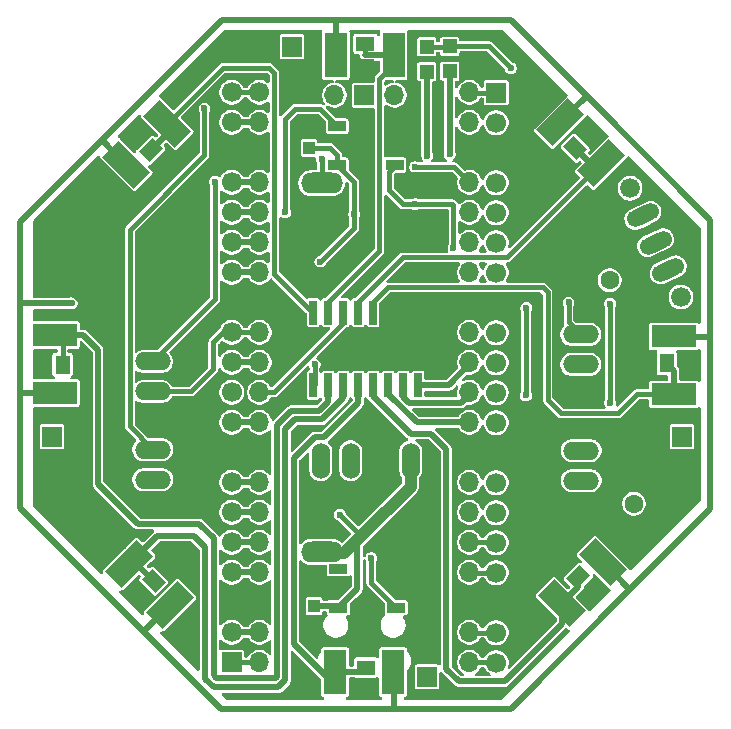
<source format=gbr>
%TF.GenerationSoftware,KiCad,Pcbnew,9.0.5*%
%TF.CreationDate,2025-11-19T12:34:50-06:00*%
%TF.ProjectId,board,626f6172-642e-46b6-9963-61645f706362,rev?*%
%TF.SameCoordinates,Original*%
%TF.FileFunction,Copper,L2,Bot*%
%TF.FilePolarity,Positive*%
%FSLAX46Y46*%
G04 Gerber Fmt 4.6, Leading zero omitted, Abs format (unit mm)*
G04 Created by KiCad (PCBNEW 9.0.5) date 2025-11-19 12:34:50*
%MOMM*%
%LPD*%
G01*
G04 APERTURE LIST*
G04 Aperture macros list*
%AMHorizOval*
0 Thick line with rounded ends*
0 $1 width*
0 $2 $3 position (X,Y) of the first rounded end (center of the circle)*
0 $4 $5 position (X,Y) of the second rounded end (center of the circle)*
0 Add line between two ends*
20,1,$1,$2,$3,$4,$5,0*
0 Add two circle primitives to create the rounded ends*
1,1,$1,$2,$3*
1,1,$1,$4,$5*%
%AMRotRect*
0 Rectangle, with rotation*
0 The origin of the aperture is its center*
0 $1 length*
0 $2 width*
0 $3 Rotation angle, in degrees counterclockwise*
0 Add horizontal line*
21,1,$1,$2,0,0,$3*%
G04 Aperture macros list end*
%TA.AperFunction,ComponentPad*%
%ADD10O,1.524000X3.048000*%
%TD*%
%TA.AperFunction,ComponentPad*%
%ADD11O,3.556000X1.778000*%
%TD*%
%TA.AperFunction,ComponentPad*%
%ADD12O,3.048000X1.524000*%
%TD*%
%TA.AperFunction,ComponentPad*%
%ADD13R,1.700000X1.700000*%
%TD*%
%TA.AperFunction,ComponentPad*%
%ADD14C,1.700000*%
%TD*%
%TA.AperFunction,ComponentPad*%
%ADD15HorizOval,1.422400X-0.644566X-0.300566X0.644566X0.300566X0*%
%TD*%
%TA.AperFunction,ComponentPad*%
%ADD16C,1.676400*%
%TD*%
%TA.AperFunction,ComponentPad*%
%ADD17C,1.600000*%
%TD*%
%TA.AperFunction,ComponentPad*%
%ADD18O,1.700000X1.700000*%
%TD*%
%TA.AperFunction,SMDPad,CuDef*%
%ADD19R,1.000000X1.100000*%
%TD*%
%TA.AperFunction,SMDPad,CuDef*%
%ADD20R,1.500000X0.900000*%
%TD*%
%TA.AperFunction,SMDPad,CuDef*%
%ADD21RotRect,3.810000X1.930400X135.000000*%
%TD*%
%TA.AperFunction,SMDPad,CuDef*%
%ADD22RotRect,1.300000X1.600000X45.000000*%
%TD*%
%TA.AperFunction,SMDPad,CuDef*%
%ADD23R,1.600000X1.300000*%
%TD*%
%TA.AperFunction,SMDPad,CuDef*%
%ADD24RotRect,3.810000X1.930400X45.000000*%
%TD*%
%TA.AperFunction,SMDPad,CuDef*%
%ADD25R,1.300000X1.600000*%
%TD*%
%TA.AperFunction,SMDPad,CuDef*%
%ADD26R,1.930400X3.810000*%
%TD*%
%TA.AperFunction,SMDPad,CuDef*%
%ADD27R,3.810000X1.930400*%
%TD*%
%TA.AperFunction,SMDPad,CuDef*%
%ADD28RotRect,3.810000X1.930400X315.000000*%
%TD*%
%TA.AperFunction,SMDPad,CuDef*%
%ADD29RotRect,1.300000X1.600000X225.000000*%
%TD*%
%TA.AperFunction,SMDPad,CuDef*%
%ADD30RotRect,1.300000X1.600000X135.000000*%
%TD*%
%TA.AperFunction,SMDPad,CuDef*%
%ADD31R,0.660400X2.032000*%
%TD*%
%TA.AperFunction,SMDPad,CuDef*%
%ADD32R,1.200000X1.200000*%
%TD*%
%TA.AperFunction,SMDPad,CuDef*%
%ADD33RotRect,1.300000X1.600000X315.000000*%
%TD*%
%TA.AperFunction,SMDPad,CuDef*%
%ADD34RotRect,3.810000X1.930400X225.000000*%
%TD*%
%TA.AperFunction,ViaPad*%
%ADD35C,0.600000*%
%TD*%
%TA.AperFunction,Conductor*%
%ADD36C,0.420000*%
%TD*%
%TA.AperFunction,Conductor*%
%ADD37C,0.500000*%
%TD*%
%TA.AperFunction,Conductor*%
%ADD38C,0.508000*%
%TD*%
%TA.AperFunction,Conductor*%
%ADD39C,1.016000*%
%TD*%
G04 APERTURE END LIST*
D10*
%TO.P,E-HAT0,1,1*%
%TO.N,/<p>MCU and Motors</p>/SDA_RX*%
X144660000Y-113160000D03*
%TO.P,E-HAT0,2,2*%
%TO.N,/<p>MCU and Motors</p>/SCL_TX*%
X147200000Y-113160000D03*
%TO.P,E-HAT0,3,3*%
%TO.N,GND*%
X149740000Y-113160000D03*
%TO.P,E-HAT0,4,4*%
%TO.N,VCC*%
X152280000Y-113160000D03*
%TD*%
D11*
%TO.P,MT3608,5V,5V*%
%TO.N,VCC*%
X144751916Y-120875000D03*
%TO.P,MT3608,B+,B+*%
%TO.N,Net-(SWITCH0-S)*%
X144751916Y-89664000D03*
%TO.P,MT3608,B-,B-*%
%TO.N,GND*%
X152626085Y-89664000D03*
%TO.P,MT3608,GND,GND*%
X152626085Y-120875000D03*
%TD*%
D12*
%TO.P,M_LEFT0,1,1*%
%TO.N,GND*%
X166724492Y-117371995D03*
%TO.P,M_LEFT0,2,2*%
%TO.N,VCC*%
X166724492Y-114831995D03*
%TO.P,M_LEFT0,3,3*%
%TO.N,/<p>MCU and Motors</p>/M_LEFT_PWM*%
X166724492Y-112291995D03*
%TD*%
%TO.P,E_RIGHT0,1,1*%
%TO.N,GND*%
X130430000Y-102210000D03*
%TO.P,E_RIGHT0,2,2*%
%TO.N,/<p>MCU and Motors</p>/E_RIGHT_B*%
X130430000Y-104750000D03*
%TO.P,E_RIGHT0,3,3*%
%TO.N,/<p>MCU and Motors</p>/E_RIGHT_A*%
X130430000Y-107290000D03*
%TD*%
D13*
%TO.P,J2,1,Pin_1*%
%TO.N,VCC*%
X137130000Y-130230000D03*
D14*
%TO.P,J2,2,Pin_2*%
%TO.N,Net-(J2-Pin_2)*%
X137130000Y-127690000D03*
%TO.P,J2,3,Pin_3*%
%TO.N,GND*%
X137130000Y-125150000D03*
%TO.P,J2,4,Pin_4*%
%TO.N,Net-(J2-Pin_4)*%
X137130000Y-122610000D03*
%TO.P,J2,5,Pin_5*%
%TO.N,Net-(J2-Pin_5)*%
X137130000Y-120070000D03*
%TO.P,J2,6,Pin_6*%
%TO.N,Net-(J2-Pin_6)*%
X137130000Y-117530000D03*
%TO.P,J2,7,Pin_7*%
%TO.N,Net-(J2-Pin_7)*%
X137130000Y-114990000D03*
%TO.P,J2,8,Pin_8*%
%TO.N,GND*%
X137130000Y-112450000D03*
%TO.P,J2,9,Pin_9*%
%TO.N,Net-(J2-Pin_9)*%
X137130000Y-109910000D03*
%TO.P,J2,10,Pin_10*%
%TO.N,unconnected-(J2-Pin_10-Pad10)*%
X137130000Y-107370000D03*
%TO.P,J2,11,Pin_11*%
%TO.N,Net-(J2-Pin_11)*%
X137130000Y-104830000D03*
%TO.P,J2,12,Pin_12*%
%TO.N,unconnected-(J2-Pin_12-Pad12)*%
X137130000Y-102290000D03*
%TO.P,J2,13,Pin_13*%
%TO.N,GND*%
X137130000Y-99750000D03*
%TO.P,J2,14,Pin_14*%
%TO.N,Net-(J2-Pin_14)*%
X137130000Y-97210000D03*
%TO.P,J2,15,Pin_15*%
%TO.N,Net-(J2-Pin_15)*%
X137130000Y-94670000D03*
%TO.P,J2,16,Pin_16*%
%TO.N,Net-(J2-Pin_16)*%
X137130000Y-92130000D03*
%TO.P,J2,17,Pin_17*%
%TO.N,Net-(J2-Pin_17)*%
X137130000Y-89590000D03*
%TO.P,J2,18,Pin_18*%
%TO.N,GND*%
X137130000Y-87050000D03*
%TO.P,J2,19,Pin_19*%
%TO.N,Net-(J2-Pin_19)*%
X137130000Y-84510000D03*
%TO.P,J2,20,Pin_20*%
%TO.N,Net-(J2-Pin_20)*%
X137130000Y-81970000D03*
%TD*%
D15*
%TO.P,SWITCH0,1,O*%
%TO.N,Net-(SWITCH0-O)*%
X174093210Y-96991301D03*
%TO.P,SWITCH0,2,P*%
%TO.N,Net-(SWITCH0-P)*%
X173019760Y-94689280D03*
%TO.P,SWITCH0,3,S*%
%TO.N,Net-(SWITCH0-S)*%
X171946310Y-92387259D03*
D16*
%TO.P,SWITCH0,M1*%
%TO.N,N/C*%
X175166661Y-99293324D03*
%TO.P,SWITCH0,M2*%
X170872859Y-90085236D03*
%TD*%
D13*
%TO.P,J1,1,Pin_1*%
%TO.N,Net-(J1-Pin_1)*%
X159520000Y-81980000D03*
D14*
%TO.P,J1,2,Pin_2*%
%TO.N,unconnected-(J1-Pin_2-Pad2)*%
X159520000Y-84520000D03*
%TO.P,J1,3,Pin_3*%
%TO.N,GND*%
X159520000Y-87060000D03*
%TO.P,J1,4,Pin_4*%
%TO.N,unconnected-(J1-Pin_4-Pad4)*%
X159520000Y-89600000D03*
%TO.P,J1,5,Pin_5*%
%TO.N,unconnected-(J1-Pin_5-Pad5)*%
X159520000Y-92140000D03*
%TO.P,J1,6,Pin_6*%
%TO.N,unconnected-(J1-Pin_6-Pad6)*%
X159520000Y-94680000D03*
%TO.P,J1,7,Pin_7*%
%TO.N,unconnected-(J1-Pin_7-Pad7)*%
X159520000Y-97220000D03*
%TO.P,J1,8,Pin_8*%
%TO.N,GND*%
X159520000Y-99760000D03*
%TO.P,J1,9,Pin_9*%
%TO.N,unconnected-(J1-Pin_9-Pad9)*%
X159520000Y-102300000D03*
%TO.P,J1,10,Pin_10*%
%TO.N,unconnected-(J1-Pin_10-Pad10)*%
X159520000Y-104840000D03*
%TO.P,J1,11,Pin_11*%
%TO.N,unconnected-(J1-Pin_11-Pad11)*%
X159520000Y-107380000D03*
%TO.P,J1,12,Pin_12*%
%TO.N,unconnected-(J1-Pin_12-Pad12)*%
X159520000Y-109920000D03*
%TO.P,J1,13,Pin_13*%
%TO.N,GND*%
X159520000Y-112460000D03*
%TO.P,J1,14,Pin_14*%
%TO.N,unconnected-(J1-Pin_14-Pad14)*%
X159520000Y-115000000D03*
%TO.P,J1,15,Pin_15*%
%TO.N,unconnected-(J1-Pin_15-Pad15)*%
X159520000Y-117540000D03*
%TO.P,J1,16,Pin_16*%
%TO.N,Net-(J1-Pin_16)*%
X159520000Y-120080000D03*
%TO.P,J1,17,Pin_17*%
%TO.N,Net-(J1-Pin_17)*%
X159520000Y-122620000D03*
%TO.P,J1,18,Pin_18*%
%TO.N,GND*%
X159520000Y-125160000D03*
%TO.P,J1,19,Pin_19*%
%TO.N,Net-(J1-Pin_19)*%
X159520000Y-127700000D03*
%TO.P,J1,20,Pin_20*%
%TO.N,Net-(J1-Pin_20)*%
X159520000Y-130240000D03*
%TD*%
D17*
%TO.P,BATT0,1,1*%
%TO.N,GND*%
X167337384Y-98705236D03*
%TO.P,BATT0,2,2*%
%TO.N,Net-(SWITCH0-P)*%
X169150000Y-97860000D03*
%TD*%
D12*
%TO.P,E_LEFT0,1,1*%
%TO.N,GND*%
X166680000Y-107540000D03*
%TO.P,E_LEFT0,2,2*%
%TO.N,/<p>MCU and Motors</p>/E_LEFT_B*%
X166680000Y-105000000D03*
%TO.P,E_LEFT0,3,3*%
%TO.N,/<p>MCU and Motors</p>/E_LEFT_A*%
X166680000Y-102460000D03*
%TD*%
D18*
%TO.P,U1,1,GPIO0*%
%TO.N,Net-(J1-Pin_20)*%
X157265000Y-130230000D03*
%TO.P,U1,2,GPIO1*%
%TO.N,Net-(J1-Pin_19)*%
X157265000Y-127690000D03*
D13*
%TO.P,U1,3,GND*%
%TO.N,GND*%
X157265000Y-125150000D03*
D18*
%TO.P,U1,4,GPIO2*%
%TO.N,Net-(J1-Pin_17)*%
X157265000Y-122610000D03*
%TO.P,U1,5,GPIO3*%
%TO.N,Net-(J1-Pin_16)*%
X157265000Y-120070000D03*
%TO.P,U1,6,GPIO4*%
%TO.N,/<p>MCU and Motors</p>/SCL_TX*%
X157265000Y-117530000D03*
%TO.P,U1,7,GPIO5*%
%TO.N,/<p>MCU and Motors</p>/SDA_RX*%
X157265000Y-114990000D03*
D13*
%TO.P,U1,8,GND*%
%TO.N,GND*%
X157265000Y-112450000D03*
D18*
%TO.P,U1,9,GPIO6*%
%TO.N,MUX_A*%
X157265000Y-109910000D03*
%TO.P,U1,10,GPIO7*%
%TO.N,MUX_B*%
X157265000Y-107370000D03*
%TO.P,U1,11,GPIO8*%
%TO.N,MUX_C*%
X157265000Y-104830000D03*
%TO.P,U1,12,GPIO9*%
%TO.N,/<p>MCU and Motors</p>/E_LEFT_B*%
X157265000Y-102290000D03*
D13*
%TO.P,U1,13,GND*%
%TO.N,GND*%
X157265000Y-99750000D03*
D18*
%TO.P,U1,14,GPIO10*%
%TO.N,EM_ENABLE*%
X157265000Y-97210000D03*
%TO.P,U1,15,GPIO11*%
%TO.N,/<p>MCU and Motors</p>/M_LEFT_PWM*%
X157265000Y-94670000D03*
%TO.P,U1,16,GPIO12*%
%TO.N,/<p>MCU and Motors</p>/E_LEFT_A*%
X157265000Y-92130000D03*
%TO.P,U1,17,GPIO13*%
%TO.N,/<p>MCU and Motors</p>/E_RIGHT_B*%
X157265000Y-89590000D03*
D13*
%TO.P,U1,18,GND*%
%TO.N,GND*%
X157265000Y-87050000D03*
D18*
%TO.P,U1,19,GPIO14*%
%TO.N,/<p>MCU and Motors</p>/M_RIGHT_PWM*%
X157265000Y-84510000D03*
%TO.P,U1,20,GPIO15*%
%TO.N,Net-(J1-Pin_1)*%
X157265000Y-81970000D03*
D14*
%TO.P,U1,21,GPIO16*%
%TO.N,Net-(J2-Pin_20)*%
X139485000Y-81970000D03*
D18*
%TO.P,U1,22,GPIO17*%
%TO.N,Net-(J2-Pin_19)*%
X139485000Y-84510000D03*
D13*
%TO.P,U1,23,GND*%
%TO.N,GND*%
X139485000Y-87050000D03*
D18*
%TO.P,U1,24,GPIO18*%
%TO.N,Net-(J2-Pin_17)*%
X139485000Y-89590000D03*
%TO.P,U1,25,GPIO19*%
%TO.N,Net-(J2-Pin_16)*%
X139485000Y-92130000D03*
%TO.P,U1,26,GPIO20*%
%TO.N,Net-(J2-Pin_15)*%
X139485000Y-94670000D03*
%TO.P,U1,27,GPIO21*%
%TO.N,Net-(J2-Pin_14)*%
X139485000Y-97210000D03*
D13*
%TO.P,U1,28,GND*%
%TO.N,GND*%
X139485000Y-99750000D03*
D18*
%TO.P,U1,29,GPIO22*%
%TO.N,/<p>MCU and Motors</p>/E_RIGHT_A*%
X139485000Y-102290000D03*
%TO.P,U1,30,RUN*%
%TO.N,Net-(J2-Pin_11)*%
X139485000Y-104830000D03*
%TO.P,U1,31,GPIO26_ADC0*%
%TO.N,AD0*%
X139485000Y-107370000D03*
%TO.P,U1,32,GPIO27_ADC1*%
%TO.N,Net-(J2-Pin_9)*%
X139485000Y-109910000D03*
D13*
%TO.P,U1,33,AGND*%
%TO.N,GND*%
X139485000Y-112450000D03*
D18*
%TO.P,U1,34,GPIO28_ADC2*%
%TO.N,Net-(J2-Pin_7)*%
X139485000Y-114990000D03*
%TO.P,U1,35,ADC_VREF*%
%TO.N,Net-(J2-Pin_6)*%
X139485000Y-117530000D03*
%TO.P,U1,36,3V3*%
%TO.N,Net-(J2-Pin_5)*%
X139485000Y-120070000D03*
%TO.P,U1,37,3V3_EN*%
%TO.N,Net-(J2-Pin_4)*%
X139485000Y-122610000D03*
D13*
%TO.P,U1,38,GND*%
%TO.N,GND*%
X139485000Y-125150000D03*
D18*
%TO.P,U1,39,VSYS*%
%TO.N,Net-(J2-Pin_2)*%
X139485000Y-127690000D03*
%TO.P,U1,40,VBUS*%
%TO.N,VCC*%
X139485000Y-130230000D03*
%TO.P,U1,41,SWCLK*%
%TO.N,unconnected-(U1-SWCLK-Pad41)*%
X150915000Y-82200000D03*
D13*
%TO.P,U1,42,GND*%
%TO.N,unconnected-(U1-GND-Pad42)*%
X148375000Y-82200000D03*
D18*
%TO.P,U1,43,SWDIO*%
%TO.N,unconnected-(U1-SWDIO-Pad43)*%
X145835000Y-82200000D03*
%TD*%
D12*
%TO.P,M_RIGHT0,1,1*%
%TO.N,GND*%
X130450000Y-117290000D03*
%TO.P,M_RIGHT0,2,2*%
%TO.N,VCC*%
X130450000Y-114750000D03*
%TO.P,M_RIGHT0,3,3*%
%TO.N,/<p>MCU and Motors</p>/M_RIGHT_PWM*%
X130450000Y-112210000D03*
%TD*%
D17*
%TO.P,BATT1,1,1*%
%TO.N,GND*%
X173190000Y-116800000D03*
%TO.P,BATT1,2,2*%
%TO.N,Net-(SWITCH0-P)*%
X171190000Y-116800000D03*
%TD*%
D19*
%TO.P,C2,1,1*%
%TO.N,VCC*%
X144100000Y-125450000D03*
%TO.P,C2,2,2*%
%TO.N,GND*%
X144100000Y-123750000D03*
%TD*%
D20*
%TO.P,LED1,1-VDD,VDD*%
%TO.N,VCC*%
X146175000Y-125600000D03*
%TO.P,LED1,2-DOUT,DO*%
%TO.N,unconnected-(LED1-DO-Pad2-DOUT)*%
X146175000Y-122300000D03*
%TO.P,LED1,3-GND,GND*%
%TO.N,GND*%
X151075000Y-122300000D03*
%TO.P,LED1,4-DIN,DI*%
%TO.N,Net-(LED0-DO)*%
X151075000Y-125600000D03*
%TD*%
D13*
%TO.P,J3,1,Pin_1*%
%TO.N,VCC*%
X121920000Y-111125000D03*
D14*
%TO.P,J3,2,Pin_2*%
%TO.N,GND*%
X121920000Y-113665000D03*
%TD*%
D21*
%TO.P,P3,E,EMITTER*%
%TO.N,/<p>Proximity Sensors</p>/MUX_X3*%
X165098028Y-125231972D03*
%TO.P,P3,K,CATHODE*%
%TO.N,/<p>Proximity Sensors</p>/EM*%
X168564407Y-121765593D03*
%TD*%
D22*
%TO.P,R5,1,1*%
%TO.N,/<p>Proximity Sensors</p>/MUX_X1*%
X130516498Y-123333502D03*
%TO.P,R5,2,2*%
%TO.N,GND*%
X131860000Y-121990000D03*
%TD*%
D23*
%TO.P,R0,1,1*%
%TO.N,/<p>Proximity Sensors</p>/MUX_X6*%
X148450000Y-77850002D03*
%TO.P,R0,2,2*%
%TO.N,GND*%
X148450000Y-79750000D03*
%TD*%
D24*
%TO.P,P1,E,EMITTER*%
%TO.N,/<p>Proximity Sensors</p>/MUX_X1*%
X128443621Y-121903621D03*
%TO.P,P1,K,CATHODE*%
%TO.N,/<p>Proximity Sensors</p>/EM*%
X131910000Y-125370000D03*
%TD*%
D20*
%TO.P,LED0,1-VDD,VDD*%
%TO.N,VCC*%
X146075000Y-88125000D03*
%TO.P,LED0,2-DOUT,DO*%
%TO.N,Net-(LED0-DO)*%
X146075000Y-84825000D03*
%TO.P,LED0,3-GND,GND*%
%TO.N,GND*%
X150975000Y-84825000D03*
%TO.P,LED0,4-DIN,DI*%
%TO.N,EM_ENABLE*%
X150975000Y-88125000D03*
%TD*%
D25*
%TO.P,R2,1,1*%
%TO.N,/<p>Proximity Sensors</p>/MUX_X5*%
X173959998Y-104920000D03*
%TO.P,R2,2,2*%
%TO.N,GND*%
X172060000Y-104920000D03*
%TD*%
D26*
%TO.P,P6,E,EMITTER*%
%TO.N,/<p>Proximity Sensors</p>/MUX_X6*%
X150844800Y-78800000D03*
%TO.P,P6,K,CATHODE*%
%TO.N,/<p>Proximity Sensors</p>/EM*%
X145942600Y-78800000D03*
%TD*%
D25*
%TO.P,R6,1,1*%
%TO.N,/<p>Proximity Sensors</p>/MUX_X2*%
X122810001Y-105020000D03*
%TO.P,R6,2,2*%
%TO.N,GND*%
X124709999Y-105020000D03*
%TD*%
D26*
%TO.P,P0,E,EMITTER*%
%TO.N,/<p>Proximity Sensors</p>/MUX_X0*%
X145887800Y-131040000D03*
%TO.P,P0,K,CATHODE*%
%TO.N,/<p>Proximity Sensors</p>/EM*%
X150790000Y-131040000D03*
%TD*%
D27*
%TO.P,P2,E,EMITTER*%
%TO.N,/<p>Proximity Sensors</p>/MUX_X2*%
X122140000Y-102517800D03*
%TO.P,P2,K,CATHODE*%
%TO.N,/<p>Proximity Sensors</p>/EM*%
X122140000Y-107420000D03*
%TD*%
D28*
%TO.P,P4,E,EMITTER*%
%TO.N,/<p>Proximity Sensors</p>/MUX_X4*%
X131671972Y-84608028D03*
%TO.P,P4,K,CATHODE*%
%TO.N,/<p>Proximity Sensors</p>/EM*%
X128205593Y-88074407D03*
%TD*%
D27*
%TO.P,P5,E,EMITTER*%
%TO.N,/<p>Proximity Sensors</p>/MUX_X5*%
X174560000Y-107530800D03*
%TO.P,P5,K,CATHODE*%
%TO.N,/<p>Proximity Sensors</p>/EM*%
X174560000Y-102628600D03*
%TD*%
D13*
%TO.P,J6,1,Pin_1*%
%TO.N,VCC*%
X175260000Y-111120000D03*
D14*
%TO.P,J6,2,Pin_2*%
%TO.N,GND*%
X175260000Y-113660000D03*
%TD*%
D19*
%TO.P,C1,1,1*%
%TO.N,VCC*%
X143680000Y-86660000D03*
%TO.P,C1,2,2*%
%TO.N,GND*%
X143680000Y-84960000D03*
%TD*%
D29*
%TO.P,R1,1,1*%
%TO.N,/<p>Proximity Sensors</p>/MUX_X7*%
X166223502Y-86696498D03*
%TO.P,R1,2,2*%
%TO.N,GND*%
X164880000Y-88040000D03*
%TD*%
D13*
%TO.P,J5,1,Pin_1*%
%TO.N,VCC*%
X153670000Y-131450000D03*
D14*
%TO.P,J5,2,Pin_2*%
%TO.N,GND*%
X153670000Y-128910000D03*
%TD*%
D30*
%TO.P,R3,1,1*%
%TO.N,/<p>Proximity Sensors</p>/MUX_X3*%
X166473502Y-123023502D03*
%TO.P,R3,2,2*%
%TO.N,GND*%
X165130000Y-121680000D03*
%TD*%
D31*
%TO.P,MUX0,1,X4*%
%TO.N,/<p>Proximity Sensors</p>/MUX_X4*%
X144030000Y-100610000D03*
%TO.P,MUX0,2,X6*%
%TO.N,/<p>Proximity Sensors</p>/MUX_X6*%
X145300000Y-100610000D03*
%TO.P,MUX0,3,X*%
%TO.N,AD0*%
X146570000Y-100610000D03*
%TO.P,MUX0,4,X7*%
%TO.N,/<p>Proximity Sensors</p>/MUX_X7*%
X147840000Y-100610000D03*
%TO.P,MUX0,5,X5*%
%TO.N,/<p>Proximity Sensors</p>/MUX_X5*%
X149110000Y-100610000D03*
%TO.P,MUX0,6,INH*%
%TO.N,GND*%
X150380000Y-100610000D03*
%TO.P,MUX0,7,VEE*%
X151650000Y-100610000D03*
%TO.P,MUX0,8,GND*%
X152920000Y-100610000D03*
%TO.P,MUX0,9,C*%
%TO.N,MUX_C*%
X152920000Y-106756800D03*
%TO.P,MUX0,10,B*%
%TO.N,MUX_B*%
X151650000Y-106756800D03*
%TO.P,MUX0,11,A*%
%TO.N,MUX_A*%
X150380000Y-106756800D03*
%TO.P,MUX0,12,X3*%
%TO.N,/<p>Proximity Sensors</p>/MUX_X3*%
X149110000Y-106756800D03*
%TO.P,MUX0,13,X0*%
%TO.N,/<p>Proximity Sensors</p>/MUX_X0*%
X147840000Y-106756800D03*
%TO.P,MUX0,14,X1*%
%TO.N,/<p>Proximity Sensors</p>/MUX_X1*%
X146570000Y-106756800D03*
%TO.P,MUX0,15,X2*%
%TO.N,/<p>Proximity Sensors</p>/MUX_X2*%
X145300000Y-106756800D03*
%TO.P,MUX0,16,VCC*%
%TO.N,VCC*%
X144030000Y-106756800D03*
%TD*%
D23*
%TO.P,R4,1,1*%
%TO.N,/<p>Proximity Sensors</p>/MUX_X0*%
X148490000Y-130659998D03*
%TO.P,R4,2,2*%
%TO.N,GND*%
X148490000Y-128760000D03*
%TD*%
D32*
%TO.P,STDBY0,A,A*%
%TO.N,VCC*%
X155600000Y-78070000D03*
%TO.P,STDBY0,C,C*%
%TO.N,Net-(R12-Pad2)*%
X155600000Y-80170000D03*
%TD*%
D13*
%TO.P,J4,1,Pin_1*%
%TO.N,VCC*%
X142240000Y-78105000D03*
D14*
%TO.P,J4,2,Pin_2*%
%TO.N,GND*%
X139700000Y-78105000D03*
%TD*%
D32*
%TO.P,CHRG0,A,A*%
%TO.N,VCC*%
X153650000Y-78100000D03*
%TO.P,CHRG0,C,C*%
%TO.N,Net-(CHRG0-PadC)*%
X153650000Y-80200000D03*
%TD*%
D33*
%TO.P,R7,1,1*%
%TO.N,/<p>Proximity Sensors</p>/MUX_X4*%
X130286498Y-86856498D03*
%TO.P,R7,2,2*%
%TO.N,GND*%
X131630000Y-88200000D03*
%TD*%
D34*
%TO.P,P7,E,EMITTER*%
%TO.N,/<p>Proximity Sensors</p>/MUX_X7*%
X168431972Y-87981972D03*
%TO.P,P7,K,CATHODE*%
%TO.N,/<p>Proximity Sensors</p>/EM*%
X164965593Y-84515593D03*
%TD*%
D35*
%TO.N,GND*%
X132715000Y-127775000D03*
X143600000Y-92985000D03*
X145325000Y-97225000D03*
X125060999Y-109855000D03*
%TO.N,VCC*%
X146291809Y-117733191D03*
X147500000Y-92275000D03*
X160774492Y-79921995D03*
X144150000Y-105000000D03*
X144646800Y-96289200D03*
%TO.N,EM_ENABLE*%
X152675000Y-91425000D03*
X155911798Y-95125000D03*
%TO.N,Net-(SWITCH0-P)*%
X169175000Y-108250000D03*
X169175000Y-99875000D03*
%TO.N,Net-(CHRG0-PadC)*%
X153675000Y-87325000D03*
%TO.N,/<p>MCU and Motors</p>/E_RIGHT_B*%
X135725000Y-89550000D03*
X152675000Y-88296800D03*
%TO.N,/<p>MCU and Motors</p>/M_RIGHT_PWM*%
X134830000Y-83320000D03*
%TO.N,/<p>MCU and Motors</p>/M_LEFT_PWM*%
X162054492Y-107621995D03*
X162075000Y-100200000D03*
%TO.N,/<p>MCU and Motors</p>/E_LEFT_A*%
X165650000Y-99750000D03*
%TO.N,Net-(LED0-DO)*%
X148950000Y-121400000D03*
X141650000Y-92125000D03*
%TO.N,Net-(SWITCH0-S)*%
X144750000Y-87575000D03*
%TO.N,/<p>Proximity Sensors</p>/EM*%
X123575000Y-99825000D03*
%TO.N,Net-(R12-Pad2)*%
X155600000Y-87225000D03*
%TD*%
D36*
%TO.N,Net-(J1-Pin_1)*%
X157275000Y-81980000D02*
X157265000Y-81970000D01*
X159520000Y-81980000D02*
X157275000Y-81980000D01*
%TO.N,GND*%
X157275000Y-87060000D02*
X157265000Y-87050000D01*
X159520000Y-87060000D02*
X157275000Y-87060000D01*
X159510000Y-99750000D02*
X159520000Y-99760000D01*
X157265000Y-99750000D02*
X159510000Y-99750000D01*
X159510000Y-112450000D02*
X159520000Y-112460000D01*
X157265000Y-112450000D02*
X159510000Y-112450000D01*
%TO.N,Net-(J1-Pin_20)*%
X159510000Y-130230000D02*
X159520000Y-130240000D01*
X157265000Y-130230000D02*
X159510000Y-130230000D01*
%TO.N,GND*%
X159510000Y-125150000D02*
X159520000Y-125160000D01*
X157265000Y-125150000D02*
X159510000Y-125150000D01*
%TO.N,Net-(J1-Pin_16)*%
X159510000Y-120070000D02*
X159520000Y-120080000D01*
X157265000Y-120070000D02*
X159510000Y-120070000D01*
%TO.N,Net-(J1-Pin_19)*%
X157275000Y-127700000D02*
X157265000Y-127690000D01*
X159520000Y-127700000D02*
X157275000Y-127700000D01*
%TO.N,Net-(J1-Pin_17)*%
X157275000Y-122620000D02*
X157265000Y-122610000D01*
X159520000Y-122620000D02*
X157275000Y-122620000D01*
D37*
%TO.N,Net-(J2-Pin_2)*%
X137130000Y-127690000D02*
X139485000Y-127690000D01*
%TO.N,Net-(J2-Pin_4)*%
X139485000Y-122610000D02*
X137130000Y-122610000D01*
%TO.N,GND*%
X137130000Y-125150000D02*
X139485000Y-125150000D01*
%TO.N,Net-(J2-Pin_5)*%
X137130000Y-120070000D02*
X139485000Y-120070000D01*
%TO.N,Net-(J2-Pin_6)*%
X139485000Y-117530000D02*
X137130000Y-117530000D01*
%TO.N,Net-(J2-Pin_7)*%
X137130000Y-114990000D02*
X139485000Y-114990000D01*
%TO.N,GND*%
X139485000Y-112450000D02*
X137130000Y-112450000D01*
%TO.N,Net-(J2-Pin_9)*%
X137130000Y-109910000D02*
X139485000Y-109910000D01*
%TO.N,Net-(J2-Pin_11)*%
X137130000Y-104830000D02*
X139485000Y-104830000D01*
%TO.N,GND*%
X139485000Y-99750000D02*
X137130000Y-99750000D01*
%TO.N,Net-(J2-Pin_14)*%
X137130000Y-97210000D02*
X139485000Y-97210000D01*
%TO.N,Net-(J2-Pin_15)*%
X139485000Y-94670000D02*
X137130000Y-94670000D01*
%TO.N,GND*%
X137130000Y-87050000D02*
X139485000Y-87050000D01*
%TO.N,Net-(J2-Pin_16)*%
X137130000Y-92130000D02*
X139485000Y-92130000D01*
%TO.N,Net-(J2-Pin_17)*%
X137130000Y-89590000D02*
X139485000Y-89590000D01*
%TO.N,Net-(J2-Pin_19)*%
X139485000Y-84510000D02*
X137130000Y-84510000D01*
D36*
%TO.N,Net-(J2-Pin_20)*%
X137130000Y-81970000D02*
X139485000Y-81970000D01*
%TO.N,GND*%
X143254622Y-93330378D02*
X143600000Y-92985000D01*
X143148121Y-95131323D02*
X143248902Y-95131323D01*
X143248902Y-95131323D02*
X143254622Y-95125603D01*
X143254622Y-95125603D02*
X143254622Y-93330378D01*
D38*
%TO.N,VCC*%
X146170000Y-125580000D02*
X147768243Y-123981757D01*
X146040000Y-125450000D02*
X146170000Y-125580000D01*
D36*
X144150000Y-106636800D02*
X144030000Y-106756800D01*
X147500000Y-93436000D02*
X144646800Y-96289200D01*
X147500000Y-89550000D02*
X147500000Y-92275000D01*
X146075000Y-87255000D02*
X146075000Y-88125000D01*
X147500000Y-92275000D02*
X147500000Y-93436000D01*
X147991861Y-119433243D02*
X148183243Y-119433243D01*
X153650000Y-78100000D02*
X155570000Y-78100000D01*
D38*
X144100000Y-125450000D02*
X146040000Y-125450000D01*
D36*
X144150000Y-105000000D02*
X144150000Y-106636800D01*
X146291809Y-117733191D02*
X147991861Y-119433243D01*
X146075000Y-88125000D02*
X147500000Y-89550000D01*
X155600000Y-78070000D02*
X158922497Y-78070000D01*
X155570000Y-78100000D02*
X155600000Y-78070000D01*
D39*
X147768243Y-119848243D02*
X146629832Y-120986655D01*
X148183243Y-119433243D02*
X147768243Y-119848243D01*
X152281395Y-115335092D02*
X152281395Y-113168639D01*
D38*
X160774492Y-79921995D02*
X160771273Y-79925214D01*
X147768243Y-123981757D02*
X147768243Y-119848243D01*
D39*
X144653826Y-120986655D02*
X146629832Y-120986655D01*
D36*
X139485000Y-130230000D02*
X137130000Y-130230000D01*
D39*
X152281395Y-115335092D02*
X148183243Y-119433243D01*
D36*
X158922497Y-78070000D02*
X160774492Y-79921995D01*
X145480000Y-86660000D02*
X146075000Y-87255000D01*
X143680000Y-86660000D02*
X145480000Y-86660000D01*
%TO.N,AD0*%
X146570000Y-100610000D02*
X146570000Y-101514600D01*
X146570000Y-101514600D02*
X140714600Y-107370000D01*
X140714600Y-107370000D02*
X139485000Y-107370000D01*
%TO.N,EM_ENABLE*%
X150431969Y-88668031D02*
X150431969Y-90228803D01*
X150431969Y-90228803D02*
X151628166Y-91425000D01*
X155911798Y-91518949D02*
X155911798Y-95125000D01*
X150975000Y-88125000D02*
X150431969Y-88668031D01*
X155817849Y-91425000D02*
X155911798Y-91518949D01*
X152675000Y-91425000D02*
X155817849Y-91425000D01*
X151628166Y-91425000D02*
X152675000Y-91425000D01*
D38*
%TO.N,MUX_A*%
X152803398Y-109910000D02*
X157430000Y-109910000D01*
X150380000Y-106756800D02*
X150380000Y-107486602D01*
X150380000Y-107486602D02*
X152803398Y-109910000D01*
%TO.N,MUX_B*%
X151650000Y-107749400D02*
X152131600Y-108231000D01*
X156569000Y-108231000D02*
X157430000Y-107370000D01*
X151650000Y-106756800D02*
X151650000Y-107749400D01*
X152131600Y-108231000D02*
X156569000Y-108231000D01*
%TO.N,MUX_C*%
X155503200Y-106756800D02*
X157430000Y-104830000D01*
X152920000Y-106756800D02*
X155503200Y-106756800D01*
D36*
%TO.N,Net-(SWITCH0-P)*%
X169175000Y-99875000D02*
X169175000Y-108250000D01*
D38*
%TO.N,Net-(CHRG0-PadC)*%
X153650000Y-87300000D02*
X153675000Y-87325000D01*
X153650000Y-80200000D02*
X153650000Y-87300000D01*
X153600000Y-80250000D02*
X153650000Y-80200000D01*
D36*
%TO.N,/<p>MCU and Motors</p>/E_RIGHT_A*%
X133710000Y-107290000D02*
X135575000Y-105425000D01*
X135575000Y-105425000D02*
X135575000Y-103125000D01*
X136410000Y-102290000D02*
X139485000Y-102290000D01*
X135575000Y-103125000D02*
X136410000Y-102290000D01*
X130430000Y-107290000D02*
X133710000Y-107290000D01*
%TO.N,/<p>MCU and Motors</p>/E_RIGHT_B*%
X155971800Y-88296800D02*
X157265000Y-89590000D01*
X152675000Y-88296800D02*
X155971800Y-88296800D01*
X135725000Y-99455000D02*
X135725000Y-89550000D01*
X130430000Y-104750000D02*
X135725000Y-99455000D01*
%TO.N,/<p>MCU and Motors</p>/M_RIGHT_PWM*%
X134830000Y-87245000D02*
X134830000Y-83320000D01*
X128491800Y-110251800D02*
X130450000Y-112210000D01*
X128491800Y-93583200D02*
X134830000Y-87245000D01*
X128491800Y-93583200D02*
X128491800Y-110251800D01*
%TO.N,/<p>MCU and Motors</p>/M_LEFT_PWM*%
X162075000Y-107601487D02*
X162054492Y-107621995D01*
X162075000Y-100200000D02*
X162075000Y-107601487D01*
D38*
%TO.N,/<p>MCU and Motors</p>/E_LEFT_A*%
X166678251Y-102445430D02*
X165398251Y-102445430D01*
D36*
X165650000Y-101430000D02*
X166680000Y-102460000D01*
X165650000Y-99750000D02*
X165650000Y-101430000D01*
%TO.N,Net-(LED0-DO)*%
X141650000Y-92125000D02*
X141650000Y-84250000D01*
X142525000Y-83375000D02*
X144625000Y-83375000D01*
X141650000Y-84250000D02*
X142525000Y-83375000D01*
X144625000Y-83375000D02*
X146075000Y-84825000D01*
X148950000Y-123475000D02*
X148950000Y-121400000D01*
X151075000Y-125600000D02*
X148950000Y-123475000D01*
%TO.N,Net-(SWITCH0-S)*%
X144750000Y-87575000D02*
X144750000Y-89689000D01*
%TO.N,/<p>Proximity Sensors</p>/MUX_X7*%
X151599600Y-95945800D02*
X160468144Y-95945800D01*
X147840000Y-100610000D02*
X147840000Y-99705400D01*
X147840000Y-99705400D02*
X151599600Y-95945800D01*
D38*
X166226282Y-86699411D02*
X167504810Y-87977939D01*
D36*
X160468144Y-95945800D02*
X168431972Y-87981972D01*
D38*
X167504810Y-87977939D02*
X168431820Y-87977939D01*
%TO.N,/<p>Proximity Sensors</p>/MUX_X1*%
X129079652Y-121902214D02*
X130509664Y-123332227D01*
X142470000Y-109660000D02*
X141670400Y-110459600D01*
X135626398Y-132350000D02*
X134870000Y-131593602D01*
X134870000Y-120480000D02*
X133900000Y-119510000D01*
X128426580Y-120902214D02*
X128426580Y-121902214D01*
X141670400Y-131066877D02*
X141682200Y-131078677D01*
X144787202Y-109660000D02*
X142470000Y-109660000D01*
X141682200Y-131740002D02*
X141072202Y-132350000D01*
X128426580Y-121902214D02*
X129079652Y-121902214D01*
X146570000Y-107877202D02*
X144787202Y-109660000D01*
X146570000Y-106756800D02*
X146570000Y-107877202D01*
X141682200Y-131078677D02*
X141682200Y-131740002D01*
X134870000Y-131593602D02*
X134870000Y-120480000D01*
X130837242Y-119510000D02*
X128443621Y-121903621D01*
X133900000Y-119510000D02*
X130837242Y-119510000D01*
X141670400Y-110459600D02*
X141670400Y-131066877D01*
X141072202Y-132350000D02*
X135626398Y-132350000D01*
%TO.N,/<p>Proximity Sensors</p>/MUX_X5*%
X174562901Y-107538158D02*
X174562901Y-105526405D01*
D36*
X163875000Y-107975000D02*
X165050000Y-109150000D01*
X169825000Y-109150000D02*
X171444200Y-107530800D01*
X149110000Y-100610000D02*
X149110000Y-99705400D01*
X171444200Y-107530800D02*
X174560000Y-107530800D01*
X165050000Y-109150000D02*
X169825000Y-109150000D01*
X163875000Y-98900000D02*
X163875000Y-107975000D01*
D38*
X174562901Y-105526405D02*
X173952892Y-104916395D01*
D36*
X163460800Y-98485800D02*
X163875000Y-98900000D01*
X149110000Y-99705400D02*
X150329600Y-98485800D01*
D38*
X174562901Y-107538158D02*
X173972901Y-108128158D01*
D36*
X150329600Y-98485800D02*
X163460800Y-98485800D01*
D38*
%TO.N,/<p>Proximity Sensors</p>/MUX_X6*%
X150853207Y-78808389D02*
X150850001Y-78811595D01*
D36*
X148450000Y-77850002D02*
X148450000Y-78685800D01*
D38*
X150850001Y-78811595D02*
X148431292Y-78811595D01*
D36*
X149639200Y-95366200D02*
X149639200Y-80839200D01*
X145300000Y-100610000D02*
X145300000Y-99705400D01*
X150844800Y-79633600D02*
X150844800Y-78800000D01*
X148450000Y-78685800D02*
X148431292Y-78685800D01*
D38*
X150853207Y-78808389D02*
X151373207Y-79328389D01*
D36*
X145300000Y-99705400D02*
X149639200Y-95366200D01*
X149639200Y-80839200D02*
X150844800Y-79633600D01*
%TO.N,/<p>Proximity Sensors</p>/MUX_X2*%
X122810001Y-105020000D02*
X122810001Y-103187801D01*
D38*
X140958200Y-131433200D02*
X140853200Y-131538200D01*
X145300000Y-106756800D02*
X145300000Y-108140000D01*
X140958200Y-110131800D02*
X140958200Y-131433200D01*
X134400200Y-118510200D02*
X129182577Y-118510200D01*
X125818199Y-103761800D02*
X124574199Y-102517800D01*
X129182577Y-118510200D02*
X125818199Y-115145822D01*
X135821800Y-131538200D02*
X135610000Y-131326400D01*
X140853200Y-131538200D02*
X135821800Y-131538200D01*
X144510000Y-108930000D02*
X142160000Y-108930000D01*
X135610000Y-119720000D02*
X134400200Y-118510200D01*
D36*
X122810001Y-103187801D02*
X122140000Y-102517800D01*
D38*
X145300000Y-108140000D02*
X144510000Y-108930000D01*
X142160000Y-108930000D02*
X140958200Y-110131800D01*
X124574199Y-102517800D02*
X122140000Y-102517800D01*
X135610000Y-131326400D02*
X135610000Y-119720000D01*
X125818199Y-115145822D02*
X125818199Y-103761800D01*
%TO.N,/<p>Proximity Sensors</p>/MUX_X4*%
X144028517Y-100075367D02*
X144028517Y-100605367D01*
D36*
X140749200Y-80300800D02*
X140750000Y-80300000D01*
X140750000Y-80300000D02*
X140325000Y-79875000D01*
X144030000Y-100610000D02*
X140749200Y-97329200D01*
D38*
X131672864Y-85497736D02*
X131672864Y-84609020D01*
X130294671Y-86875930D02*
X131672864Y-85497736D01*
D36*
X136405000Y-79875000D02*
X131671972Y-84608028D01*
D38*
X132561580Y-84609020D02*
X131672864Y-85497736D01*
D36*
X140749200Y-97329200D02*
X140749200Y-80300800D01*
X140325000Y-79875000D02*
X136405000Y-79875000D01*
D38*
%TO.N,/<p>Proximity Sensors</p>/MUX_X0*%
X142382600Y-112949777D02*
X142382600Y-122322600D01*
X147840000Y-108280800D02*
X144943000Y-111177800D01*
X148111548Y-131037139D02*
X145894076Y-131037139D01*
X147840000Y-106756800D02*
X147840000Y-108280800D01*
X144154577Y-111177800D02*
X142382600Y-112949777D01*
X144943000Y-111177800D02*
X144154577Y-111177800D01*
X145233030Y-131505000D02*
X145887800Y-131505000D01*
X148491892Y-130656795D02*
X148111548Y-131037139D01*
X142382600Y-122322600D02*
X142382600Y-128654570D01*
X142382600Y-128654570D02*
X145233030Y-131505000D01*
%TO.N,/<p>Proximity Sensors</p>/MUX_X3*%
X155310000Y-130780000D02*
X156370000Y-131840000D01*
X155310000Y-112160000D02*
X155310000Y-130780000D01*
X149110000Y-107690000D02*
X152280000Y-110860000D01*
X165085151Y-125221789D02*
X166468485Y-123838455D01*
X149110000Y-106756800D02*
X149110000Y-107690000D01*
X154010000Y-110860000D02*
X155310000Y-112160000D01*
X152280000Y-110860000D02*
X154010000Y-110860000D01*
X166468485Y-123838455D02*
X166468485Y-123019989D01*
X165098028Y-127001972D02*
X165098028Y-125231972D01*
X156370000Y-131840000D02*
X160260000Y-131840000D01*
X160260000Y-131840000D02*
X165098028Y-127001972D01*
%TO.N,/<p>Proximity Sensors</p>/EM*%
X177664492Y-102641995D02*
X177664492Y-117221995D01*
X170804492Y-124081995D02*
X160744492Y-134141995D01*
X119244492Y-103796724D02*
X119244980Y-107471995D01*
X119274492Y-99821995D02*
X119244492Y-99851995D01*
X177664492Y-92771995D02*
X177664492Y-102641995D01*
X122130389Y-107411258D02*
X119305717Y-107411258D01*
X150854492Y-131095355D02*
X150854492Y-134141995D01*
X126154492Y-86021995D02*
X119244492Y-92931995D01*
X126154492Y-86023411D02*
X126154492Y-86021995D01*
X170804492Y-124008367D02*
X170804492Y-124081995D01*
X136206302Y-134141995D02*
X150854492Y-134141995D01*
X131892961Y-125368595D02*
X129675464Y-127586092D01*
X145924492Y-75851995D02*
X160744492Y-75851995D01*
X119274492Y-99821995D02*
X123571995Y-99821995D01*
X123571995Y-99821995D02*
X123575000Y-99825000D01*
X136324492Y-75851995D02*
X145924492Y-75851995D01*
X150796276Y-131037139D02*
X150854492Y-131095355D01*
X177664492Y-117221995D02*
X170804492Y-124081995D01*
X119244492Y-92931995D02*
X119244492Y-99851995D01*
X119244492Y-99851995D02*
X119244492Y-103796724D01*
X119244980Y-107471995D02*
X119246264Y-117181958D01*
X160744492Y-75851995D02*
X167174492Y-82281995D01*
X145951007Y-78808389D02*
X145951007Y-75878511D01*
X167174492Y-82281995D02*
X177664492Y-92771995D01*
X164965438Y-84511558D02*
X167174492Y-82302505D01*
X168551532Y-121755408D02*
X170804492Y-124008367D01*
X174562901Y-102635958D02*
X177658454Y-102635958D01*
X129650399Y-127586092D02*
X136206302Y-134141995D01*
X129675464Y-127586092D02*
X129650399Y-127586092D01*
X177658454Y-102635958D02*
X177664492Y-102641995D01*
X119305717Y-107411258D02*
X119244980Y-107471995D01*
X167174492Y-82302505D02*
X167174492Y-82281995D01*
X145951007Y-75878511D02*
X145924492Y-75851995D01*
X126154492Y-86021995D02*
X136324492Y-75851995D01*
X128206483Y-88075402D02*
X126154492Y-86023411D01*
X150854492Y-134141995D02*
X160744492Y-134141995D01*
X119246264Y-117181958D02*
X129650399Y-127586092D01*
%TO.N,Net-(R12-Pad2)*%
X155280000Y-80490000D02*
X155600000Y-80170000D01*
X155600000Y-80170000D02*
X155600000Y-87225000D01*
%TD*%
%TA.AperFunction,Conductor*%
%TO.N,GND*%
G36*
X153836091Y-111337385D02*
G01*
X153856733Y-111354019D01*
X154815981Y-112313266D01*
X154849466Y-112374589D01*
X154852300Y-112400947D01*
X154852300Y-130345059D01*
X154832615Y-130412098D01*
X154779811Y-130457853D01*
X154710653Y-130467797D01*
X154659411Y-130448162D01*
X154599482Y-130408120D01*
X154599476Y-130408117D01*
X154540066Y-130396300D01*
X154540064Y-130396300D01*
X152799936Y-130396300D01*
X152799934Y-130396300D01*
X152740523Y-130408117D01*
X152740520Y-130408118D01*
X152673140Y-130453140D01*
X152628118Y-130520520D01*
X152628117Y-130520523D01*
X152616300Y-130579933D01*
X152616300Y-130579936D01*
X152616300Y-132320064D01*
X152616300Y-132320066D01*
X152616299Y-132320066D01*
X152628117Y-132379476D01*
X152628118Y-132379479D01*
X152628119Y-132379480D01*
X152673140Y-132446860D01*
X152740520Y-132491881D01*
X152740523Y-132491882D01*
X152799933Y-132503700D01*
X152799936Y-132503700D01*
X154540066Y-132503700D01*
X154599476Y-132491882D01*
X154599477Y-132491881D01*
X154599480Y-132491881D01*
X154666860Y-132446860D01*
X154711881Y-132379480D01*
X154723700Y-132320064D01*
X154723700Y-131139553D01*
X154743385Y-131072514D01*
X154796189Y-131026759D01*
X154865347Y-131016815D01*
X154928903Y-131045840D01*
X154937900Y-131055389D01*
X154938002Y-131055288D01*
X156088960Y-132206247D01*
X156088963Y-132206249D01*
X156088965Y-132206251D01*
X156149219Y-132241037D01*
X156149221Y-132241039D01*
X156149222Y-132241039D01*
X156193335Y-132266508D01*
X156309743Y-132297700D01*
X156309745Y-132297700D01*
X160320256Y-132297700D01*
X160320258Y-132297700D01*
X160436666Y-132266508D01*
X160541035Y-132206251D01*
X165392454Y-127354831D01*
X165394445Y-127353744D01*
X165395605Y-127351789D01*
X165424967Y-127337078D01*
X165453775Y-127321348D01*
X165456040Y-127321510D01*
X165458073Y-127320492D01*
X165490718Y-127323990D01*
X165523467Y-127326332D01*
X165525992Y-127327769D01*
X165527545Y-127327936D01*
X165534811Y-127332789D01*
X165557905Y-127345935D01*
X165563101Y-127350119D01*
X165632717Y-127419735D01*
X165683087Y-127453391D01*
X165694057Y-127455573D01*
X165713965Y-127471604D01*
X165724149Y-127486261D01*
X165738049Y-127497462D01*
X165743673Y-127514360D01*
X165753833Y-127528982D01*
X165754476Y-127546818D01*
X165760114Y-127563756D01*
X165755710Y-127581011D01*
X165756352Y-127598806D01*
X165747249Y-127614160D01*
X165742835Y-127631456D01*
X165723874Y-127655864D01*
X160026964Y-133352776D01*
X159965641Y-133386261D01*
X159939283Y-133389095D01*
X151825711Y-133389095D01*
X151758672Y-133369410D01*
X151712917Y-133316606D01*
X151702973Y-133247448D01*
X151731998Y-133183892D01*
X151790776Y-133146118D01*
X151801519Y-133143478D01*
X151834676Y-133136882D01*
X151834677Y-133136881D01*
X151834680Y-133136881D01*
X151902060Y-133091860D01*
X151947081Y-133024480D01*
X151947082Y-133024476D01*
X151958900Y-132965066D01*
X151958900Y-130997013D01*
X151978585Y-130929974D01*
X151995219Y-130909332D01*
X152006476Y-130898075D01*
X152019351Y-130885200D01*
X152130865Y-130731715D01*
X152216995Y-130562675D01*
X152252585Y-130453140D01*
X152275620Y-130382246D01*
X152275620Y-130382245D01*
X152275621Y-130382242D01*
X152305300Y-130194859D01*
X152305300Y-130005141D01*
X152275621Y-129817758D01*
X152275620Y-129817754D01*
X152275620Y-129817753D01*
X152216996Y-129637327D01*
X152169271Y-129543662D01*
X152130865Y-129468285D01*
X152019351Y-129314800D01*
X151995219Y-129290668D01*
X151961734Y-129229345D01*
X151958900Y-129202987D01*
X151958900Y-129114933D01*
X151947082Y-129055523D01*
X151947081Y-129055520D01*
X151941625Y-129047355D01*
X151902060Y-128988140D01*
X151834680Y-128943119D01*
X151834679Y-128943118D01*
X151834676Y-128943117D01*
X151775266Y-128931300D01*
X151775264Y-128931300D01*
X151423183Y-128931300D01*
X151384864Y-128925231D01*
X151382240Y-128924378D01*
X151230122Y-128900285D01*
X151194859Y-128894700D01*
X151005141Y-128894700D01*
X150975463Y-128899400D01*
X150817759Y-128924378D01*
X150815136Y-128925231D01*
X150776817Y-128931300D01*
X149804734Y-128931300D01*
X149745323Y-128943117D01*
X149745320Y-128943118D01*
X149677940Y-128988140D01*
X149632918Y-129055520D01*
X149632917Y-129055523D01*
X149621100Y-129114933D01*
X149621100Y-129754256D01*
X149601415Y-129821295D01*
X149548611Y-129867050D01*
X149479453Y-129876994D01*
X149428212Y-129857359D01*
X149375914Y-129822416D01*
X149369479Y-129818116D01*
X149369476Y-129818115D01*
X149310066Y-129806298D01*
X149310064Y-129806298D01*
X147669936Y-129806298D01*
X147669934Y-129806298D01*
X147610523Y-129818115D01*
X147610520Y-129818116D01*
X147543140Y-129863138D01*
X147498118Y-129930518D01*
X147498117Y-129930521D01*
X147486300Y-129989931D01*
X147486300Y-130455439D01*
X147483749Y-130464124D01*
X147485038Y-130473086D01*
X147474059Y-130497126D01*
X147466615Y-130522478D01*
X147459774Y-130528405D01*
X147456013Y-130536642D01*
X147433778Y-130550931D01*
X147413811Y-130568233D01*
X147403296Y-130570520D01*
X147397235Y-130574416D01*
X147362300Y-130579439D01*
X147180700Y-130579439D01*
X147113661Y-130559754D01*
X147067906Y-130506950D01*
X147056700Y-130455439D01*
X147056700Y-129114933D01*
X147044882Y-129055523D01*
X147044881Y-129055520D01*
X147039425Y-129047355D01*
X146999860Y-128988140D01*
X146932480Y-128943119D01*
X146932479Y-128943118D01*
X146932476Y-128943117D01*
X146873066Y-128931300D01*
X146873064Y-128931300D01*
X145973183Y-128931300D01*
X145934864Y-128925231D01*
X145932240Y-128924378D01*
X145780122Y-128900285D01*
X145744859Y-128894700D01*
X145555141Y-128894700D01*
X145525463Y-128899400D01*
X145367759Y-128924378D01*
X145365136Y-128925231D01*
X145326817Y-128931300D01*
X144902534Y-128931300D01*
X144843123Y-128943117D01*
X144843120Y-128943118D01*
X144775740Y-128988140D01*
X144730718Y-129055520D01*
X144730717Y-129055523D01*
X144718900Y-129114933D01*
X144718900Y-129290680D01*
X144699215Y-129357719D01*
X144695218Y-129363565D01*
X144619137Y-129468281D01*
X144533003Y-129637327D01*
X144474379Y-129817753D01*
X144474378Y-129817760D01*
X144473984Y-129820247D01*
X144473573Y-129821112D01*
X144473244Y-129822486D01*
X144472955Y-129822416D01*
X144444047Y-129883378D01*
X144384732Y-129920303D01*
X144314869Y-129919297D01*
X144263832Y-129888516D01*
X142876619Y-128501303D01*
X142843134Y-128439980D01*
X142840300Y-128413622D01*
X142840300Y-121697057D01*
X142859985Y-121630018D01*
X142912789Y-121584263D01*
X142981947Y-121574319D01*
X143045503Y-121603344D01*
X143051981Y-121609376D01*
X143151070Y-121708465D01*
X143290216Y-121809561D01*
X143443465Y-121887645D01*
X143443467Y-121887646D01*
X143490784Y-121903020D01*
X143607041Y-121940794D01*
X143674748Y-121951517D01*
X143776914Y-121967700D01*
X143776919Y-121967700D01*
X145097300Y-121967700D01*
X145164339Y-121987385D01*
X145210094Y-122040189D01*
X145221300Y-122091700D01*
X145221300Y-122770064D01*
X145221300Y-122770066D01*
X145221299Y-122770066D01*
X145233117Y-122829476D01*
X145233118Y-122829479D01*
X145238782Y-122837956D01*
X145278140Y-122896860D01*
X145318524Y-122923843D01*
X145345520Y-122941881D01*
X145345523Y-122941882D01*
X145404933Y-122953700D01*
X145404936Y-122953700D01*
X146945066Y-122953700D01*
X147004476Y-122941882D01*
X147004477Y-122941881D01*
X147004480Y-122941881D01*
X147071860Y-122896860D01*
X147083441Y-122879526D01*
X147137052Y-122834722D01*
X147206377Y-122826015D01*
X147269405Y-122856169D01*
X147306125Y-122915612D01*
X147310543Y-122948418D01*
X147310543Y-123740809D01*
X147290858Y-123807848D01*
X147274224Y-123828490D01*
X146192733Y-124909981D01*
X146131410Y-124943466D01*
X146105052Y-124946300D01*
X145404934Y-124946300D01*
X145345524Y-124958117D01*
X145345518Y-124958120D01*
X145325638Y-124971403D01*
X145258960Y-124992280D01*
X145256749Y-124992300D01*
X144927154Y-124992300D01*
X144860115Y-124972615D01*
X144814360Y-124919811D01*
X144805205Y-124885848D01*
X144804889Y-124885911D01*
X144803949Y-124881186D01*
X144803751Y-124880451D01*
X144803700Y-124879934D01*
X144791882Y-124820523D01*
X144791881Y-124820520D01*
X144768108Y-124784941D01*
X144746860Y-124753140D01*
X144679480Y-124708119D01*
X144679479Y-124708118D01*
X144679476Y-124708117D01*
X144620066Y-124696300D01*
X144620064Y-124696300D01*
X143579936Y-124696300D01*
X143579934Y-124696300D01*
X143520523Y-124708117D01*
X143520520Y-124708118D01*
X143453140Y-124753140D01*
X143408118Y-124820520D01*
X143408117Y-124820523D01*
X143396300Y-124879933D01*
X143396300Y-124879934D01*
X143396300Y-124879936D01*
X143396300Y-126020064D01*
X143396300Y-126020066D01*
X143396299Y-126020066D01*
X143408117Y-126079476D01*
X143408118Y-126079479D01*
X143408119Y-126079480D01*
X143453140Y-126146860D01*
X143509632Y-126184606D01*
X143520520Y-126191881D01*
X143520523Y-126191882D01*
X143579933Y-126203700D01*
X143579936Y-126203700D01*
X144620066Y-126203700D01*
X144679476Y-126191882D01*
X144679477Y-126191881D01*
X144679480Y-126191881D01*
X144746860Y-126146860D01*
X144791881Y-126079480D01*
X144801386Y-126031700D01*
X144803700Y-126020065D01*
X144803751Y-126019549D01*
X144803853Y-126019295D01*
X144804617Y-126015454D01*
X144804416Y-126014053D01*
X144817827Y-125984686D01*
X144829910Y-125954761D01*
X144832249Y-125953105D01*
X144833441Y-125950497D01*
X144860596Y-125933045D01*
X144886943Y-125914401D01*
X144890540Y-125913801D01*
X144892219Y-125912723D01*
X144927154Y-125907700D01*
X145097300Y-125907700D01*
X145164339Y-125927385D01*
X145210094Y-125980189D01*
X145221300Y-126031700D01*
X145221300Y-126070064D01*
X145221300Y-126070066D01*
X145221299Y-126070066D01*
X145233117Y-126129476D01*
X145233119Y-126129479D01*
X145233119Y-126129480D01*
X145236297Y-126134237D01*
X145242664Y-126143765D01*
X145263542Y-126210443D01*
X145245057Y-126277823D01*
X145227243Y-126300337D01*
X145130297Y-126397282D01*
X145130294Y-126397286D01*
X145014808Y-126570121D01*
X145014801Y-126570134D01*
X144935256Y-126762175D01*
X144935253Y-126762187D01*
X144894700Y-126966057D01*
X144894700Y-127173942D01*
X144935253Y-127377812D01*
X144935256Y-127377824D01*
X145014801Y-127569865D01*
X145014808Y-127569878D01*
X145130294Y-127742713D01*
X145130297Y-127742717D01*
X145277282Y-127889702D01*
X145277286Y-127889705D01*
X145450121Y-128005191D01*
X145450134Y-128005198D01*
X145642175Y-128084743D01*
X145642180Y-128084745D01*
X145846057Y-128125299D01*
X145846060Y-128125300D01*
X145846062Y-128125300D01*
X146053940Y-128125300D01*
X146053941Y-128125299D01*
X146257820Y-128084745D01*
X146444662Y-128007353D01*
X146449865Y-128005198D01*
X146449865Y-128005197D01*
X146449872Y-128005195D01*
X146622714Y-127889705D01*
X146769705Y-127742714D01*
X146885195Y-127569872D01*
X146964745Y-127377820D01*
X147005300Y-127173938D01*
X147005300Y-126966062D01*
X147005300Y-126966059D01*
X147005299Y-126966057D01*
X146986498Y-126871538D01*
X146964745Y-126762180D01*
X146929376Y-126676791D01*
X146885198Y-126570134D01*
X146885191Y-126570121D01*
X146802650Y-126446591D01*
X146781772Y-126379914D01*
X146800256Y-126312534D01*
X146852235Y-126265843D01*
X146905752Y-126253700D01*
X146945066Y-126253700D01*
X147004476Y-126241882D01*
X147004477Y-126241881D01*
X147004480Y-126241881D01*
X147071860Y-126196860D01*
X147116881Y-126129480D01*
X147126827Y-126079480D01*
X147128700Y-126070066D01*
X147128700Y-125319948D01*
X147148385Y-125252909D01*
X147165019Y-125232267D01*
X147644146Y-124753140D01*
X148134494Y-124262792D01*
X148194751Y-124158423D01*
X148225943Y-124042014D01*
X148225943Y-123921499D01*
X148225943Y-121585800D01*
X148245628Y-121518761D01*
X148298432Y-121473006D01*
X148367590Y-121463062D01*
X148431146Y-121492087D01*
X148462980Y-121534824D01*
X148467114Y-121543991D01*
X148480627Y-121594421D01*
X148522787Y-121667445D01*
X148525337Y-121673098D01*
X148528241Y-121694000D01*
X148536300Y-121724074D01*
X148536300Y-123412922D01*
X148536299Y-123412940D01*
X148536299Y-123420535D01*
X148536299Y-123529465D01*
X148564098Y-123633207D01*
X148564493Y-123634682D01*
X148618956Y-123729017D01*
X148618958Y-123729019D01*
X150084981Y-125195041D01*
X150118466Y-125256364D01*
X150121300Y-125282722D01*
X150121300Y-126070064D01*
X150121300Y-126070066D01*
X150121299Y-126070066D01*
X150133118Y-126129479D01*
X150135089Y-126134237D01*
X150142558Y-126203707D01*
X150111283Y-126266186D01*
X150108209Y-126269371D01*
X149980297Y-126397282D01*
X149980294Y-126397286D01*
X149864808Y-126570121D01*
X149864801Y-126570134D01*
X149785256Y-126762175D01*
X149785253Y-126762187D01*
X149744700Y-126966057D01*
X149744700Y-127173942D01*
X149785253Y-127377812D01*
X149785256Y-127377824D01*
X149864801Y-127569865D01*
X149864808Y-127569878D01*
X149980294Y-127742713D01*
X149980297Y-127742717D01*
X150127282Y-127889702D01*
X150127286Y-127889705D01*
X150300121Y-128005191D01*
X150300134Y-128005198D01*
X150492175Y-128084743D01*
X150492180Y-128084745D01*
X150696057Y-128125299D01*
X150696060Y-128125300D01*
X150696062Y-128125300D01*
X150903940Y-128125300D01*
X150903941Y-128125299D01*
X151107820Y-128084745D01*
X151294662Y-128007353D01*
X151299865Y-128005198D01*
X151299865Y-128005197D01*
X151299872Y-128005195D01*
X151472714Y-127889705D01*
X151619705Y-127742714D01*
X151735195Y-127569872D01*
X151814745Y-127377820D01*
X151855300Y-127173938D01*
X151855300Y-126966062D01*
X151855300Y-126966059D01*
X151855299Y-126966057D01*
X151836498Y-126871538D01*
X151814745Y-126762180D01*
X151779376Y-126676791D01*
X151735198Y-126570134D01*
X151735191Y-126570121D01*
X151652650Y-126446591D01*
X151631772Y-126379914D01*
X151650256Y-126312534D01*
X151702235Y-126265843D01*
X151755752Y-126253700D01*
X151845066Y-126253700D01*
X151904476Y-126241882D01*
X151904477Y-126241881D01*
X151904480Y-126241881D01*
X151971860Y-126196860D01*
X152016881Y-126129480D01*
X152026827Y-126079480D01*
X152028700Y-126070066D01*
X152028700Y-125129933D01*
X152016882Y-125070523D01*
X152016881Y-125070520D01*
X151971860Y-125003140D01*
X151924361Y-124971403D01*
X151904479Y-124958118D01*
X151904476Y-124958117D01*
X151845066Y-124946300D01*
X151845064Y-124946300D01*
X151057722Y-124946300D01*
X150990683Y-124926615D01*
X150970041Y-124909981D01*
X149400019Y-123339958D01*
X149366534Y-123278635D01*
X149363700Y-123252277D01*
X149363700Y-121724074D01*
X149380314Y-121662073D01*
X149414221Y-121603344D01*
X149419373Y-121594421D01*
X149453700Y-121466313D01*
X149453700Y-121333687D01*
X149419373Y-121205579D01*
X149354496Y-121093208D01*
X149353062Y-121090724D01*
X149353058Y-121090719D01*
X149259280Y-120996941D01*
X149259275Y-120996937D01*
X149144423Y-120930628D01*
X149144422Y-120930627D01*
X149112394Y-120922045D01*
X149016313Y-120896300D01*
X148883687Y-120896300D01*
X148806822Y-120916896D01*
X148755577Y-120930627D01*
X148755576Y-120930628D01*
X148640724Y-120996937D01*
X148640719Y-120996941D01*
X148546941Y-121090719D01*
X148546937Y-121090724D01*
X148480628Y-121205576D01*
X148480627Y-121205577D01*
X148478317Y-121214199D01*
X148471650Y-121239084D01*
X148469718Y-121246293D01*
X148433352Y-121305953D01*
X148370505Y-121336482D01*
X148301130Y-121328187D01*
X148247252Y-121283701D01*
X148225978Y-121217149D01*
X148225943Y-121214199D01*
X148225943Y-120448401D01*
X148245628Y-120381362D01*
X148262262Y-120360720D01*
X148495729Y-120127253D01*
X148736057Y-119886925D01*
X148736057Y-119886923D01*
X148746261Y-119876720D01*
X148746264Y-119876715D01*
X152735074Y-115887908D01*
X152735078Y-115887906D01*
X152834209Y-115788775D01*
X152912096Y-115672209D01*
X152949418Y-115582103D01*
X152950004Y-115580689D01*
X152950033Y-115580617D01*
X152965744Y-115542690D01*
X152965746Y-115542683D01*
X152993096Y-115405191D01*
X152993096Y-115259886D01*
X152993095Y-115259860D01*
X152993095Y-114625973D01*
X153012780Y-114558934D01*
X153029423Y-114538283D01*
X153030108Y-114537598D01*
X153135793Y-114379431D01*
X153208589Y-114203684D01*
X153212995Y-114181537D01*
X153245699Y-114017117D01*
X153245700Y-114017114D01*
X153245700Y-112302886D01*
X153245699Y-112302882D01*
X153208591Y-112116323D01*
X153208588Y-112116314D01*
X153135795Y-111940573D01*
X153135794Y-111940572D01*
X153135793Y-111940569D01*
X153030108Y-111782402D01*
X153030105Y-111782398D01*
X152895601Y-111647894D01*
X152895597Y-111647891D01*
X152788325Y-111576214D01*
X152741313Y-111544801D01*
X152696509Y-111491190D01*
X152687802Y-111421865D01*
X152717957Y-111358837D01*
X152777400Y-111322118D01*
X152810205Y-111317700D01*
X153769052Y-111317700D01*
X153836091Y-111337385D01*
G37*
%TD.AperFunction*%
%TA.AperFunction,Conductor*%
G36*
X163305116Y-98919185D02*
G01*
X163325753Y-98935814D01*
X163424982Y-99035042D01*
X163458466Y-99096363D01*
X163461300Y-99122722D01*
X163461300Y-107912922D01*
X163461299Y-107912940D01*
X163461299Y-107920535D01*
X163461299Y-108029465D01*
X163477887Y-108091368D01*
X163489493Y-108134682D01*
X163543956Y-108229017D01*
X163543958Y-108229019D01*
X164714616Y-109399676D01*
X164714626Y-109399687D01*
X164795983Y-109481044D01*
X164843150Y-109508275D01*
X164890318Y-109535507D01*
X164995535Y-109563701D01*
X164995538Y-109563701D01*
X165112061Y-109563701D01*
X165112077Y-109563700D01*
X169762923Y-109563700D01*
X169762939Y-109563701D01*
X169770535Y-109563701D01*
X169879462Y-109563701D01*
X169879465Y-109563701D01*
X169984682Y-109535507D01*
X170079018Y-109481043D01*
X171579241Y-107980818D01*
X171640564Y-107947334D01*
X171666922Y-107944500D01*
X172327300Y-107944500D01*
X172394339Y-107964185D01*
X172440094Y-108016989D01*
X172451300Y-108068500D01*
X172451300Y-108516064D01*
X172451300Y-108516066D01*
X172451299Y-108516066D01*
X172463117Y-108575476D01*
X172463118Y-108575479D01*
X172472086Y-108588900D01*
X172508140Y-108642860D01*
X172551993Y-108672161D01*
X172575520Y-108687881D01*
X172575523Y-108687882D01*
X172634933Y-108699700D01*
X172634936Y-108699700D01*
X176485066Y-108699700D01*
X176544476Y-108687882D01*
X176544477Y-108687881D01*
X176544480Y-108687881D01*
X176611860Y-108642860D01*
X176616389Y-108636080D01*
X176669999Y-108591275D01*
X176739324Y-108582566D01*
X176802352Y-108612719D01*
X176839073Y-108672161D01*
X176843492Y-108704970D01*
X176843492Y-116484885D01*
X176823807Y-116551924D01*
X176807173Y-116572566D01*
X170988299Y-122391439D01*
X170926976Y-122424924D01*
X170857284Y-122419940D01*
X170801351Y-122378068D01*
X170786057Y-122351210D01*
X170785826Y-122350653D01*
X170785826Y-122350652D01*
X170752170Y-122300282D01*
X170752168Y-122300279D01*
X168029720Y-119577831D01*
X168004533Y-119561002D01*
X167979348Y-119544174D01*
X167979347Y-119544173D01*
X167979346Y-119544173D01*
X167979343Y-119544172D01*
X167899870Y-119528364D01*
X167899867Y-119528364D01*
X167820392Y-119544172D01*
X167820389Y-119544173D01*
X167770016Y-119577831D01*
X166376645Y-120971202D01*
X166342987Y-121021575D01*
X166342986Y-121021578D01*
X166327178Y-121101052D01*
X166327178Y-121101056D01*
X166342986Y-121180529D01*
X166342987Y-121180532D01*
X166376645Y-121230906D01*
X166735763Y-121590024D01*
X166769248Y-121651347D01*
X166764264Y-121721039D01*
X166722392Y-121776972D01*
X166656928Y-121801389D01*
X166623891Y-121799322D01*
X166579570Y-121790506D01*
X166579567Y-121790506D01*
X166500092Y-121806314D01*
X166500089Y-121806315D01*
X166449716Y-121839973D01*
X165289973Y-122999716D01*
X165256315Y-123050089D01*
X165256314Y-123050092D01*
X165240506Y-123129566D01*
X165240506Y-123129570D01*
X165256314Y-123209043D01*
X165256315Y-123209046D01*
X165256315Y-123209047D01*
X165256316Y-123209048D01*
X165271535Y-123231825D01*
X165289973Y-123259420D01*
X165757422Y-123726869D01*
X165761760Y-123734814D01*
X165769008Y-123740240D01*
X165778242Y-123764999D01*
X165790907Y-123788192D01*
X165790261Y-123797221D01*
X165793425Y-123805704D01*
X165787808Y-123831524D01*
X165785923Y-123857884D01*
X165780104Y-123866937D01*
X165778573Y-123873977D01*
X165757422Y-123902231D01*
X165677073Y-123982580D01*
X165615750Y-124016065D01*
X165546058Y-124011081D01*
X165501711Y-123982580D01*
X164563341Y-123044210D01*
X164538154Y-123027381D01*
X164512969Y-123010553D01*
X164512968Y-123010552D01*
X164512967Y-123010552D01*
X164512964Y-123010551D01*
X164433491Y-122994743D01*
X164433488Y-122994743D01*
X164354013Y-123010551D01*
X164354010Y-123010552D01*
X164303637Y-123044210D01*
X162910266Y-124437581D01*
X162876608Y-124487954D01*
X162876607Y-124487957D01*
X162860799Y-124567431D01*
X162860799Y-124567435D01*
X162876607Y-124646908D01*
X162876608Y-124646911D01*
X162910266Y-124697285D01*
X162910267Y-124697286D01*
X164604009Y-126391027D01*
X164637494Y-126452350D01*
X164640328Y-126478708D01*
X164640328Y-126761024D01*
X164620643Y-126828063D01*
X164604009Y-126848705D01*
X160710856Y-130741857D01*
X160649533Y-130775342D01*
X160579841Y-130770358D01*
X160523908Y-130728486D01*
X160499491Y-130663022D01*
X160508615Y-130606722D01*
X160519711Y-130579936D01*
X160533207Y-130547353D01*
X160573700Y-130343780D01*
X160573700Y-130136220D01*
X160533207Y-129932647D01*
X160453776Y-129740886D01*
X160453774Y-129740883D01*
X160453772Y-129740879D01*
X160338462Y-129568306D01*
X160338457Y-129568300D01*
X160191697Y-129421540D01*
X160191693Y-129421537D01*
X160019120Y-129306227D01*
X160019110Y-129306222D01*
X159827353Y-129226793D01*
X159827345Y-129226791D01*
X159623784Y-129186300D01*
X159623780Y-129186300D01*
X159416220Y-129186300D01*
X159416215Y-129186300D01*
X159212654Y-129226791D01*
X159212646Y-129226793D01*
X159020889Y-129306222D01*
X159020879Y-129306227D01*
X158848306Y-129421537D01*
X158848302Y-129421540D01*
X158701543Y-129568300D01*
X158701537Y-129568306D01*
X158586227Y-129740879D01*
X158583354Y-129746256D01*
X158582025Y-129745545D01*
X158574149Y-129755319D01*
X158565845Y-129773503D01*
X158552674Y-129781967D01*
X158542850Y-129794158D01*
X158523882Y-129800470D01*
X158507067Y-129811277D01*
X158479501Y-129815240D01*
X158476555Y-129816221D01*
X158472132Y-129816300D01*
X158317010Y-129816300D01*
X158249971Y-129796615D01*
X158204216Y-129743811D01*
X158202449Y-129739753D01*
X158198777Y-129730888D01*
X158198772Y-129730879D01*
X158083462Y-129558306D01*
X158083459Y-129558302D01*
X157936697Y-129411540D01*
X157936693Y-129411537D01*
X157764120Y-129296227D01*
X157764110Y-129296222D01*
X157572353Y-129216793D01*
X157572345Y-129216791D01*
X157368784Y-129176300D01*
X157368780Y-129176300D01*
X157161220Y-129176300D01*
X157161215Y-129176300D01*
X156957654Y-129216791D01*
X156957646Y-129216793D01*
X156765889Y-129296222D01*
X156765879Y-129296227D01*
X156593306Y-129411537D01*
X156593302Y-129411540D01*
X156446540Y-129558302D01*
X156446537Y-129558306D01*
X156331227Y-129730879D01*
X156331222Y-129730889D01*
X156251793Y-129922646D01*
X156251791Y-129922654D01*
X156211300Y-130126215D01*
X156211300Y-130333784D01*
X156251791Y-130537345D01*
X156251793Y-130537353D01*
X156331222Y-130729110D01*
X156331227Y-130729120D01*
X156446537Y-130901693D01*
X156446540Y-130901697D01*
X156593302Y-131048459D01*
X156593306Y-131048462D01*
X156753047Y-131155198D01*
X156797852Y-131208810D01*
X156806559Y-131278135D01*
X156776405Y-131341163D01*
X156716962Y-131377882D01*
X156684156Y-131382300D01*
X156610948Y-131382300D01*
X156543909Y-131362615D01*
X156523267Y-131345981D01*
X155804019Y-130626733D01*
X155770534Y-130565410D01*
X155767700Y-130539052D01*
X155767700Y-127586215D01*
X156211300Y-127586215D01*
X156211300Y-127793784D01*
X156251791Y-127997345D01*
X156251793Y-127997353D01*
X156331222Y-128189110D01*
X156331227Y-128189120D01*
X156446537Y-128361693D01*
X156446540Y-128361697D01*
X156593302Y-128508459D01*
X156593306Y-128508462D01*
X156765879Y-128623772D01*
X156765883Y-128623774D01*
X156765886Y-128623776D01*
X156957647Y-128703207D01*
X157161215Y-128743699D01*
X157161219Y-128743700D01*
X157161220Y-128743700D01*
X157368781Y-128743700D01*
X157368782Y-128743699D01*
X157572353Y-128703207D01*
X157764114Y-128623776D01*
X157936694Y-128508462D01*
X158083462Y-128361694D01*
X158198776Y-128189114D01*
X158198778Y-128189107D01*
X158201646Y-128183744D01*
X158202974Y-128184454D01*
X158210850Y-128174680D01*
X158219155Y-128156497D01*
X158232325Y-128148032D01*
X158242150Y-128135842D01*
X158261117Y-128129529D01*
X158277933Y-128118723D01*
X158305498Y-128114759D01*
X158308445Y-128113779D01*
X158312868Y-128113700D01*
X158467990Y-128113700D01*
X158535029Y-128133385D01*
X158580784Y-128186189D01*
X158582551Y-128190247D01*
X158586222Y-128199111D01*
X158586227Y-128199120D01*
X158701537Y-128371693D01*
X158701540Y-128371697D01*
X158848302Y-128518459D01*
X158848306Y-128518462D01*
X159020879Y-128633772D01*
X159020883Y-128633774D01*
X159020886Y-128633776D01*
X159212647Y-128713207D01*
X159416215Y-128753699D01*
X159416219Y-128753700D01*
X159416220Y-128753700D01*
X159623781Y-128753700D01*
X159623782Y-128753699D01*
X159827353Y-128713207D01*
X160019114Y-128633776D01*
X160191694Y-128518462D01*
X160338462Y-128371694D01*
X160453776Y-128199114D01*
X160533207Y-128007353D01*
X160573700Y-127803780D01*
X160573700Y-127596220D01*
X160533207Y-127392647D01*
X160453776Y-127200886D01*
X160453774Y-127200883D01*
X160453772Y-127200879D01*
X160338462Y-127028306D01*
X160338459Y-127028302D01*
X160191697Y-126881540D01*
X160191693Y-126881537D01*
X160019120Y-126766227D01*
X160019110Y-126766222D01*
X159827353Y-126686793D01*
X159827345Y-126686791D01*
X159623784Y-126646300D01*
X159623780Y-126646300D01*
X159416220Y-126646300D01*
X159416215Y-126646300D01*
X159212654Y-126686791D01*
X159212646Y-126686793D01*
X159020889Y-126766222D01*
X159020879Y-126766227D01*
X158848306Y-126881537D01*
X158848302Y-126881540D01*
X158701540Y-127028302D01*
X158701537Y-127028306D01*
X158586227Y-127200879D01*
X158586222Y-127200888D01*
X158582551Y-127209753D01*
X158570007Y-127225318D01*
X158561703Y-127243503D01*
X158548532Y-127251967D01*
X158538710Y-127264156D01*
X158519742Y-127270468D01*
X158502925Y-127281277D01*
X158475364Y-127285239D01*
X158472416Y-127286221D01*
X158467990Y-127286300D01*
X158321152Y-127286300D01*
X158254113Y-127266615D01*
X158208358Y-127213811D01*
X158206591Y-127209752D01*
X158198779Y-127190892D01*
X158198772Y-127190879D01*
X158083462Y-127018306D01*
X158083459Y-127018302D01*
X157936697Y-126871540D01*
X157936693Y-126871537D01*
X157764120Y-126756227D01*
X157764110Y-126756222D01*
X157572353Y-126676793D01*
X157572345Y-126676791D01*
X157368784Y-126636300D01*
X157368780Y-126636300D01*
X157161220Y-126636300D01*
X157161215Y-126636300D01*
X156957654Y-126676791D01*
X156957646Y-126676793D01*
X156765889Y-126756222D01*
X156765879Y-126756227D01*
X156593306Y-126871537D01*
X156593302Y-126871540D01*
X156446540Y-127018302D01*
X156446537Y-127018306D01*
X156331227Y-127190879D01*
X156331222Y-127190889D01*
X156251793Y-127382646D01*
X156251791Y-127382654D01*
X156211300Y-127586215D01*
X155767700Y-127586215D01*
X155767700Y-122506215D01*
X156211300Y-122506215D01*
X156211300Y-122713784D01*
X156251791Y-122917345D01*
X156251793Y-122917353D01*
X156331222Y-123109110D01*
X156331227Y-123109120D01*
X156446537Y-123281693D01*
X156446540Y-123281697D01*
X156593302Y-123428459D01*
X156593306Y-123428462D01*
X156765879Y-123543772D01*
X156765883Y-123543774D01*
X156765886Y-123543776D01*
X156957647Y-123623207D01*
X157161215Y-123663699D01*
X157161219Y-123663700D01*
X157161220Y-123663700D01*
X157368781Y-123663700D01*
X157368782Y-123663699D01*
X157572353Y-123623207D01*
X157764114Y-123543776D01*
X157936694Y-123428462D01*
X158083462Y-123281694D01*
X158198776Y-123109114D01*
X158198778Y-123109107D01*
X158201646Y-123103744D01*
X158202974Y-123104454D01*
X158210850Y-123094680D01*
X158219155Y-123076497D01*
X158232325Y-123068032D01*
X158242150Y-123055842D01*
X158261117Y-123049529D01*
X158277933Y-123038723D01*
X158305498Y-123034759D01*
X158308445Y-123033779D01*
X158312868Y-123033700D01*
X158467990Y-123033700D01*
X158535029Y-123053385D01*
X158580784Y-123106189D01*
X158582551Y-123110247D01*
X158586222Y-123119111D01*
X158586227Y-123119120D01*
X158701537Y-123291693D01*
X158701540Y-123291697D01*
X158848302Y-123438459D01*
X158848306Y-123438462D01*
X159020879Y-123553772D01*
X159020883Y-123553774D01*
X159020886Y-123553776D01*
X159212647Y-123633207D01*
X159416215Y-123673699D01*
X159416219Y-123673700D01*
X159416220Y-123673700D01*
X159623781Y-123673700D01*
X159623782Y-123673699D01*
X159827353Y-123633207D01*
X160019114Y-123553776D01*
X160191694Y-123438462D01*
X160338462Y-123291694D01*
X160453776Y-123119114D01*
X160533207Y-122927353D01*
X160573700Y-122723780D01*
X160573700Y-122516220D01*
X160533207Y-122312647D01*
X160453776Y-122120886D01*
X160453774Y-122120883D01*
X160453772Y-122120879D01*
X160338462Y-121948306D01*
X160338459Y-121948302D01*
X160191697Y-121801540D01*
X160191693Y-121801537D01*
X160019120Y-121686227D01*
X160019110Y-121686222D01*
X159827353Y-121606793D01*
X159827345Y-121606791D01*
X159623784Y-121566300D01*
X159623780Y-121566300D01*
X159416220Y-121566300D01*
X159416215Y-121566300D01*
X159212654Y-121606791D01*
X159212646Y-121606793D01*
X159020889Y-121686222D01*
X159020879Y-121686227D01*
X158848306Y-121801537D01*
X158848302Y-121801540D01*
X158701540Y-121948302D01*
X158701537Y-121948306D01*
X158586227Y-122120879D01*
X158586222Y-122120888D01*
X158582551Y-122129753D01*
X158570007Y-122145318D01*
X158561703Y-122163503D01*
X158548532Y-122171967D01*
X158538710Y-122184156D01*
X158519742Y-122190468D01*
X158502925Y-122201277D01*
X158475364Y-122205239D01*
X158472416Y-122206221D01*
X158467990Y-122206300D01*
X158321152Y-122206300D01*
X158254113Y-122186615D01*
X158208358Y-122133811D01*
X158206591Y-122129752D01*
X158198779Y-122110892D01*
X158198772Y-122110879D01*
X158083462Y-121938306D01*
X158083459Y-121938302D01*
X157936697Y-121791540D01*
X157936693Y-121791537D01*
X157764120Y-121676227D01*
X157764110Y-121676222D01*
X157572353Y-121596793D01*
X157572345Y-121596791D01*
X157368784Y-121556300D01*
X157368780Y-121556300D01*
X157161220Y-121556300D01*
X157161215Y-121556300D01*
X156957654Y-121596791D01*
X156957646Y-121596793D01*
X156765889Y-121676222D01*
X156765879Y-121676227D01*
X156593306Y-121791537D01*
X156593302Y-121791540D01*
X156446540Y-121938302D01*
X156446537Y-121938306D01*
X156331227Y-122110879D01*
X156331222Y-122110889D01*
X156251793Y-122302646D01*
X156251791Y-122302654D01*
X156211300Y-122506215D01*
X155767700Y-122506215D01*
X155767700Y-119966215D01*
X156211300Y-119966215D01*
X156211300Y-120173784D01*
X156251791Y-120377345D01*
X156251793Y-120377353D01*
X156331222Y-120569110D01*
X156331227Y-120569120D01*
X156446537Y-120741693D01*
X156446540Y-120741697D01*
X156593302Y-120888459D01*
X156593306Y-120888462D01*
X156765879Y-121003772D01*
X156765883Y-121003774D01*
X156765886Y-121003776D01*
X156957647Y-121083207D01*
X157161215Y-121123699D01*
X157161219Y-121123700D01*
X157161220Y-121123700D01*
X157368781Y-121123700D01*
X157368782Y-121123699D01*
X157572353Y-121083207D01*
X157764114Y-121003776D01*
X157936694Y-120888462D01*
X158083462Y-120741694D01*
X158198776Y-120569114D01*
X158201163Y-120563349D01*
X158202449Y-120560247D01*
X158214992Y-120544681D01*
X158223297Y-120526497D01*
X158236467Y-120518032D01*
X158246290Y-120505844D01*
X158265257Y-120499531D01*
X158282075Y-120488723D01*
X158309635Y-120484760D01*
X158312584Y-120483779D01*
X158317010Y-120483700D01*
X158463848Y-120483700D01*
X158530887Y-120503385D01*
X158576642Y-120556189D01*
X158578409Y-120560248D01*
X158586220Y-120579107D01*
X158586227Y-120579120D01*
X158701537Y-120751693D01*
X158701540Y-120751697D01*
X158848302Y-120898459D01*
X158848306Y-120898462D01*
X159020879Y-121013772D01*
X159020883Y-121013774D01*
X159020886Y-121013776D01*
X159212647Y-121093207D01*
X159416215Y-121133699D01*
X159416219Y-121133700D01*
X159416220Y-121133700D01*
X159623781Y-121133700D01*
X159623782Y-121133699D01*
X159827353Y-121093207D01*
X160019114Y-121013776D01*
X160191694Y-120898462D01*
X160338462Y-120751694D01*
X160453776Y-120579114D01*
X160533207Y-120387353D01*
X160573700Y-120183780D01*
X160573700Y-119976220D01*
X160533207Y-119772647D01*
X160453776Y-119580886D01*
X160453774Y-119580883D01*
X160453772Y-119580879D01*
X160338462Y-119408306D01*
X160338457Y-119408300D01*
X160191697Y-119261540D01*
X160191693Y-119261537D01*
X160019120Y-119146227D01*
X160019110Y-119146222D01*
X159827353Y-119066793D01*
X159827345Y-119066791D01*
X159623784Y-119026300D01*
X159623780Y-119026300D01*
X159416220Y-119026300D01*
X159416215Y-119026300D01*
X159212654Y-119066791D01*
X159212646Y-119066793D01*
X159020889Y-119146222D01*
X159020879Y-119146227D01*
X158848306Y-119261537D01*
X158848302Y-119261540D01*
X158701543Y-119408300D01*
X158701537Y-119408306D01*
X158586227Y-119580879D01*
X158583354Y-119586256D01*
X158582025Y-119585545D01*
X158574149Y-119595319D01*
X158565845Y-119613503D01*
X158552674Y-119621967D01*
X158542850Y-119634158D01*
X158523882Y-119640470D01*
X158507067Y-119651277D01*
X158479501Y-119655240D01*
X158476555Y-119656221D01*
X158472132Y-119656300D01*
X158317010Y-119656300D01*
X158249971Y-119636615D01*
X158204216Y-119583811D01*
X158202449Y-119579753D01*
X158198777Y-119570888D01*
X158198772Y-119570879D01*
X158083462Y-119398306D01*
X158083459Y-119398302D01*
X157936697Y-119251540D01*
X157936693Y-119251537D01*
X157764120Y-119136227D01*
X157764110Y-119136222D01*
X157572353Y-119056793D01*
X157572345Y-119056791D01*
X157368784Y-119016300D01*
X157368780Y-119016300D01*
X157161220Y-119016300D01*
X157161215Y-119016300D01*
X156957654Y-119056791D01*
X156957646Y-119056793D01*
X156765889Y-119136222D01*
X156765879Y-119136227D01*
X156593306Y-119251537D01*
X156593302Y-119251540D01*
X156446540Y-119398302D01*
X156446537Y-119398306D01*
X156331227Y-119570879D01*
X156331222Y-119570889D01*
X156251793Y-119762646D01*
X156251791Y-119762654D01*
X156211300Y-119966215D01*
X155767700Y-119966215D01*
X155767700Y-117426215D01*
X156211300Y-117426215D01*
X156211300Y-117633784D01*
X156251791Y-117837345D01*
X156251793Y-117837353D01*
X156331222Y-118029110D01*
X156331227Y-118029120D01*
X156446537Y-118201693D01*
X156446540Y-118201697D01*
X156593302Y-118348459D01*
X156593306Y-118348462D01*
X156765879Y-118463772D01*
X156765883Y-118463774D01*
X156765886Y-118463776D01*
X156957647Y-118543207D01*
X157161215Y-118583699D01*
X157161219Y-118583700D01*
X157161220Y-118583700D01*
X157368781Y-118583700D01*
X157368782Y-118583699D01*
X157572353Y-118543207D01*
X157764114Y-118463776D01*
X157936694Y-118348462D01*
X158083462Y-118201694D01*
X158198776Y-118029114D01*
X158275868Y-117842997D01*
X158319708Y-117788596D01*
X158386002Y-117766531D01*
X158453701Y-117783810D01*
X158501312Y-117834947D01*
X158504989Y-117842999D01*
X158586222Y-118039110D01*
X158586227Y-118039120D01*
X158701537Y-118211693D01*
X158701540Y-118211697D01*
X158848302Y-118358459D01*
X158848306Y-118358462D01*
X159020879Y-118473772D01*
X159020883Y-118473774D01*
X159020886Y-118473776D01*
X159212647Y-118553207D01*
X159416215Y-118593699D01*
X159416219Y-118593700D01*
X159416220Y-118593700D01*
X159623781Y-118593700D01*
X159623782Y-118593699D01*
X159827353Y-118553207D01*
X160019114Y-118473776D01*
X160191694Y-118358462D01*
X160338462Y-118211694D01*
X160453776Y-118039114D01*
X160533207Y-117847353D01*
X160573700Y-117643780D01*
X160573700Y-117436220D01*
X160533207Y-117232647D01*
X160453776Y-117040886D01*
X160453774Y-117040883D01*
X160453772Y-117040879D01*
X160358876Y-116898858D01*
X170186299Y-116898858D01*
X170224870Y-117092762D01*
X170224872Y-117092768D01*
X170300531Y-117275427D01*
X170300536Y-117275436D01*
X170410375Y-117439820D01*
X170410378Y-117439824D01*
X170550175Y-117579621D01*
X170550179Y-117579624D01*
X170714563Y-117689463D01*
X170714569Y-117689466D01*
X170714570Y-117689467D01*
X170897232Y-117765128D01*
X170897236Y-117765128D01*
X170897237Y-117765129D01*
X171091141Y-117803700D01*
X171091144Y-117803700D01*
X171288858Y-117803700D01*
X171419313Y-117777750D01*
X171482768Y-117765128D01*
X171665430Y-117689467D01*
X171829821Y-117579624D01*
X171969624Y-117439821D01*
X172079467Y-117275430D01*
X172155128Y-117092768D01*
X172193700Y-116898856D01*
X172193700Y-116701144D01*
X172193700Y-116701141D01*
X172155129Y-116507237D01*
X172155128Y-116507236D01*
X172155128Y-116507232D01*
X172079467Y-116324570D01*
X172079466Y-116324569D01*
X172079463Y-116324563D01*
X171969624Y-116160179D01*
X171969621Y-116160175D01*
X171829824Y-116020378D01*
X171829820Y-116020375D01*
X171665436Y-115910536D01*
X171665427Y-115910531D01*
X171482768Y-115834872D01*
X171482762Y-115834870D01*
X171288858Y-115796300D01*
X171288856Y-115796300D01*
X171091144Y-115796300D01*
X171091142Y-115796300D01*
X170897237Y-115834870D01*
X170897231Y-115834872D01*
X170714572Y-115910531D01*
X170714563Y-115910536D01*
X170550179Y-116020375D01*
X170550175Y-116020378D01*
X170410378Y-116160175D01*
X170410375Y-116160179D01*
X170300536Y-116324563D01*
X170300531Y-116324572D01*
X170224872Y-116507231D01*
X170224870Y-116507237D01*
X170186300Y-116701141D01*
X170186300Y-116701144D01*
X170186300Y-116898856D01*
X170186300Y-116898858D01*
X170186299Y-116898858D01*
X160358876Y-116898858D01*
X160338462Y-116868306D01*
X160338459Y-116868302D01*
X160191697Y-116721540D01*
X160191693Y-116721537D01*
X160019120Y-116606227D01*
X160019110Y-116606222D01*
X159827353Y-116526793D01*
X159827345Y-116526791D01*
X159623784Y-116486300D01*
X159623780Y-116486300D01*
X159416220Y-116486300D01*
X159416215Y-116486300D01*
X159212654Y-116526791D01*
X159212646Y-116526793D01*
X159020889Y-116606222D01*
X159020879Y-116606227D01*
X158848306Y-116721537D01*
X158848302Y-116721540D01*
X158701540Y-116868302D01*
X158701537Y-116868306D01*
X158586227Y-117040879D01*
X158586222Y-117040889D01*
X158509132Y-117227000D01*
X158465291Y-117281403D01*
X158398996Y-117303468D01*
X158331297Y-117286189D01*
X158283687Y-117235051D01*
X158280010Y-117227000D01*
X158278207Y-117222647D01*
X158198776Y-117030886D01*
X158198774Y-117030883D01*
X158198772Y-117030879D01*
X158083462Y-116858306D01*
X158083459Y-116858302D01*
X157936697Y-116711540D01*
X157936693Y-116711537D01*
X157764120Y-116596227D01*
X157764110Y-116596222D01*
X157572353Y-116516793D01*
X157572345Y-116516791D01*
X157368784Y-116476300D01*
X157368780Y-116476300D01*
X157161220Y-116476300D01*
X157161215Y-116476300D01*
X156957654Y-116516791D01*
X156957646Y-116516793D01*
X156765889Y-116596222D01*
X156765879Y-116596227D01*
X156593306Y-116711537D01*
X156593302Y-116711540D01*
X156446540Y-116858302D01*
X156446537Y-116858306D01*
X156331227Y-117030879D01*
X156331222Y-117030889D01*
X156251793Y-117222646D01*
X156251791Y-117222654D01*
X156211300Y-117426215D01*
X155767700Y-117426215D01*
X155767700Y-114886215D01*
X156211300Y-114886215D01*
X156211300Y-115093784D01*
X156251791Y-115297345D01*
X156251793Y-115297353D01*
X156331222Y-115489110D01*
X156331227Y-115489120D01*
X156446537Y-115661693D01*
X156446540Y-115661697D01*
X156593302Y-115808459D01*
X156593306Y-115808462D01*
X156765879Y-115923772D01*
X156765883Y-115923774D01*
X156765886Y-115923776D01*
X156957647Y-116003207D01*
X157161215Y-116043699D01*
X157161219Y-116043700D01*
X157161220Y-116043700D01*
X157368781Y-116043700D01*
X157368782Y-116043699D01*
X157572353Y-116003207D01*
X157764114Y-115923776D01*
X157936694Y-115808462D01*
X158083462Y-115661694D01*
X158198776Y-115489114D01*
X158275868Y-115302997D01*
X158319708Y-115248596D01*
X158386002Y-115226531D01*
X158453701Y-115243810D01*
X158501312Y-115294947D01*
X158504989Y-115302999D01*
X158586222Y-115499110D01*
X158586227Y-115499120D01*
X158701537Y-115671693D01*
X158701540Y-115671697D01*
X158848302Y-115818459D01*
X158848306Y-115818462D01*
X159020879Y-115933772D01*
X159020883Y-115933774D01*
X159020886Y-115933776D01*
X159212647Y-116013207D01*
X159416215Y-116053699D01*
X159416219Y-116053700D01*
X159416220Y-116053700D01*
X159623781Y-116053700D01*
X159623782Y-116053699D01*
X159827353Y-116013207D01*
X160019114Y-115933776D01*
X160191694Y-115818462D01*
X160338462Y-115671694D01*
X160453776Y-115499114D01*
X160533207Y-115307353D01*
X160573700Y-115103780D01*
X160573700Y-114896220D01*
X160542005Y-114736877D01*
X164996792Y-114736877D01*
X164996792Y-114927112D01*
X165033900Y-115113671D01*
X165033903Y-115113680D01*
X165106696Y-115289421D01*
X165106697Y-115289422D01*
X165106699Y-115289426D01*
X165157596Y-115365598D01*
X165212383Y-115447592D01*
X165212386Y-115447596D01*
X165346890Y-115582100D01*
X165346894Y-115582103D01*
X165505061Y-115687788D01*
X165505064Y-115687789D01*
X165505065Y-115687790D01*
X165572447Y-115715700D01*
X165680808Y-115760584D01*
X165680810Y-115760584D01*
X165680815Y-115760586D01*
X165867374Y-115797694D01*
X165867378Y-115797695D01*
X165867379Y-115797695D01*
X167581606Y-115797695D01*
X167581607Y-115797694D01*
X167643795Y-115785324D01*
X167768168Y-115760586D01*
X167768171Y-115760584D01*
X167768176Y-115760584D01*
X167943923Y-115687788D01*
X168102090Y-115582103D01*
X168236600Y-115447593D01*
X168342285Y-115289426D01*
X168415081Y-115113679D01*
X168417050Y-115103784D01*
X168452191Y-114927112D01*
X168452192Y-114927109D01*
X168452192Y-114736881D01*
X168452191Y-114736877D01*
X168415083Y-114550318D01*
X168415080Y-114550309D01*
X168409277Y-114536300D01*
X168344301Y-114379431D01*
X168342287Y-114374568D01*
X168342286Y-114374567D01*
X168342285Y-114374564D01*
X168236600Y-114216397D01*
X168236597Y-114216393D01*
X168102093Y-114081889D01*
X168102089Y-114081886D01*
X167979377Y-113999892D01*
X167943923Y-113976202D01*
X167943920Y-113976200D01*
X167943919Y-113976200D01*
X167943918Y-113976199D01*
X167768177Y-113903406D01*
X167768168Y-113903403D01*
X167581609Y-113866295D01*
X167581605Y-113866295D01*
X165867379Y-113866295D01*
X165867374Y-113866295D01*
X165680815Y-113903403D01*
X165680806Y-113903406D01*
X165505065Y-113976199D01*
X165505064Y-113976200D01*
X165346894Y-114081886D01*
X165346890Y-114081889D01*
X165212386Y-114216393D01*
X165212383Y-114216397D01*
X165106697Y-114374567D01*
X165106696Y-114374568D01*
X165033903Y-114550309D01*
X165033900Y-114550318D01*
X164996792Y-114736877D01*
X160542005Y-114736877D01*
X160533207Y-114692647D01*
X160453776Y-114500886D01*
X160453774Y-114500883D01*
X160453772Y-114500879D01*
X160338462Y-114328306D01*
X160338459Y-114328302D01*
X160191697Y-114181540D01*
X160191693Y-114181537D01*
X160019120Y-114066227D01*
X160019110Y-114066222D01*
X159827353Y-113986793D01*
X159827345Y-113986791D01*
X159623784Y-113946300D01*
X159623780Y-113946300D01*
X159416220Y-113946300D01*
X159416215Y-113946300D01*
X159212654Y-113986791D01*
X159212646Y-113986793D01*
X159020889Y-114066222D01*
X159020879Y-114066227D01*
X158848306Y-114181537D01*
X158848302Y-114181540D01*
X158701540Y-114328302D01*
X158701537Y-114328306D01*
X158586227Y-114500879D01*
X158586222Y-114500889D01*
X158509132Y-114687000D01*
X158465291Y-114741403D01*
X158398996Y-114763468D01*
X158331297Y-114746189D01*
X158283687Y-114695051D01*
X158280010Y-114687000D01*
X158278207Y-114682647D01*
X158198776Y-114490886D01*
X158198774Y-114490883D01*
X158198772Y-114490879D01*
X158083462Y-114318306D01*
X158083459Y-114318302D01*
X157936697Y-114171540D01*
X157936693Y-114171537D01*
X157764120Y-114056227D01*
X157764110Y-114056222D01*
X157572353Y-113976793D01*
X157572345Y-113976791D01*
X157368784Y-113936300D01*
X157368780Y-113936300D01*
X157161220Y-113936300D01*
X157161215Y-113936300D01*
X156957654Y-113976791D01*
X156957646Y-113976793D01*
X156765889Y-114056222D01*
X156765879Y-114056227D01*
X156593306Y-114171537D01*
X156593302Y-114171540D01*
X156446540Y-114318302D01*
X156446537Y-114318306D01*
X156331227Y-114490879D01*
X156331222Y-114490889D01*
X156251793Y-114682646D01*
X156251791Y-114682654D01*
X156211300Y-114886215D01*
X155767700Y-114886215D01*
X155767700Y-112196877D01*
X164996792Y-112196877D01*
X164996792Y-112387112D01*
X165033900Y-112573671D01*
X165033903Y-112573680D01*
X165106696Y-112749421D01*
X165106697Y-112749422D01*
X165106699Y-112749426D01*
X165157596Y-112825598D01*
X165212383Y-112907592D01*
X165212386Y-112907596D01*
X165346890Y-113042100D01*
X165346894Y-113042103D01*
X165505061Y-113147788D01*
X165505064Y-113147789D01*
X165505065Y-113147790D01*
X165572447Y-113175700D01*
X165680808Y-113220584D01*
X165680810Y-113220584D01*
X165680815Y-113220586D01*
X165867374Y-113257694D01*
X165867378Y-113257695D01*
X165867379Y-113257695D01*
X167581606Y-113257695D01*
X167581607Y-113257694D01*
X167643795Y-113245324D01*
X167768168Y-113220586D01*
X167768171Y-113220584D01*
X167768176Y-113220584D01*
X167943923Y-113147788D01*
X168102090Y-113042103D01*
X168236600Y-112907593D01*
X168342285Y-112749426D01*
X168415081Y-112573679D01*
X168418401Y-112556991D01*
X168452191Y-112387112D01*
X168452192Y-112387109D01*
X168452192Y-112196881D01*
X168452191Y-112196877D01*
X168415083Y-112010318D01*
X168415080Y-112010309D01*
X168408765Y-111995064D01*
X168406695Y-111990066D01*
X174206299Y-111990066D01*
X174218117Y-112049476D01*
X174218118Y-112049479D01*
X174218119Y-112049480D01*
X174263140Y-112116860D01*
X174330520Y-112161881D01*
X174330523Y-112161882D01*
X174389933Y-112173700D01*
X174389936Y-112173700D01*
X176130066Y-112173700D01*
X176189476Y-112161882D01*
X176189477Y-112161881D01*
X176189480Y-112161881D01*
X176256860Y-112116860D01*
X176301881Y-112049480D01*
X176309671Y-112010318D01*
X176313700Y-111990066D01*
X176313700Y-110249933D01*
X176301882Y-110190523D01*
X176301881Y-110190520D01*
X176277492Y-110154019D01*
X176256860Y-110123140D01*
X176202034Y-110086507D01*
X176189479Y-110078118D01*
X176189476Y-110078117D01*
X176130066Y-110066300D01*
X176130064Y-110066300D01*
X174389936Y-110066300D01*
X174389934Y-110066300D01*
X174330523Y-110078117D01*
X174330520Y-110078118D01*
X174263140Y-110123140D01*
X174218118Y-110190520D01*
X174218117Y-110190523D01*
X174206300Y-110249933D01*
X174206300Y-110249936D01*
X174206300Y-111990064D01*
X174206300Y-111990066D01*
X174206299Y-111990066D01*
X168406695Y-111990066D01*
X168386195Y-111940573D01*
X168342287Y-111834568D01*
X168342286Y-111834567D01*
X168342285Y-111834564D01*
X168236600Y-111676397D01*
X168236597Y-111676393D01*
X168102093Y-111541889D01*
X168102089Y-111541886D01*
X167993623Y-111469411D01*
X167943923Y-111436202D01*
X167943920Y-111436200D01*
X167943919Y-111436200D01*
X167943918Y-111436199D01*
X167768177Y-111363406D01*
X167768168Y-111363403D01*
X167581609Y-111326295D01*
X167581605Y-111326295D01*
X165867379Y-111326295D01*
X165867374Y-111326295D01*
X165680815Y-111363403D01*
X165680806Y-111363406D01*
X165505065Y-111436199D01*
X165505064Y-111436200D01*
X165346894Y-111541886D01*
X165346890Y-111541889D01*
X165212386Y-111676393D01*
X165212383Y-111676397D01*
X165106697Y-111834567D01*
X165106696Y-111834568D01*
X165033903Y-112010309D01*
X165033900Y-112010318D01*
X164996792Y-112196877D01*
X155767700Y-112196877D01*
X155767700Y-112099744D01*
X155767700Y-112099743D01*
X155736508Y-111983335D01*
X155704742Y-111928314D01*
X155676255Y-111878972D01*
X155676249Y-111878964D01*
X155591034Y-111793749D01*
X154376667Y-110579381D01*
X154343182Y-110518058D01*
X154348166Y-110448366D01*
X154390038Y-110392433D01*
X154455502Y-110368016D01*
X154464348Y-110367700D01*
X156237273Y-110367700D01*
X156304312Y-110387385D01*
X156340375Y-110422810D01*
X156446534Y-110581689D01*
X156446540Y-110581697D01*
X156593302Y-110728459D01*
X156593306Y-110728462D01*
X156765879Y-110843772D01*
X156765883Y-110843774D01*
X156765886Y-110843776D01*
X156957647Y-110923207D01*
X157161215Y-110963699D01*
X157161219Y-110963700D01*
X157161220Y-110963700D01*
X157368781Y-110963700D01*
X157368782Y-110963699D01*
X157572353Y-110923207D01*
X157764114Y-110843776D01*
X157936694Y-110728462D01*
X158083462Y-110581694D01*
X158198776Y-110409114D01*
X158201599Y-110402300D01*
X158213319Y-110374004D01*
X158275868Y-110222997D01*
X158319708Y-110168596D01*
X158386002Y-110146531D01*
X158453701Y-110163810D01*
X158501312Y-110214947D01*
X158504989Y-110222999D01*
X158586222Y-110419110D01*
X158586227Y-110419120D01*
X158701537Y-110591693D01*
X158701540Y-110591697D01*
X158848302Y-110738459D01*
X158848306Y-110738462D01*
X159020879Y-110853772D01*
X159020883Y-110853774D01*
X159020886Y-110853776D01*
X159212647Y-110933207D01*
X159416215Y-110973699D01*
X159416219Y-110973700D01*
X159416220Y-110973700D01*
X159623781Y-110973700D01*
X159623782Y-110973699D01*
X159827353Y-110933207D01*
X160019114Y-110853776D01*
X160191694Y-110738462D01*
X160338462Y-110591694D01*
X160453776Y-110419114D01*
X160533207Y-110227353D01*
X160573700Y-110023780D01*
X160573700Y-109816220D01*
X160533207Y-109612647D01*
X160453776Y-109420886D01*
X160453774Y-109420883D01*
X160453772Y-109420879D01*
X160338462Y-109248306D01*
X160338459Y-109248302D01*
X160191697Y-109101540D01*
X160191693Y-109101537D01*
X160019120Y-108986227D01*
X160019110Y-108986222D01*
X159827353Y-108906793D01*
X159827345Y-108906791D01*
X159623784Y-108866300D01*
X159623780Y-108866300D01*
X159416220Y-108866300D01*
X159416215Y-108866300D01*
X159212654Y-108906791D01*
X159212646Y-108906793D01*
X159020889Y-108986222D01*
X159020879Y-108986227D01*
X158848306Y-109101537D01*
X158848302Y-109101540D01*
X158701540Y-109248302D01*
X158701537Y-109248306D01*
X158586227Y-109420879D01*
X158586222Y-109420889D01*
X158509132Y-109607000D01*
X158465291Y-109661403D01*
X158398996Y-109683468D01*
X158331297Y-109666189D01*
X158283687Y-109615051D01*
X158280010Y-109607000D01*
X158278207Y-109602647D01*
X158198776Y-109410886D01*
X158198774Y-109410883D01*
X158198772Y-109410879D01*
X158083462Y-109238306D01*
X158083459Y-109238302D01*
X157936697Y-109091540D01*
X157936693Y-109091537D01*
X157764120Y-108976227D01*
X157764110Y-108976222D01*
X157572353Y-108896793D01*
X157572345Y-108896791D01*
X157368784Y-108856300D01*
X157368780Y-108856300D01*
X157161220Y-108856300D01*
X157161215Y-108856300D01*
X156957654Y-108896791D01*
X156957646Y-108896793D01*
X156765889Y-108976222D01*
X156765879Y-108976227D01*
X156593306Y-109091537D01*
X156593302Y-109091540D01*
X156446540Y-109238302D01*
X156446534Y-109238310D01*
X156340375Y-109397190D01*
X156286763Y-109441996D01*
X156237273Y-109452300D01*
X153044346Y-109452300D01*
X152977307Y-109432615D01*
X152956665Y-109415981D01*
X152441065Y-108900381D01*
X152407580Y-108839058D01*
X152412564Y-108769366D01*
X152454436Y-108713433D01*
X152519900Y-108689016D01*
X152528746Y-108688700D01*
X156629256Y-108688700D01*
X156629258Y-108688700D01*
X156745666Y-108657508D01*
X156850035Y-108597251D01*
X156999556Y-108447728D01*
X157060875Y-108414246D01*
X157111424Y-108413795D01*
X157161220Y-108423700D01*
X157368781Y-108423700D01*
X157368782Y-108423699D01*
X157572353Y-108383207D01*
X157764114Y-108303776D01*
X157936694Y-108188462D01*
X158083462Y-108041694D01*
X158198776Y-107869114D01*
X158275868Y-107682997D01*
X158319708Y-107628596D01*
X158386002Y-107606531D01*
X158453701Y-107623810D01*
X158501312Y-107674947D01*
X158504989Y-107682999D01*
X158586222Y-107879110D01*
X158586227Y-107879120D01*
X158701537Y-108051693D01*
X158701540Y-108051697D01*
X158848302Y-108198459D01*
X158848306Y-108198462D01*
X159020879Y-108313772D01*
X159020883Y-108313774D01*
X159020886Y-108313776D01*
X159212647Y-108393207D01*
X159416215Y-108433699D01*
X159416219Y-108433700D01*
X159416220Y-108433700D01*
X159623781Y-108433700D01*
X159623782Y-108433699D01*
X159827353Y-108393207D01*
X160019114Y-108313776D01*
X160191694Y-108198462D01*
X160338462Y-108051694D01*
X160453776Y-107879114D01*
X160532813Y-107688305D01*
X161550791Y-107688305D01*
X161585119Y-107816417D01*
X161585120Y-107816418D01*
X161651429Y-107931270D01*
X161651431Y-107931273D01*
X161651432Y-107931274D01*
X161745213Y-108025055D01*
X161745214Y-108025056D01*
X161745216Y-108025057D01*
X161795117Y-108053867D01*
X161860071Y-108091368D01*
X161988179Y-108125695D01*
X161988182Y-108125695D01*
X162120802Y-108125695D01*
X162120805Y-108125695D01*
X162248913Y-108091368D01*
X162363771Y-108025055D01*
X162457552Y-107931274D01*
X162523865Y-107816416D01*
X162558192Y-107688308D01*
X162558192Y-107555682D01*
X162523865Y-107427574D01*
X162505312Y-107395439D01*
X162488700Y-107333440D01*
X162488700Y-100524074D01*
X162505314Y-100462073D01*
X162544370Y-100394426D01*
X162544371Y-100394425D01*
X162544371Y-100394423D01*
X162544373Y-100394421D01*
X162578700Y-100266313D01*
X162578700Y-100133687D01*
X162544373Y-100005579D01*
X162478060Y-99890721D01*
X162384279Y-99796940D01*
X162384278Y-99796939D01*
X162384275Y-99796937D01*
X162269423Y-99730628D01*
X162269422Y-99730627D01*
X162237394Y-99722045D01*
X162141313Y-99696300D01*
X162008687Y-99696300D01*
X161931822Y-99716896D01*
X161880577Y-99730627D01*
X161880576Y-99730628D01*
X161765724Y-99796937D01*
X161765719Y-99796941D01*
X161671941Y-99890719D01*
X161671937Y-99890724D01*
X161605628Y-100005576D01*
X161605627Y-100005577D01*
X161601917Y-100019423D01*
X161571300Y-100133687D01*
X161571300Y-100133689D01*
X161571300Y-100266310D01*
X161571299Y-100266310D01*
X161605628Y-100394425D01*
X161605629Y-100394426D01*
X161644686Y-100462073D01*
X161661300Y-100524074D01*
X161661300Y-107262398D01*
X161644687Y-107324398D01*
X161585120Y-107427571D01*
X161585119Y-107427572D01*
X161573345Y-107471515D01*
X161550792Y-107555682D01*
X161550792Y-107555684D01*
X161550792Y-107688305D01*
X161550791Y-107688305D01*
X160532813Y-107688305D01*
X160533207Y-107687353D01*
X160555473Y-107575416D01*
X160565827Y-107523363D01*
X160573699Y-107483784D01*
X160573700Y-107483781D01*
X160573700Y-107276219D01*
X160573699Y-107276215D01*
X160558491Y-107199758D01*
X160533207Y-107072647D01*
X160453776Y-106880886D01*
X160453774Y-106880883D01*
X160453772Y-106880879D01*
X160338462Y-106708306D01*
X160338459Y-106708302D01*
X160191697Y-106561540D01*
X160191693Y-106561537D01*
X160019120Y-106446227D01*
X160019110Y-106446222D01*
X159827353Y-106366793D01*
X159827345Y-106366791D01*
X159623784Y-106326300D01*
X159623780Y-106326300D01*
X159416220Y-106326300D01*
X159416215Y-106326300D01*
X159212654Y-106366791D01*
X159212646Y-106366793D01*
X159020889Y-106446222D01*
X159020879Y-106446227D01*
X158848306Y-106561537D01*
X158848302Y-106561540D01*
X158701540Y-106708302D01*
X158701537Y-106708306D01*
X158586227Y-106880879D01*
X158586222Y-106880889D01*
X158509132Y-107067000D01*
X158465291Y-107121403D01*
X158398996Y-107143468D01*
X158331297Y-107126189D01*
X158283687Y-107075051D01*
X158280010Y-107067000D01*
X158278207Y-107062647D01*
X158198776Y-106870886D01*
X158198774Y-106870883D01*
X158198772Y-106870879D01*
X158083462Y-106698306D01*
X158083459Y-106698302D01*
X157936697Y-106551540D01*
X157936693Y-106551537D01*
X157764120Y-106436227D01*
X157764110Y-106436222D01*
X157572353Y-106356793D01*
X157572345Y-106356791D01*
X157368784Y-106316300D01*
X157368780Y-106316300D01*
X157161220Y-106316300D01*
X157161215Y-106316300D01*
X156957654Y-106356791D01*
X156957642Y-106356794D01*
X156838525Y-106406134D01*
X156769056Y-106413603D01*
X156706577Y-106382328D01*
X156670925Y-106322238D01*
X156673419Y-106252413D01*
X156703389Y-106203895D01*
X156999555Y-105907729D01*
X157060876Y-105874246D01*
X157111424Y-105873795D01*
X157161220Y-105883700D01*
X157368781Y-105883700D01*
X157368782Y-105883699D01*
X157572353Y-105843207D01*
X157764114Y-105763776D01*
X157936694Y-105648462D01*
X158083462Y-105501694D01*
X158198776Y-105329114D01*
X158275868Y-105142997D01*
X158319708Y-105088596D01*
X158386002Y-105066531D01*
X158453701Y-105083810D01*
X158501312Y-105134947D01*
X158504989Y-105142999D01*
X158586222Y-105339110D01*
X158586227Y-105339120D01*
X158701537Y-105511693D01*
X158701540Y-105511697D01*
X158848302Y-105658459D01*
X158848306Y-105658462D01*
X159020879Y-105773772D01*
X159020883Y-105773774D01*
X159020886Y-105773776D01*
X159212647Y-105853207D01*
X159416215Y-105893699D01*
X159416219Y-105893700D01*
X159416220Y-105893700D01*
X159623781Y-105893700D01*
X159623782Y-105893699D01*
X159827353Y-105853207D01*
X160019114Y-105773776D01*
X160191694Y-105658462D01*
X160338462Y-105511694D01*
X160453776Y-105339114D01*
X160533207Y-105147353D01*
X160573700Y-104943780D01*
X160573700Y-104736220D01*
X160533207Y-104532647D01*
X160453776Y-104340886D01*
X160453774Y-104340883D01*
X160453772Y-104340879D01*
X160338462Y-104168306D01*
X160338459Y-104168302D01*
X160191697Y-104021540D01*
X160191693Y-104021537D01*
X160019120Y-103906227D01*
X160019110Y-103906222D01*
X159827353Y-103826793D01*
X159827345Y-103826791D01*
X159623784Y-103786300D01*
X159623780Y-103786300D01*
X159416220Y-103786300D01*
X159416215Y-103786300D01*
X159212654Y-103826791D01*
X159212646Y-103826793D01*
X159020889Y-103906222D01*
X159020879Y-103906227D01*
X158848306Y-104021537D01*
X158848302Y-104021540D01*
X158701540Y-104168302D01*
X158701537Y-104168306D01*
X158586227Y-104340879D01*
X158586222Y-104340889D01*
X158509132Y-104527000D01*
X158465291Y-104581403D01*
X158398996Y-104603468D01*
X158331297Y-104586189D01*
X158283687Y-104535051D01*
X158280010Y-104527000D01*
X158278207Y-104522647D01*
X158198776Y-104330886D01*
X158198774Y-104330883D01*
X158198772Y-104330879D01*
X158083462Y-104158306D01*
X158083459Y-104158302D01*
X157936697Y-104011540D01*
X157936693Y-104011537D01*
X157764120Y-103896227D01*
X157764110Y-103896222D01*
X157572353Y-103816793D01*
X157572345Y-103816791D01*
X157368784Y-103776300D01*
X157368780Y-103776300D01*
X157161220Y-103776300D01*
X157161215Y-103776300D01*
X156957654Y-103816791D01*
X156957646Y-103816793D01*
X156765889Y-103896222D01*
X156765879Y-103896227D01*
X156593306Y-104011537D01*
X156593302Y-104011540D01*
X156446540Y-104158302D01*
X156446537Y-104158306D01*
X156331227Y-104330879D01*
X156331222Y-104330889D01*
X156251793Y-104522646D01*
X156251791Y-104522654D01*
X156211300Y-104726215D01*
X156211300Y-104933784D01*
X156251791Y-105137345D01*
X156251794Y-105137357D01*
X156285567Y-105218893D01*
X156293036Y-105288362D01*
X156261760Y-105350841D01*
X156258687Y-105354026D01*
X155349933Y-106262781D01*
X155288610Y-106296266D01*
X155262252Y-106299100D01*
X153577900Y-106299100D01*
X153510861Y-106279415D01*
X153465106Y-106226611D01*
X153453900Y-106175100D01*
X153453900Y-105720733D01*
X153442082Y-105661323D01*
X153442081Y-105661320D01*
X153423786Y-105633939D01*
X153397060Y-105593940D01*
X153329680Y-105548919D01*
X153329679Y-105548918D01*
X153329676Y-105548917D01*
X153270266Y-105537100D01*
X153270264Y-105537100D01*
X152569736Y-105537100D01*
X152569734Y-105537100D01*
X152510323Y-105548917D01*
X152510320Y-105548918D01*
X152442940Y-105593940D01*
X152391134Y-105671475D01*
X152389215Y-105670193D01*
X152355718Y-105711760D01*
X152289423Y-105733823D01*
X152221724Y-105716542D01*
X152179421Y-105671103D01*
X152178866Y-105671475D01*
X152176575Y-105668046D01*
X152174115Y-105665404D01*
X152172615Y-105662119D01*
X152153786Y-105633939D01*
X152127060Y-105593940D01*
X152059680Y-105548919D01*
X152059679Y-105548918D01*
X152059676Y-105548917D01*
X152000266Y-105537100D01*
X152000264Y-105537100D01*
X151299736Y-105537100D01*
X151299734Y-105537100D01*
X151240323Y-105548917D01*
X151240320Y-105548918D01*
X151172940Y-105593940D01*
X151121134Y-105671475D01*
X151119215Y-105670193D01*
X151085718Y-105711760D01*
X151019423Y-105733823D01*
X150951724Y-105716542D01*
X150909421Y-105671103D01*
X150908866Y-105671475D01*
X150906575Y-105668046D01*
X150904115Y-105665404D01*
X150902615Y-105662119D01*
X150883786Y-105633939D01*
X150857060Y-105593940D01*
X150789680Y-105548919D01*
X150789679Y-105548918D01*
X150789676Y-105548917D01*
X150730266Y-105537100D01*
X150730264Y-105537100D01*
X150029736Y-105537100D01*
X150029734Y-105537100D01*
X149970323Y-105548917D01*
X149970320Y-105548918D01*
X149902940Y-105593940D01*
X149851134Y-105671475D01*
X149849215Y-105670193D01*
X149815718Y-105711760D01*
X149749423Y-105733823D01*
X149681724Y-105716542D01*
X149639421Y-105671103D01*
X149638866Y-105671475D01*
X149636575Y-105668046D01*
X149634115Y-105665404D01*
X149632615Y-105662119D01*
X149613786Y-105633939D01*
X149587060Y-105593940D01*
X149519680Y-105548919D01*
X149519679Y-105548918D01*
X149519676Y-105548917D01*
X149460266Y-105537100D01*
X149460264Y-105537100D01*
X148759736Y-105537100D01*
X148759734Y-105537100D01*
X148700323Y-105548917D01*
X148700320Y-105548918D01*
X148632940Y-105593940D01*
X148581134Y-105671475D01*
X148579215Y-105670193D01*
X148545718Y-105711760D01*
X148479423Y-105733823D01*
X148411724Y-105716542D01*
X148369421Y-105671103D01*
X148368866Y-105671475D01*
X148366575Y-105668046D01*
X148364115Y-105665404D01*
X148362615Y-105662119D01*
X148343786Y-105633939D01*
X148317060Y-105593940D01*
X148249680Y-105548919D01*
X148249679Y-105548918D01*
X148249676Y-105548917D01*
X148190266Y-105537100D01*
X148190264Y-105537100D01*
X147489736Y-105537100D01*
X147489734Y-105537100D01*
X147430323Y-105548917D01*
X147430320Y-105548918D01*
X147362940Y-105593940D01*
X147311134Y-105671475D01*
X147309215Y-105670193D01*
X147275718Y-105711760D01*
X147209423Y-105733823D01*
X147141724Y-105716542D01*
X147099421Y-105671103D01*
X147098866Y-105671475D01*
X147096575Y-105668046D01*
X147094115Y-105665404D01*
X147092615Y-105662119D01*
X147073786Y-105633939D01*
X147047060Y-105593940D01*
X146979680Y-105548919D01*
X146979679Y-105548918D01*
X146979676Y-105548917D01*
X146920266Y-105537100D01*
X146920264Y-105537100D01*
X146219736Y-105537100D01*
X146219734Y-105537100D01*
X146160323Y-105548917D01*
X146160320Y-105548918D01*
X146092940Y-105593940D01*
X146041134Y-105671475D01*
X146039215Y-105670193D01*
X146005718Y-105711760D01*
X145939423Y-105733823D01*
X145871724Y-105716542D01*
X145829421Y-105671103D01*
X145828866Y-105671475D01*
X145826575Y-105668046D01*
X145824115Y-105665404D01*
X145822615Y-105662119D01*
X145803786Y-105633939D01*
X145777060Y-105593940D01*
X145709680Y-105548919D01*
X145709679Y-105548918D01*
X145709676Y-105548917D01*
X145650266Y-105537100D01*
X145650264Y-105537100D01*
X144949736Y-105537100D01*
X144949734Y-105537100D01*
X144890323Y-105548917D01*
X144890320Y-105548918D01*
X144822939Y-105593940D01*
X144790802Y-105642038D01*
X144764780Y-105663785D01*
X144739211Y-105685941D01*
X144738073Y-105686104D01*
X144737190Y-105686843D01*
X144703577Y-105691064D01*
X144670053Y-105695885D01*
X144669005Y-105695406D01*
X144667865Y-105695550D01*
X144637331Y-105680941D01*
X144606497Y-105666860D01*
X144605874Y-105665891D01*
X144604837Y-105665395D01*
X144587039Y-105636582D01*
X144568723Y-105608082D01*
X144568507Y-105606582D01*
X144568118Y-105605952D01*
X144563700Y-105573147D01*
X144563700Y-105324074D01*
X144563707Y-105324049D01*
X144580314Y-105262073D01*
X144611864Y-105207427D01*
X144619373Y-105194421D01*
X144653700Y-105066313D01*
X144653700Y-104933687D01*
X144619373Y-104805579D01*
X144553060Y-104690721D01*
X144459279Y-104596940D01*
X144459278Y-104596939D01*
X144459275Y-104596937D01*
X144354160Y-104536249D01*
X144305944Y-104485682D01*
X144292721Y-104417075D01*
X144318689Y-104352210D01*
X144328471Y-104341189D01*
X146483446Y-102186215D01*
X156211300Y-102186215D01*
X156211300Y-102393784D01*
X156251791Y-102597345D01*
X156251793Y-102597353D01*
X156331222Y-102789110D01*
X156331227Y-102789120D01*
X156446537Y-102961693D01*
X156446540Y-102961697D01*
X156593302Y-103108459D01*
X156593306Y-103108462D01*
X156765879Y-103223772D01*
X156765883Y-103223774D01*
X156765886Y-103223776D01*
X156957647Y-103303207D01*
X157161215Y-103343699D01*
X157161219Y-103343700D01*
X157161220Y-103343700D01*
X157368781Y-103343700D01*
X157368782Y-103343699D01*
X157572353Y-103303207D01*
X157764114Y-103223776D01*
X157936694Y-103108462D01*
X158083462Y-102961694D01*
X158198776Y-102789114D01*
X158275868Y-102602997D01*
X158319708Y-102548596D01*
X158386002Y-102526531D01*
X158453701Y-102543810D01*
X158501312Y-102594947D01*
X158504989Y-102602999D01*
X158586222Y-102799110D01*
X158586227Y-102799120D01*
X158701537Y-102971693D01*
X158701540Y-102971697D01*
X158848302Y-103118459D01*
X158848306Y-103118462D01*
X159020879Y-103233772D01*
X159020883Y-103233774D01*
X159020886Y-103233776D01*
X159212647Y-103313207D01*
X159416215Y-103353699D01*
X159416219Y-103353700D01*
X159416220Y-103353700D01*
X159623781Y-103353700D01*
X159623782Y-103353699D01*
X159827353Y-103313207D01*
X160019114Y-103233776D01*
X160191694Y-103118462D01*
X160338462Y-102971694D01*
X160453776Y-102799114D01*
X160533207Y-102607353D01*
X160573700Y-102403780D01*
X160573700Y-102196220D01*
X160533207Y-101992647D01*
X160453776Y-101800886D01*
X160453774Y-101800883D01*
X160453772Y-101800879D01*
X160338462Y-101628306D01*
X160338459Y-101628302D01*
X160191697Y-101481540D01*
X160191693Y-101481537D01*
X160019120Y-101366227D01*
X160019110Y-101366222D01*
X159827353Y-101286793D01*
X159827345Y-101286791D01*
X159623784Y-101246300D01*
X159623780Y-101246300D01*
X159416220Y-101246300D01*
X159416215Y-101246300D01*
X159212654Y-101286791D01*
X159212646Y-101286793D01*
X159020889Y-101366222D01*
X159020879Y-101366227D01*
X158848306Y-101481537D01*
X158848302Y-101481540D01*
X158701540Y-101628302D01*
X158701537Y-101628306D01*
X158586227Y-101800879D01*
X158586222Y-101800889D01*
X158509132Y-101987000D01*
X158465291Y-102041403D01*
X158398996Y-102063468D01*
X158331297Y-102046189D01*
X158283687Y-101995051D01*
X158280010Y-101987000D01*
X158278207Y-101982647D01*
X158198776Y-101790886D01*
X158198774Y-101790883D01*
X158198772Y-101790879D01*
X158083462Y-101618306D01*
X158083459Y-101618302D01*
X157936697Y-101471540D01*
X157936693Y-101471537D01*
X157764120Y-101356227D01*
X157764110Y-101356222D01*
X157572353Y-101276793D01*
X157572345Y-101276791D01*
X157368784Y-101236300D01*
X157368780Y-101236300D01*
X157161220Y-101236300D01*
X157161215Y-101236300D01*
X156957654Y-101276791D01*
X156957646Y-101276793D01*
X156765889Y-101356222D01*
X156765879Y-101356227D01*
X156593306Y-101471537D01*
X156593302Y-101471540D01*
X156446540Y-101618302D01*
X156446537Y-101618306D01*
X156331227Y-101790879D01*
X156331222Y-101790889D01*
X156251793Y-101982646D01*
X156251791Y-101982654D01*
X156211300Y-102186215D01*
X146483446Y-102186215D01*
X146803642Y-101866019D01*
X146864965Y-101832534D01*
X146891323Y-101829700D01*
X146920266Y-101829700D01*
X146979676Y-101817882D01*
X146979677Y-101817881D01*
X146979680Y-101817881D01*
X147047060Y-101772860D01*
X147092081Y-101705480D01*
X147092081Y-101705479D01*
X147098866Y-101695325D01*
X147100784Y-101696606D01*
X147134277Y-101655043D01*
X147200571Y-101632976D01*
X147268271Y-101650254D01*
X147310580Y-101695694D01*
X147311134Y-101695325D01*
X147313416Y-101698740D01*
X147315883Y-101701390D01*
X147317386Y-101704682D01*
X147317918Y-101705479D01*
X147317919Y-101705480D01*
X147362940Y-101772860D01*
X147430320Y-101817881D01*
X147430323Y-101817882D01*
X147489733Y-101829700D01*
X147489736Y-101829700D01*
X148190266Y-101829700D01*
X148249676Y-101817882D01*
X148249677Y-101817881D01*
X148249680Y-101817881D01*
X148317060Y-101772860D01*
X148362081Y-101705480D01*
X148362081Y-101705479D01*
X148368866Y-101695325D01*
X148370784Y-101696606D01*
X148404277Y-101655043D01*
X148470571Y-101632976D01*
X148538271Y-101650254D01*
X148580580Y-101695694D01*
X148581134Y-101695325D01*
X148583416Y-101698740D01*
X148585883Y-101701390D01*
X148587386Y-101704682D01*
X148587918Y-101705479D01*
X148587919Y-101705480D01*
X148632940Y-101772860D01*
X148700320Y-101817881D01*
X148700323Y-101817882D01*
X148759733Y-101829700D01*
X148759736Y-101829700D01*
X149460266Y-101829700D01*
X149519676Y-101817882D01*
X149519677Y-101817881D01*
X149519680Y-101817881D01*
X149587060Y-101772860D01*
X149632081Y-101705480D01*
X149638060Y-101675424D01*
X149643900Y-101646066D01*
X149643900Y-99807922D01*
X149663585Y-99740883D01*
X149680219Y-99720241D01*
X150464641Y-98935819D01*
X150525964Y-98902334D01*
X150552322Y-98899500D01*
X163238077Y-98899500D01*
X163305116Y-98919185D01*
G37*
%TD.AperFunction*%
%TA.AperFunction,Conductor*%
G36*
X133726091Y-119987385D02*
G01*
X133746733Y-120004019D01*
X134375981Y-120633267D01*
X134409466Y-120694590D01*
X134412300Y-120720948D01*
X134412300Y-130810394D01*
X134392615Y-130877433D01*
X134339811Y-130923188D01*
X134270653Y-130933132D01*
X134207097Y-130904107D01*
X134200619Y-130898075D01*
X131115466Y-127812922D01*
X131081981Y-127751599D01*
X131086965Y-127681907D01*
X131128837Y-127625974D01*
X131194301Y-127601557D01*
X131227337Y-127603623D01*
X131245461Y-127607229D01*
X131245461Y-127607228D01*
X131245462Y-127607229D01*
X131245463Y-127607229D01*
X131324936Y-127591420D01*
X131324936Y-127591419D01*
X131324941Y-127591419D01*
X131375311Y-127557763D01*
X134097763Y-124835311D01*
X134131419Y-124784941D01*
X134144825Y-124717547D01*
X134147229Y-124705463D01*
X134147229Y-124705459D01*
X134131420Y-124625985D01*
X134131419Y-124625982D01*
X134097763Y-124575611D01*
X132704389Y-123182237D01*
X132654018Y-123148581D01*
X132654017Y-123148580D01*
X132654014Y-123148579D01*
X132574540Y-123132771D01*
X132574537Y-123132771D01*
X132495063Y-123148579D01*
X132495060Y-123148580D01*
X132444686Y-123182238D01*
X129722238Y-125904686D01*
X129688580Y-125955060D01*
X129688579Y-125955063D01*
X129672771Y-126034536D01*
X129672771Y-126034537D01*
X129676376Y-126052662D01*
X129670147Y-126122253D01*
X129627284Y-126177430D01*
X129561394Y-126200674D01*
X129493397Y-126184606D01*
X129467077Y-126164533D01*
X127649087Y-124346543D01*
X127615602Y-124285220D01*
X127620586Y-124215528D01*
X127662458Y-124159595D01*
X127727922Y-124135178D01*
X127760958Y-124137244D01*
X127779082Y-124140850D01*
X127779082Y-124140849D01*
X127779083Y-124140850D01*
X127779084Y-124140850D01*
X127858557Y-124125041D01*
X127858557Y-124125040D01*
X127858562Y-124125040D01*
X127908932Y-124091384D01*
X129177552Y-122822762D01*
X129185497Y-122818424D01*
X129190923Y-122811177D01*
X129215682Y-122801942D01*
X129238875Y-122789278D01*
X129247904Y-122789923D01*
X129256387Y-122786760D01*
X129282207Y-122792376D01*
X129308566Y-122794262D01*
X129317619Y-122800080D01*
X129324660Y-122801612D01*
X129352914Y-122822763D01*
X129392671Y-122862520D01*
X129426156Y-122923843D01*
X129421172Y-122993535D01*
X129392672Y-123037882D01*
X129332966Y-123097588D01*
X129299311Y-123147957D01*
X129299310Y-123147960D01*
X129283502Y-123227433D01*
X129283502Y-123227436D01*
X129299310Y-123306911D01*
X129299311Y-123306914D01*
X129301185Y-123309718D01*
X129332968Y-123357286D01*
X130492714Y-124517032D01*
X130543085Y-124550688D01*
X130543088Y-124550689D01*
X130622563Y-124566498D01*
X130622564Y-124566498D01*
X130622566Y-124566498D01*
X130702039Y-124550689D01*
X130702039Y-124550688D01*
X130702044Y-124550688D01*
X130752414Y-124517032D01*
X131700028Y-123569418D01*
X131733684Y-123519048D01*
X131749494Y-123439568D01*
X131749274Y-123438462D01*
X131733685Y-123360092D01*
X131733684Y-123360089D01*
X131710598Y-123325538D01*
X131700028Y-123309718D01*
X130540282Y-122149972D01*
X130510020Y-122129752D01*
X130489910Y-122116315D01*
X130489907Y-122116314D01*
X130410433Y-122100506D01*
X130410430Y-122100506D01*
X130330956Y-122116314D01*
X130330953Y-122116315D01*
X130280584Y-122149970D01*
X130215319Y-122215235D01*
X130207372Y-122219573D01*
X130201948Y-122226820D01*
X130177188Y-122236054D01*
X130153995Y-122248719D01*
X130144966Y-122248073D01*
X130136484Y-122251237D01*
X130110659Y-122245619D01*
X130084304Y-122243734D01*
X130075252Y-122237916D01*
X130068211Y-122236385D01*
X130039957Y-122215234D01*
X130000200Y-122175477D01*
X129966715Y-122114154D01*
X129971699Y-122044462D01*
X130000200Y-122000115D01*
X130276242Y-121724074D01*
X130631384Y-121368932D01*
X130665040Y-121318562D01*
X130669836Y-121294451D01*
X130680850Y-121239084D01*
X130680850Y-121239081D01*
X130665041Y-121159606D01*
X130665040Y-121159603D01*
X130631384Y-121109232D01*
X130346021Y-120823869D01*
X130312536Y-120762546D01*
X130317520Y-120692854D01*
X130346021Y-120648507D01*
X130990509Y-120004019D01*
X131051832Y-119970534D01*
X131078190Y-119967700D01*
X133659052Y-119967700D01*
X133726091Y-119987385D01*
G37*
%TD.AperFunction*%
%TA.AperFunction,Conductor*%
G36*
X138462217Y-123065936D02*
G01*
X138470054Y-123064667D01*
X138495261Y-123075639D01*
X138521639Y-123083385D01*
X138528469Y-123090094D01*
X138534117Y-123092553D01*
X138557702Y-123118810D01*
X138666534Y-123281689D01*
X138666540Y-123281697D01*
X138813302Y-123428459D01*
X138813306Y-123428462D01*
X138985879Y-123543772D01*
X138985883Y-123543774D01*
X138985886Y-123543776D01*
X139177647Y-123623207D01*
X139381215Y-123663699D01*
X139381219Y-123663700D01*
X139381220Y-123663700D01*
X139588781Y-123663700D01*
X139588782Y-123663699D01*
X139792353Y-123623207D01*
X139984114Y-123543776D01*
X140156694Y-123428462D01*
X140209983Y-123375173D01*
X140288819Y-123296338D01*
X140350142Y-123262853D01*
X140419834Y-123267837D01*
X140475767Y-123309709D01*
X140500184Y-123375173D01*
X140500500Y-123384019D01*
X140500500Y-126915981D01*
X140480815Y-126983020D01*
X140428011Y-127028775D01*
X140358853Y-127038719D01*
X140295297Y-127009694D01*
X140288819Y-127003662D01*
X140156697Y-126871540D01*
X140156693Y-126871537D01*
X139984120Y-126756227D01*
X139984110Y-126756222D01*
X139792353Y-126676793D01*
X139792345Y-126676791D01*
X139588784Y-126636300D01*
X139588780Y-126636300D01*
X139381220Y-126636300D01*
X139381215Y-126636300D01*
X139177654Y-126676791D01*
X139177646Y-126676793D01*
X138985889Y-126756222D01*
X138985879Y-126756227D01*
X138813306Y-126871537D01*
X138813302Y-126871540D01*
X138666540Y-127018302D01*
X138666534Y-127018310D01*
X138557702Y-127181190D01*
X138504090Y-127225996D01*
X138454600Y-127236300D01*
X138160400Y-127236300D01*
X138093361Y-127216615D01*
X138057298Y-127181190D01*
X137948465Y-127018310D01*
X137948459Y-127018302D01*
X137801697Y-126871540D01*
X137801693Y-126871537D01*
X137629120Y-126756227D01*
X137629110Y-126756222D01*
X137437353Y-126676793D01*
X137437345Y-126676791D01*
X137233784Y-126636300D01*
X137233780Y-126636300D01*
X137026220Y-126636300D01*
X137026215Y-126636300D01*
X136822654Y-126676791D01*
X136822646Y-126676793D01*
X136630889Y-126756222D01*
X136630879Y-126756227D01*
X136458306Y-126871537D01*
X136458302Y-126871540D01*
X136311540Y-127018302D01*
X136311535Y-127018308D01*
X136294801Y-127043353D01*
X136241189Y-127088157D01*
X136171864Y-127096864D01*
X136108837Y-127066709D01*
X136072118Y-127007265D01*
X136067700Y-126974461D01*
X136067700Y-123325538D01*
X136087385Y-123258499D01*
X136140189Y-123212744D01*
X136209347Y-123202800D01*
X136272903Y-123231825D01*
X136294803Y-123256648D01*
X136311539Y-123281696D01*
X136458302Y-123428459D01*
X136458306Y-123428462D01*
X136630879Y-123543772D01*
X136630883Y-123543774D01*
X136630886Y-123543776D01*
X136822647Y-123623207D01*
X137026215Y-123663699D01*
X137026219Y-123663700D01*
X137026220Y-123663700D01*
X137233781Y-123663700D01*
X137233782Y-123663699D01*
X137437353Y-123623207D01*
X137629114Y-123543776D01*
X137801694Y-123428462D01*
X137948462Y-123281694D01*
X138014917Y-123182237D01*
X138057298Y-123118810D01*
X138110910Y-123074004D01*
X138160400Y-123063700D01*
X138454600Y-123063700D01*
X138462217Y-123065936D01*
G37*
%TD.AperFunction*%
%TA.AperFunction,Conductor*%
G36*
X124453903Y-103045235D02*
G01*
X124460367Y-103051254D01*
X124889878Y-103480764D01*
X125324180Y-103915066D01*
X125357665Y-103976389D01*
X125360499Y-104002747D01*
X125360499Y-115085564D01*
X125360499Y-115206080D01*
X125374910Y-115259860D01*
X125391691Y-115322489D01*
X125391694Y-115322494D01*
X125451943Y-115426850D01*
X125451947Y-115426855D01*
X125451948Y-115426857D01*
X128901542Y-118876451D01*
X128901544Y-118876452D01*
X128901548Y-118876455D01*
X129005904Y-118936704D01*
X129005911Y-118936708D01*
X129122319Y-118967900D01*
X129122320Y-118967900D01*
X130432694Y-118967900D01*
X130499733Y-118987585D01*
X130545488Y-119040389D01*
X130555432Y-119109547D01*
X130526407Y-119173103D01*
X130520375Y-119179581D01*
X129698735Y-120001221D01*
X129637412Y-120034706D01*
X129567720Y-120029722D01*
X129523373Y-120001221D01*
X129238011Y-119715859D01*
X129187638Y-119682201D01*
X129187635Y-119682200D01*
X129108161Y-119666392D01*
X129108158Y-119666392D01*
X129028684Y-119682200D01*
X129028681Y-119682201D01*
X128978307Y-119715859D01*
X128175494Y-120518671D01*
X128145546Y-120535963D01*
X128060329Y-120621180D01*
X128043037Y-120651128D01*
X126255859Y-122438307D01*
X126222201Y-122488681D01*
X126222200Y-122488684D01*
X126206392Y-122568157D01*
X126206392Y-122568163D01*
X126209996Y-122586282D01*
X126203769Y-122655874D01*
X126160906Y-122711051D01*
X126095016Y-122734295D01*
X126027019Y-122718227D01*
X126000698Y-122698154D01*
X120370411Y-117067867D01*
X120336926Y-117006544D01*
X120334092Y-116980186D01*
X120334092Y-111995066D01*
X120866299Y-111995066D01*
X120878117Y-112054476D01*
X120878118Y-112054479D01*
X120878119Y-112054480D01*
X120923140Y-112121860D01*
X120983037Y-112161881D01*
X120990520Y-112166881D01*
X120990523Y-112166882D01*
X121049933Y-112178700D01*
X121049936Y-112178700D01*
X122790066Y-112178700D01*
X122849476Y-112166882D01*
X122849477Y-112166881D01*
X122849480Y-112166881D01*
X122916860Y-112121860D01*
X122961881Y-112054480D01*
X122962876Y-112049479D01*
X122973700Y-111995066D01*
X122973700Y-110254933D01*
X122961882Y-110195523D01*
X122961881Y-110195520D01*
X122929148Y-110146531D01*
X122916860Y-110128140D01*
X122849480Y-110083119D01*
X122849479Y-110083118D01*
X122849476Y-110083117D01*
X122790066Y-110071300D01*
X122790064Y-110071300D01*
X121049936Y-110071300D01*
X121049934Y-110071300D01*
X120990523Y-110083117D01*
X120990520Y-110083118D01*
X120923140Y-110128140D01*
X120878118Y-110195520D01*
X120878117Y-110195523D01*
X120866300Y-110254933D01*
X120866300Y-110254936D01*
X120866300Y-111995064D01*
X120866300Y-111995066D01*
X120866299Y-111995066D01*
X120334092Y-111995066D01*
X120334092Y-108712900D01*
X120353777Y-108645861D01*
X120406581Y-108600106D01*
X120458092Y-108588900D01*
X124065066Y-108588900D01*
X124124476Y-108577082D01*
X124124477Y-108577081D01*
X124124480Y-108577081D01*
X124191860Y-108532060D01*
X124236881Y-108464680D01*
X124238316Y-108457465D01*
X124248700Y-108405266D01*
X124248700Y-106434733D01*
X124236882Y-106375323D01*
X124236881Y-106375320D01*
X124235810Y-106373717D01*
X124191860Y-106307940D01*
X124124480Y-106262919D01*
X124124479Y-106262918D01*
X124124476Y-106262917D01*
X124065066Y-106251100D01*
X124065064Y-106251100D01*
X123585346Y-106251100D01*
X123518307Y-106231415D01*
X123472552Y-106178611D01*
X123462608Y-106109453D01*
X123491633Y-106045897D01*
X123529348Y-106018700D01*
X123529326Y-106018666D01*
X123530282Y-106018026D01*
X123537893Y-106012539D01*
X123539479Y-106011882D01*
X123539480Y-106011881D01*
X123539481Y-106011881D01*
X123606861Y-105966860D01*
X123651882Y-105899480D01*
X123656902Y-105874246D01*
X123663701Y-105840066D01*
X123663701Y-104199933D01*
X123651883Y-104140523D01*
X123651882Y-104140520D01*
X123624763Y-104099933D01*
X123606861Y-104073140D01*
X123539481Y-104028119D01*
X123539480Y-104028118D01*
X123539477Y-104028117D01*
X123480067Y-104016300D01*
X123480065Y-104016300D01*
X123347701Y-104016300D01*
X123339015Y-104013749D01*
X123330054Y-104015038D01*
X123306013Y-104004059D01*
X123280662Y-103996615D01*
X123274734Y-103989774D01*
X123266498Y-103986013D01*
X123252208Y-103963778D01*
X123234907Y-103943811D01*
X123232619Y-103933296D01*
X123228724Y-103927235D01*
X123223701Y-103892300D01*
X123223701Y-103810700D01*
X123243386Y-103743661D01*
X123296190Y-103697906D01*
X123347701Y-103686700D01*
X124065066Y-103686700D01*
X124124476Y-103674882D01*
X124124477Y-103674881D01*
X124124480Y-103674881D01*
X124191860Y-103629860D01*
X124236881Y-103562480D01*
X124248700Y-103503064D01*
X124248700Y-103138948D01*
X124268385Y-103071909D01*
X124321189Y-103026154D01*
X124390347Y-103016210D01*
X124453903Y-103045235D01*
G37*
%TD.AperFunction*%
%TA.AperFunction,Conductor*%
G36*
X148481618Y-107782595D02*
G01*
X148492907Y-107780997D01*
X148514862Y-107791079D01*
X148538271Y-107797054D01*
X148546039Y-107805397D01*
X148556401Y-107810156D01*
X148569419Y-107830508D01*
X148580580Y-107842494D01*
X148581134Y-107842125D01*
X148583416Y-107845540D01*
X148585883Y-107848190D01*
X148587386Y-107851482D01*
X148587918Y-107852279D01*
X148587919Y-107852280D01*
X148632940Y-107919660D01*
X148700320Y-107964681D01*
X148709709Y-107966548D01*
X148771620Y-107998933D01*
X148773199Y-108000485D01*
X151998965Y-111226251D01*
X152027127Y-111242510D01*
X152075343Y-111293077D01*
X152088567Y-111361684D01*
X152062599Y-111426549D01*
X152005685Y-111467078D01*
X152001140Y-111468554D01*
X151998316Y-111469410D01*
X151822573Y-111542204D01*
X151822572Y-111542205D01*
X151664402Y-111647891D01*
X151664398Y-111647894D01*
X151529894Y-111782398D01*
X151529891Y-111782402D01*
X151424205Y-111940572D01*
X151424204Y-111940573D01*
X151351411Y-112116314D01*
X151351408Y-112116323D01*
X151314300Y-112302882D01*
X151314300Y-114017117D01*
X151351408Y-114203676D01*
X151351411Y-114203685D01*
X151424204Y-114379426D01*
X151424205Y-114379427D01*
X151424207Y-114379431D01*
X151466825Y-114443212D01*
X151529889Y-114537595D01*
X151529891Y-114537597D01*
X151529892Y-114537598D01*
X151533372Y-114541078D01*
X151566860Y-114602397D01*
X151569695Y-114628763D01*
X151569695Y-114988932D01*
X151550010Y-115055971D01*
X151533376Y-115076613D01*
X147964514Y-118645474D01*
X147903191Y-118678959D01*
X147833499Y-118673975D01*
X147789154Y-118645475D01*
X146813493Y-117669815D01*
X146781401Y-117614229D01*
X146761182Y-117538770D01*
X146704054Y-117439821D01*
X146694871Y-117423915D01*
X146694867Y-117423910D01*
X146601089Y-117330132D01*
X146601084Y-117330128D01*
X146486232Y-117263819D01*
X146486231Y-117263818D01*
X146454203Y-117255236D01*
X146358122Y-117229491D01*
X146225496Y-117229491D01*
X146148631Y-117250087D01*
X146097386Y-117263818D01*
X146097385Y-117263819D01*
X145982533Y-117330128D01*
X145982528Y-117330132D01*
X145888750Y-117423910D01*
X145888746Y-117423915D01*
X145822437Y-117538767D01*
X145822436Y-117538768D01*
X145811490Y-117579621D01*
X145788109Y-117666878D01*
X145788109Y-117666880D01*
X145788109Y-117799501D01*
X145788108Y-117799501D01*
X145822436Y-117927613D01*
X145822437Y-117927614D01*
X145888746Y-118042466D01*
X145888748Y-118042469D01*
X145888749Y-118042470D01*
X145982530Y-118136251D01*
X145982531Y-118136252D01*
X145982533Y-118136253D01*
X145995863Y-118143949D01*
X146097388Y-118202564D01*
X146172847Y-118222783D01*
X146228434Y-118254876D01*
X147204092Y-119230535D01*
X147237577Y-119291858D01*
X147232593Y-119361550D01*
X147204092Y-119405897D01*
X146548289Y-120061700D01*
X146486966Y-120095185D01*
X146417274Y-120090201D01*
X146372927Y-120061700D01*
X146352764Y-120041537D01*
X146352762Y-120041535D01*
X146213616Y-119940439D01*
X146060364Y-119862353D01*
X145896793Y-119809206D01*
X145726918Y-119782300D01*
X145726913Y-119782300D01*
X143776919Y-119782300D01*
X143776914Y-119782300D01*
X143607039Y-119809206D01*
X143607036Y-119809206D01*
X143443467Y-119862353D01*
X143290215Y-119940439D01*
X143240969Y-119976219D01*
X143151070Y-120041535D01*
X143151068Y-120041537D01*
X143151067Y-120041537D01*
X143051981Y-120140624D01*
X142990658Y-120174109D01*
X142920966Y-120169125D01*
X142865033Y-120127253D01*
X142840616Y-120061789D01*
X142840300Y-120052943D01*
X142840300Y-113190724D01*
X142859985Y-113123685D01*
X142876615Y-113103047D01*
X143482619Y-112497042D01*
X143543942Y-112463558D01*
X143613634Y-112468542D01*
X143669567Y-112510414D01*
X143693984Y-112575878D01*
X143694300Y-112584724D01*
X143694300Y-114017117D01*
X143731408Y-114203676D01*
X143731411Y-114203685D01*
X143804204Y-114379426D01*
X143804205Y-114379427D01*
X143804207Y-114379431D01*
X143872201Y-114481190D01*
X143909891Y-114537597D01*
X143909894Y-114537601D01*
X144044398Y-114672105D01*
X144044402Y-114672108D01*
X144202569Y-114777793D01*
X144202572Y-114777794D01*
X144202573Y-114777795D01*
X144319733Y-114826323D01*
X144378316Y-114850589D01*
X144378318Y-114850589D01*
X144378323Y-114850591D01*
X144564882Y-114887699D01*
X144564886Y-114887700D01*
X144564887Y-114887700D01*
X144755114Y-114887700D01*
X144755115Y-114887699D01*
X144817303Y-114875329D01*
X144941676Y-114850591D01*
X144941679Y-114850589D01*
X144941684Y-114850589D01*
X145117431Y-114777793D01*
X145275598Y-114672108D01*
X145410108Y-114537598D01*
X145515793Y-114379431D01*
X145588589Y-114203684D01*
X145592995Y-114181537D01*
X145625699Y-114017117D01*
X145625700Y-114017114D01*
X145625700Y-112302886D01*
X145625699Y-112302882D01*
X146234300Y-112302882D01*
X146234300Y-114017117D01*
X146271408Y-114203676D01*
X146271411Y-114203685D01*
X146344204Y-114379426D01*
X146344205Y-114379427D01*
X146344207Y-114379431D01*
X146412201Y-114481190D01*
X146449891Y-114537597D01*
X146449894Y-114537601D01*
X146584398Y-114672105D01*
X146584402Y-114672108D01*
X146742569Y-114777793D01*
X146742572Y-114777794D01*
X146742573Y-114777795D01*
X146859733Y-114826323D01*
X146918316Y-114850589D01*
X146918318Y-114850589D01*
X146918323Y-114850591D01*
X147104882Y-114887699D01*
X147104886Y-114887700D01*
X147104887Y-114887700D01*
X147295114Y-114887700D01*
X147295115Y-114887699D01*
X147357303Y-114875329D01*
X147481676Y-114850591D01*
X147481679Y-114850589D01*
X147481684Y-114850589D01*
X147657431Y-114777793D01*
X147815598Y-114672108D01*
X147950108Y-114537598D01*
X148055793Y-114379431D01*
X148128589Y-114203684D01*
X148132995Y-114181537D01*
X148165699Y-114017117D01*
X148165700Y-114017114D01*
X148165700Y-112302886D01*
X148165699Y-112302882D01*
X148128591Y-112116323D01*
X148128588Y-112116314D01*
X148055795Y-111940573D01*
X148055794Y-111940572D01*
X148055793Y-111940569D01*
X147950108Y-111782402D01*
X147950105Y-111782398D01*
X147815601Y-111647894D01*
X147815597Y-111647891D01*
X147763352Y-111612982D01*
X147657431Y-111542207D01*
X147657428Y-111542205D01*
X147657427Y-111542205D01*
X147657426Y-111542204D01*
X147481685Y-111469411D01*
X147481676Y-111469408D01*
X147295117Y-111432300D01*
X147295113Y-111432300D01*
X147104887Y-111432300D01*
X147104882Y-111432300D01*
X146918323Y-111469408D01*
X146918314Y-111469411D01*
X146742573Y-111542204D01*
X146742572Y-111542205D01*
X146584402Y-111647891D01*
X146584398Y-111647894D01*
X146449894Y-111782398D01*
X146449891Y-111782402D01*
X146344205Y-111940572D01*
X146344204Y-111940573D01*
X146271411Y-112116314D01*
X146271408Y-112116323D01*
X146234300Y-112302882D01*
X145625699Y-112302882D01*
X145588591Y-112116323D01*
X145588588Y-112116314D01*
X145515795Y-111940573D01*
X145515794Y-111940572D01*
X145515793Y-111940569D01*
X145410108Y-111782402D01*
X145410105Y-111782398D01*
X145285577Y-111657870D01*
X145252092Y-111596547D01*
X145257076Y-111526855D01*
X145285575Y-111482510D01*
X148206251Y-108561834D01*
X148266508Y-108457465D01*
X148297700Y-108341057D01*
X148297700Y-108220542D01*
X148297700Y-107986249D01*
X148302758Y-107969020D01*
X148302797Y-107951063D01*
X148316807Y-107921175D01*
X148317385Y-107919210D01*
X148317527Y-107918989D01*
X148318062Y-107918160D01*
X148362081Y-107852280D01*
X148362741Y-107848960D01*
X148370827Y-107836437D01*
X148389118Y-107820655D01*
X148404277Y-107801843D01*
X148415094Y-107798242D01*
X148423727Y-107790794D01*
X148447647Y-107787406D01*
X148470571Y-107779776D01*
X148481618Y-107782595D01*
G37*
%TD.AperFunction*%
%TA.AperFunction,Conductor*%
G36*
X140169316Y-80308385D02*
G01*
X140189953Y-80325014D01*
X140299182Y-80434242D01*
X140332666Y-80495563D01*
X140335500Y-80521922D01*
X140335500Y-81039024D01*
X140315815Y-81106063D01*
X140263011Y-81151818D01*
X140193853Y-81161762D01*
X140142609Y-81142126D01*
X139984120Y-81036227D01*
X139984110Y-81036222D01*
X139792353Y-80956793D01*
X139792345Y-80956791D01*
X139588784Y-80916300D01*
X139588780Y-80916300D01*
X139381220Y-80916300D01*
X139381215Y-80916300D01*
X139177654Y-80956791D01*
X139177646Y-80956793D01*
X138985889Y-81036222D01*
X138985879Y-81036227D01*
X138813306Y-81151537D01*
X138813302Y-81151540D01*
X138666540Y-81298302D01*
X138666537Y-81298306D01*
X138551227Y-81470879D01*
X138551222Y-81470888D01*
X138547551Y-81479753D01*
X138503710Y-81534156D01*
X138437416Y-81556221D01*
X138432990Y-81556300D01*
X138182010Y-81556300D01*
X138114971Y-81536615D01*
X138069216Y-81483811D01*
X138067449Y-81479753D01*
X138063777Y-81470888D01*
X138063772Y-81470879D01*
X137948462Y-81298306D01*
X137948459Y-81298302D01*
X137801697Y-81151540D01*
X137801693Y-81151537D01*
X137629120Y-81036227D01*
X137629110Y-81036222D01*
X137437353Y-80956793D01*
X137437345Y-80956791D01*
X137233784Y-80916300D01*
X137233780Y-80916300D01*
X137026220Y-80916300D01*
X137026215Y-80916300D01*
X136822654Y-80956791D01*
X136822646Y-80956793D01*
X136630889Y-81036222D01*
X136630879Y-81036227D01*
X136458306Y-81151537D01*
X136458302Y-81151540D01*
X136311540Y-81298302D01*
X136311537Y-81298306D01*
X136196227Y-81470879D01*
X136196222Y-81470889D01*
X136116793Y-81662646D01*
X136116791Y-81662654D01*
X136076300Y-81866215D01*
X136076300Y-82073784D01*
X136116791Y-82277345D01*
X136116793Y-82277353D01*
X136196222Y-82469110D01*
X136196227Y-82469120D01*
X136311537Y-82641693D01*
X136311540Y-82641697D01*
X136458302Y-82788459D01*
X136458306Y-82788462D01*
X136630879Y-82903772D01*
X136630883Y-82903774D01*
X136630886Y-82903776D01*
X136822647Y-82983207D01*
X136985046Y-83015510D01*
X137026215Y-83023699D01*
X137026219Y-83023700D01*
X137026220Y-83023700D01*
X137233781Y-83023700D01*
X137233782Y-83023699D01*
X137437353Y-82983207D01*
X137629114Y-82903776D01*
X137801694Y-82788462D01*
X137948462Y-82641694D01*
X138063776Y-82469114D01*
X138067449Y-82460247D01*
X138111290Y-82405844D01*
X138177584Y-82383779D01*
X138182010Y-82383700D01*
X138432990Y-82383700D01*
X138500029Y-82403385D01*
X138545784Y-82456189D01*
X138547551Y-82460247D01*
X138551222Y-82469111D01*
X138551227Y-82469120D01*
X138666537Y-82641693D01*
X138666540Y-82641697D01*
X138813302Y-82788459D01*
X138813306Y-82788462D01*
X138985879Y-82903772D01*
X138985883Y-82903774D01*
X138985886Y-82903776D01*
X139177647Y-82983207D01*
X139340046Y-83015510D01*
X139381215Y-83023699D01*
X139381219Y-83023700D01*
X139381220Y-83023700D01*
X139588781Y-83023700D01*
X139588782Y-83023699D01*
X139792353Y-82983207D01*
X139984114Y-82903776D01*
X140142609Y-82797872D01*
X140209286Y-82776995D01*
X140276667Y-82795479D01*
X140323357Y-82847458D01*
X140335500Y-82900975D01*
X140335500Y-83579024D01*
X140315815Y-83646063D01*
X140263011Y-83691818D01*
X140193853Y-83701762D01*
X140142609Y-83682126D01*
X139984120Y-83576227D01*
X139984110Y-83576222D01*
X139792353Y-83496793D01*
X139792345Y-83496791D01*
X139588784Y-83456300D01*
X139588780Y-83456300D01*
X139381220Y-83456300D01*
X139381215Y-83456300D01*
X139177654Y-83496791D01*
X139177646Y-83496793D01*
X138985889Y-83576222D01*
X138985879Y-83576227D01*
X138813306Y-83691537D01*
X138813302Y-83691540D01*
X138666540Y-83838302D01*
X138666534Y-83838310D01*
X138557702Y-84001190D01*
X138504090Y-84045996D01*
X138454600Y-84056300D01*
X138160400Y-84056300D01*
X138093361Y-84036615D01*
X138057298Y-84001190D01*
X137948465Y-83838310D01*
X137948459Y-83838302D01*
X137801697Y-83691540D01*
X137801693Y-83691537D01*
X137629120Y-83576227D01*
X137629110Y-83576222D01*
X137437353Y-83496793D01*
X137437345Y-83496791D01*
X137233784Y-83456300D01*
X137233780Y-83456300D01*
X137026220Y-83456300D01*
X137026215Y-83456300D01*
X136822654Y-83496791D01*
X136822646Y-83496793D01*
X136630889Y-83576222D01*
X136630879Y-83576227D01*
X136458306Y-83691537D01*
X136458302Y-83691540D01*
X136311540Y-83838302D01*
X136311537Y-83838306D01*
X136196227Y-84010879D01*
X136196222Y-84010889D01*
X136116793Y-84202646D01*
X136116791Y-84202654D01*
X136076300Y-84406215D01*
X136076300Y-84613784D01*
X136116791Y-84817345D01*
X136116793Y-84817353D01*
X136196222Y-85009110D01*
X136196227Y-85009120D01*
X136311537Y-85181693D01*
X136311540Y-85181697D01*
X136458302Y-85328459D01*
X136458306Y-85328462D01*
X136630879Y-85443772D01*
X136630883Y-85443774D01*
X136630886Y-85443776D01*
X136822647Y-85523207D01*
X137026215Y-85563699D01*
X137026219Y-85563700D01*
X137026220Y-85563700D01*
X137233781Y-85563700D01*
X137233782Y-85563699D01*
X137437353Y-85523207D01*
X137629114Y-85443776D01*
X137801694Y-85328462D01*
X137948462Y-85181694D01*
X138002612Y-85100653D01*
X138057298Y-85018810D01*
X138110910Y-84974004D01*
X138160400Y-84963700D01*
X138454600Y-84963700D01*
X138521639Y-84983385D01*
X138557702Y-85018810D01*
X138666534Y-85181689D01*
X138666540Y-85181697D01*
X138813302Y-85328459D01*
X138813306Y-85328462D01*
X138985879Y-85443772D01*
X138985883Y-85443774D01*
X138985886Y-85443776D01*
X139177647Y-85523207D01*
X139381215Y-85563699D01*
X139381219Y-85563700D01*
X139381220Y-85563700D01*
X139588781Y-85563700D01*
X139588782Y-85563699D01*
X139792353Y-85523207D01*
X139984114Y-85443776D01*
X140142609Y-85337872D01*
X140209286Y-85316995D01*
X140276667Y-85335479D01*
X140323357Y-85387458D01*
X140335500Y-85440975D01*
X140335500Y-88659024D01*
X140315815Y-88726063D01*
X140263011Y-88771818D01*
X140193853Y-88781762D01*
X140142609Y-88762126D01*
X139984120Y-88656227D01*
X139984110Y-88656222D01*
X139792353Y-88576793D01*
X139792345Y-88576791D01*
X139588784Y-88536300D01*
X139588780Y-88536300D01*
X139381220Y-88536300D01*
X139381215Y-88536300D01*
X139177654Y-88576791D01*
X139177646Y-88576793D01*
X138985889Y-88656222D01*
X138985879Y-88656227D01*
X138813306Y-88771537D01*
X138813302Y-88771540D01*
X138666540Y-88918302D01*
X138666534Y-88918310D01*
X138557702Y-89081190D01*
X138504090Y-89125996D01*
X138454600Y-89136300D01*
X138160400Y-89136300D01*
X138093361Y-89116615D01*
X138057298Y-89081190D01*
X137948465Y-88918310D01*
X137948459Y-88918302D01*
X137801697Y-88771540D01*
X137801693Y-88771537D01*
X137629120Y-88656227D01*
X137629110Y-88656222D01*
X137437353Y-88576793D01*
X137437345Y-88576791D01*
X137233784Y-88536300D01*
X137233780Y-88536300D01*
X137026220Y-88536300D01*
X137026215Y-88536300D01*
X136822654Y-88576791D01*
X136822646Y-88576793D01*
X136630889Y-88656222D01*
X136630879Y-88656227D01*
X136458306Y-88771537D01*
X136458302Y-88771540D01*
X136311540Y-88918302D01*
X136311537Y-88918306D01*
X136196221Y-89090888D01*
X136195534Y-89092175D01*
X136194996Y-89092722D01*
X136192839Y-89095951D01*
X136192226Y-89095541D01*
X136146571Y-89142019D01*
X136078433Y-89157478D01*
X136024178Y-89141108D01*
X135919421Y-89080627D01*
X135919422Y-89080627D01*
X135887394Y-89072045D01*
X135791313Y-89046300D01*
X135658687Y-89046300D01*
X135581822Y-89066896D01*
X135530577Y-89080627D01*
X135530576Y-89080628D01*
X135415724Y-89146937D01*
X135415719Y-89146941D01*
X135321941Y-89240719D01*
X135321937Y-89240724D01*
X135255628Y-89355576D01*
X135255627Y-89355577D01*
X135253513Y-89363468D01*
X135221300Y-89483687D01*
X135221300Y-89483689D01*
X135221300Y-89616310D01*
X135221299Y-89616310D01*
X135255628Y-89744425D01*
X135255629Y-89744426D01*
X135294686Y-89812073D01*
X135311300Y-89874074D01*
X135311300Y-99232277D01*
X135291615Y-99299316D01*
X135274981Y-99319958D01*
X130846958Y-103747981D01*
X130785635Y-103781466D01*
X130759277Y-103784300D01*
X129572882Y-103784300D01*
X129386323Y-103821408D01*
X129386314Y-103821411D01*
X129210573Y-103894204D01*
X129210571Y-103894205D01*
X129098391Y-103969162D01*
X129031713Y-103990040D01*
X128964333Y-103971555D01*
X128917643Y-103919576D01*
X128905500Y-103866060D01*
X128905500Y-93805921D01*
X128925185Y-93738882D01*
X128941814Y-93718245D01*
X135084015Y-87576044D01*
X135084018Y-87576043D01*
X135161043Y-87499018D01*
X135206998Y-87419421D01*
X135215507Y-87404683D01*
X135243700Y-87299465D01*
X135243700Y-87190535D01*
X135243700Y-83644074D01*
X135260314Y-83582073D01*
X135299370Y-83514426D01*
X135299371Y-83514425D01*
X135299371Y-83514423D01*
X135299373Y-83514421D01*
X135333700Y-83386313D01*
X135333700Y-83253687D01*
X135299373Y-83125579D01*
X135244858Y-83031155D01*
X135233062Y-83010724D01*
X135233058Y-83010719D01*
X135139280Y-82916941D01*
X135139275Y-82916937D01*
X135024423Y-82850628D01*
X135024422Y-82850627D01*
X134981895Y-82839232D01*
X134896313Y-82816300D01*
X134763687Y-82816300D01*
X134686822Y-82836896D01*
X134635577Y-82850627D01*
X134635576Y-82850628D01*
X134520724Y-82916937D01*
X134520719Y-82916941D01*
X134426941Y-83010719D01*
X134426937Y-83010724D01*
X134360628Y-83125576D01*
X134360627Y-83125577D01*
X134343463Y-83189633D01*
X134326300Y-83253687D01*
X134326300Y-83253689D01*
X134326300Y-83386310D01*
X134326299Y-83386310D01*
X134360628Y-83514425D01*
X134360629Y-83514426D01*
X134399686Y-83582073D01*
X134416300Y-83644074D01*
X134416300Y-87022277D01*
X134396615Y-87089316D01*
X134379981Y-87109958D01*
X128160758Y-93329180D01*
X128160756Y-93329182D01*
X128106293Y-93423517D01*
X128106293Y-93423518D01*
X128078099Y-93528735D01*
X128078099Y-93528737D01*
X128078099Y-93647654D01*
X128078100Y-93647667D01*
X128078100Y-110189722D01*
X128078099Y-110189740D01*
X128078099Y-110197335D01*
X128078099Y-110306265D01*
X128098764Y-110383385D01*
X128106293Y-110411482D01*
X128160756Y-110505817D01*
X129005935Y-111350996D01*
X129039420Y-111412319D01*
X129034436Y-111482011D01*
X129005935Y-111526358D01*
X128937894Y-111594398D01*
X128937891Y-111594402D01*
X128832205Y-111752572D01*
X128832204Y-111752573D01*
X128759411Y-111928314D01*
X128759408Y-111928323D01*
X128722300Y-112114882D01*
X128722300Y-112305117D01*
X128759408Y-112491676D01*
X128759411Y-112491685D01*
X128832204Y-112667426D01*
X128832205Y-112667427D01*
X128832207Y-112667431D01*
X128886992Y-112749421D01*
X128937891Y-112825597D01*
X128937894Y-112825601D01*
X129072398Y-112960105D01*
X129072402Y-112960108D01*
X129230569Y-113065793D01*
X129230572Y-113065794D01*
X129230573Y-113065795D01*
X129320499Y-113103043D01*
X129406316Y-113138589D01*
X129406318Y-113138589D01*
X129406323Y-113138591D01*
X129592882Y-113175699D01*
X129592886Y-113175700D01*
X129592887Y-113175700D01*
X131307114Y-113175700D01*
X131307115Y-113175699D01*
X131369303Y-113163329D01*
X131493676Y-113138591D01*
X131493679Y-113138589D01*
X131493684Y-113138589D01*
X131669431Y-113065793D01*
X131827598Y-112960108D01*
X131962108Y-112825598D01*
X132067793Y-112667431D01*
X132140589Y-112491684D01*
X132145193Y-112468542D01*
X132177699Y-112305117D01*
X132177700Y-112305114D01*
X132177700Y-112114886D01*
X132177699Y-112114882D01*
X132140591Y-111928323D01*
X132140588Y-111928314D01*
X132067795Y-111752573D01*
X132067794Y-111752572D01*
X132067793Y-111752569D01*
X131962108Y-111594402D01*
X131962105Y-111594398D01*
X131827601Y-111459894D01*
X131827597Y-111459891D01*
X131756401Y-111412319D01*
X131669431Y-111354207D01*
X131669428Y-111354205D01*
X131669427Y-111354205D01*
X131669426Y-111354204D01*
X131493685Y-111281411D01*
X131493676Y-111281408D01*
X131307117Y-111244300D01*
X131307113Y-111244300D01*
X130120723Y-111244300D01*
X130053684Y-111224615D01*
X130033042Y-111207981D01*
X128941819Y-110116758D01*
X128908334Y-110055435D01*
X128905500Y-110029077D01*
X128905500Y-108173939D01*
X128925185Y-108106900D01*
X128977989Y-108061145D01*
X129047147Y-108051201D01*
X129098390Y-108070836D01*
X129210569Y-108145793D01*
X129210572Y-108145794D01*
X129210573Y-108145795D01*
X129240614Y-108158238D01*
X129386316Y-108218589D01*
X129386318Y-108218589D01*
X129386323Y-108218591D01*
X129572882Y-108255699D01*
X129572886Y-108255700D01*
X129572887Y-108255700D01*
X131287114Y-108255700D01*
X131287115Y-108255699D01*
X131349303Y-108243329D01*
X131473676Y-108218591D01*
X131473679Y-108218589D01*
X131473684Y-108218589D01*
X131649431Y-108145793D01*
X131807598Y-108040108D01*
X131942108Y-107905598D01*
X132040190Y-107758808D01*
X132093802Y-107714004D01*
X132143292Y-107703700D01*
X133647923Y-107703700D01*
X133647939Y-107703701D01*
X133655535Y-107703701D01*
X133764462Y-107703701D01*
X133764465Y-107703701D01*
X133869682Y-107675507D01*
X133964018Y-107621043D01*
X134318845Y-107266215D01*
X136076300Y-107266215D01*
X136076300Y-107473784D01*
X136116791Y-107677345D01*
X136116793Y-107677353D01*
X136196222Y-107869110D01*
X136196227Y-107869120D01*
X136311537Y-108041693D01*
X136311540Y-108041697D01*
X136458302Y-108188459D01*
X136458306Y-108188462D01*
X136630879Y-108303772D01*
X136630883Y-108303774D01*
X136630886Y-108303776D01*
X136822647Y-108383207D01*
X137026215Y-108423699D01*
X137026219Y-108423700D01*
X137026220Y-108423700D01*
X137233781Y-108423700D01*
X137233782Y-108423699D01*
X137437353Y-108383207D01*
X137629114Y-108303776D01*
X137801694Y-108188462D01*
X137948462Y-108041694D01*
X138063776Y-107869114D01*
X138143207Y-107677353D01*
X138167409Y-107555682D01*
X138183500Y-107474788D01*
X138183500Y-107474785D01*
X138183700Y-107473780D01*
X138183700Y-107266220D01*
X138183500Y-107265214D01*
X138183500Y-107265211D01*
X138145674Y-107075051D01*
X138143207Y-107062647D01*
X138063776Y-106870886D01*
X138063774Y-106870883D01*
X138063772Y-106870879D01*
X137948462Y-106698306D01*
X137948459Y-106698302D01*
X137801697Y-106551540D01*
X137801693Y-106551537D01*
X137629120Y-106436227D01*
X137629110Y-106436222D01*
X137437353Y-106356793D01*
X137437345Y-106356791D01*
X137233784Y-106316300D01*
X137233780Y-106316300D01*
X137026220Y-106316300D01*
X137026215Y-106316300D01*
X136822654Y-106356791D01*
X136822646Y-106356793D01*
X136630889Y-106436222D01*
X136630879Y-106436227D01*
X136458306Y-106551537D01*
X136458302Y-106551540D01*
X136311540Y-106698302D01*
X136311537Y-106698306D01*
X136196227Y-106870879D01*
X136196222Y-106870889D01*
X136116793Y-107062646D01*
X136116791Y-107062654D01*
X136076300Y-107266215D01*
X134318845Y-107266215D01*
X135818808Y-105766250D01*
X135818813Y-105766247D01*
X135829016Y-105756043D01*
X135829018Y-105756043D01*
X135906043Y-105679018D01*
X135955162Y-105593940D01*
X135960507Y-105584683D01*
X135988700Y-105479465D01*
X135988700Y-105413867D01*
X135991580Y-105400738D01*
X136002175Y-105381412D01*
X136008385Y-105360267D01*
X136018643Y-105351377D01*
X136025171Y-105339473D01*
X136044534Y-105328942D01*
X136061189Y-105314512D01*
X136074624Y-105312580D01*
X136086552Y-105306094D01*
X136108532Y-105307704D01*
X136130347Y-105304568D01*
X136142696Y-105310207D01*
X136156235Y-105311200D01*
X136173853Y-105324436D01*
X136193903Y-105333593D01*
X136209358Y-105351111D01*
X136212096Y-105353168D01*
X136212765Y-105354973D01*
X136215802Y-105358415D01*
X136311537Y-105501694D01*
X136458302Y-105648459D01*
X136458306Y-105648462D01*
X136630879Y-105763772D01*
X136630883Y-105763774D01*
X136630886Y-105763776D01*
X136822647Y-105843207D01*
X137026215Y-105883699D01*
X137026219Y-105883700D01*
X137026220Y-105883700D01*
X137233781Y-105883700D01*
X137233782Y-105883699D01*
X137437353Y-105843207D01*
X137629114Y-105763776D01*
X137801694Y-105648462D01*
X137948462Y-105501694D01*
X138000319Y-105424084D01*
X138057298Y-105338810D01*
X138110910Y-105294004D01*
X138160400Y-105283700D01*
X138454600Y-105283700D01*
X138521639Y-105303385D01*
X138557702Y-105338810D01*
X138666534Y-105501689D01*
X138666540Y-105501697D01*
X138813302Y-105648459D01*
X138813306Y-105648462D01*
X138985879Y-105763772D01*
X138985883Y-105763774D01*
X138985886Y-105763776D01*
X139177647Y-105843207D01*
X139381215Y-105883699D01*
X139381219Y-105883700D01*
X139381220Y-105883700D01*
X139588781Y-105883700D01*
X139588782Y-105883699D01*
X139792353Y-105843207D01*
X139984114Y-105763776D01*
X140156694Y-105648462D01*
X140303462Y-105501694D01*
X140418776Y-105329114D01*
X140498207Y-105137353D01*
X140538700Y-104933780D01*
X140538700Y-104726220D01*
X140498207Y-104522647D01*
X140418776Y-104330886D01*
X140418774Y-104330883D01*
X140418772Y-104330879D01*
X140303462Y-104158306D01*
X140303459Y-104158302D01*
X140156697Y-104011540D01*
X140156693Y-104011537D01*
X139984120Y-103896227D01*
X139984110Y-103896222D01*
X139792353Y-103816793D01*
X139792345Y-103816791D01*
X139588784Y-103776300D01*
X139588780Y-103776300D01*
X139381220Y-103776300D01*
X139381215Y-103776300D01*
X139177654Y-103816791D01*
X139177646Y-103816793D01*
X138985889Y-103896222D01*
X138985879Y-103896227D01*
X138813306Y-104011537D01*
X138813302Y-104011540D01*
X138666540Y-104158302D01*
X138666534Y-104158310D01*
X138557702Y-104321190D01*
X138504090Y-104365996D01*
X138454600Y-104376300D01*
X138160400Y-104376300D01*
X138093361Y-104356615D01*
X138057298Y-104321190D01*
X137948465Y-104158310D01*
X137948459Y-104158302D01*
X137801697Y-104011540D01*
X137801693Y-104011537D01*
X137629120Y-103896227D01*
X137629110Y-103896222D01*
X137437353Y-103816793D01*
X137437345Y-103816791D01*
X137233784Y-103776300D01*
X137233780Y-103776300D01*
X137026220Y-103776300D01*
X137026215Y-103776300D01*
X136822654Y-103816791D01*
X136822646Y-103816793D01*
X136630889Y-103896222D01*
X136630879Y-103896227D01*
X136458306Y-104011537D01*
X136458302Y-104011540D01*
X136311540Y-104158302D01*
X136311537Y-104158306D01*
X136215802Y-104301584D01*
X136162190Y-104346389D01*
X136092865Y-104355096D01*
X136029837Y-104324941D01*
X135993118Y-104265498D01*
X135988700Y-104232693D01*
X135988700Y-103347722D01*
X136008385Y-103280683D01*
X136025019Y-103260041D01*
X136105595Y-103179465D01*
X136229772Y-103055287D01*
X136291093Y-103021804D01*
X136360784Y-103026788D01*
X136405132Y-103055289D01*
X136458302Y-103108459D01*
X136458306Y-103108462D01*
X136630879Y-103223772D01*
X136630883Y-103223774D01*
X136630886Y-103223776D01*
X136822647Y-103303207D01*
X137026215Y-103343699D01*
X137026219Y-103343700D01*
X137026220Y-103343700D01*
X137233781Y-103343700D01*
X137233782Y-103343699D01*
X137437353Y-103303207D01*
X137629114Y-103223776D01*
X137801694Y-103108462D01*
X137948462Y-102961694D01*
X138063776Y-102789114D01*
X138067449Y-102780247D01*
X138111290Y-102725844D01*
X138177584Y-102703779D01*
X138182010Y-102703700D01*
X138432990Y-102703700D01*
X138500029Y-102723385D01*
X138545784Y-102776189D01*
X138547551Y-102780247D01*
X138551222Y-102789111D01*
X138551227Y-102789120D01*
X138666537Y-102961693D01*
X138666540Y-102961697D01*
X138813302Y-103108459D01*
X138813306Y-103108462D01*
X138985879Y-103223772D01*
X138985883Y-103223774D01*
X138985886Y-103223776D01*
X139177647Y-103303207D01*
X139381215Y-103343699D01*
X139381219Y-103343700D01*
X139381220Y-103343700D01*
X139588781Y-103343700D01*
X139588782Y-103343699D01*
X139792353Y-103303207D01*
X139984114Y-103223776D01*
X140156694Y-103108462D01*
X140303462Y-102961694D01*
X140418776Y-102789114D01*
X140498207Y-102597353D01*
X140538700Y-102393780D01*
X140538700Y-102186220D01*
X140498207Y-101982647D01*
X140418776Y-101790886D01*
X140418774Y-101790883D01*
X140418772Y-101790879D01*
X140303462Y-101618306D01*
X140303459Y-101618302D01*
X140156697Y-101471540D01*
X140156693Y-101471537D01*
X139984120Y-101356227D01*
X139984110Y-101356222D01*
X139792353Y-101276793D01*
X139792345Y-101276791D01*
X139588784Y-101236300D01*
X139588780Y-101236300D01*
X139381220Y-101236300D01*
X139381215Y-101236300D01*
X139177654Y-101276791D01*
X139177646Y-101276793D01*
X138985889Y-101356222D01*
X138985879Y-101356227D01*
X138813306Y-101471537D01*
X138813302Y-101471540D01*
X138666540Y-101618302D01*
X138666537Y-101618306D01*
X138551227Y-101790879D01*
X138551222Y-101790888D01*
X138547551Y-101799753D01*
X138503710Y-101854156D01*
X138437416Y-101876221D01*
X138432990Y-101876300D01*
X138182010Y-101876300D01*
X138114971Y-101856615D01*
X138069216Y-101803811D01*
X138067449Y-101799753D01*
X138063777Y-101790888D01*
X138063772Y-101790879D01*
X137948462Y-101618306D01*
X137948459Y-101618302D01*
X137801697Y-101471540D01*
X137801693Y-101471537D01*
X137629120Y-101356227D01*
X137629110Y-101356222D01*
X137437353Y-101276793D01*
X137437345Y-101276791D01*
X137233784Y-101236300D01*
X137233780Y-101236300D01*
X137026220Y-101236300D01*
X137026215Y-101236300D01*
X136822654Y-101276791D01*
X136822646Y-101276793D01*
X136630889Y-101356222D01*
X136630879Y-101356227D01*
X136458306Y-101471537D01*
X136458302Y-101471540D01*
X136311540Y-101618302D01*
X136311537Y-101618306D01*
X136196227Y-101790879D01*
X136196224Y-101790885D01*
X136115272Y-101986318D01*
X136110643Y-101993246D01*
X136109549Y-101998279D01*
X136088412Y-102026520D01*
X136088402Y-102026536D01*
X136084445Y-102030493D01*
X136078963Y-102035975D01*
X136078962Y-102035976D01*
X136078960Y-102035979D01*
X136078959Y-102035978D01*
X136078955Y-102035984D01*
X135243958Y-102870980D01*
X135243956Y-102870982D01*
X135189493Y-102965317D01*
X135180095Y-103000390D01*
X135161299Y-103070535D01*
X135161299Y-103070537D01*
X135161299Y-103189454D01*
X135161300Y-103189467D01*
X135161300Y-105202277D01*
X135141615Y-105269316D01*
X135124981Y-105289958D01*
X133574958Y-106839981D01*
X133513635Y-106873466D01*
X133487277Y-106876300D01*
X132143292Y-106876300D01*
X132076253Y-106856615D01*
X132040190Y-106821191D01*
X132009264Y-106774908D01*
X131942108Y-106674402D01*
X131942105Y-106674398D01*
X131807601Y-106539894D01*
X131807597Y-106539891D01*
X131717017Y-106479367D01*
X131649431Y-106434207D01*
X131649428Y-106434205D01*
X131649427Y-106434205D01*
X131649426Y-106434204D01*
X131473685Y-106361411D01*
X131473676Y-106361408D01*
X131287117Y-106324300D01*
X131287113Y-106324300D01*
X129572887Y-106324300D01*
X129572882Y-106324300D01*
X129386323Y-106361408D01*
X129386314Y-106361411D01*
X129210573Y-106434204D01*
X129210571Y-106434205D01*
X129098391Y-106509162D01*
X129031713Y-106530040D01*
X128964333Y-106511555D01*
X128917643Y-106459576D01*
X128905500Y-106406060D01*
X128905500Y-105633939D01*
X128925185Y-105566900D01*
X128977989Y-105521145D01*
X129047147Y-105511201D01*
X129098390Y-105530836D01*
X129210569Y-105605793D01*
X129210572Y-105605794D01*
X129210573Y-105605795D01*
X129278520Y-105633939D01*
X129386316Y-105678589D01*
X129386318Y-105678589D01*
X129386323Y-105678591D01*
X129572882Y-105715699D01*
X129572886Y-105715700D01*
X129572887Y-105715700D01*
X131287114Y-105715700D01*
X131287115Y-105715699D01*
X131349303Y-105703329D01*
X131473676Y-105678591D01*
X131473679Y-105678589D01*
X131473684Y-105678589D01*
X131649431Y-105605793D01*
X131807598Y-105500108D01*
X131942108Y-105365598D01*
X132047793Y-105207431D01*
X132120589Y-105031684D01*
X132157700Y-104845113D01*
X132157700Y-104654887D01*
X132135360Y-104542573D01*
X132120591Y-104468323D01*
X132120588Y-104468314D01*
X132099364Y-104417075D01*
X132078207Y-104365996D01*
X132047795Y-104292573D01*
X132047794Y-104292572D01*
X132047793Y-104292569D01*
X131942108Y-104134402D01*
X131942105Y-104134398D01*
X131874064Y-104066357D01*
X131840579Y-104005034D01*
X131845563Y-103935342D01*
X131874062Y-103890997D01*
X135968808Y-99796250D01*
X135968813Y-99796247D01*
X135979016Y-99786043D01*
X135979018Y-99786043D01*
X136056043Y-99709018D01*
X136110507Y-99614682D01*
X136115670Y-99595413D01*
X136138701Y-99509465D01*
X136138701Y-99400535D01*
X136138700Y-99400531D01*
X136138700Y-98008219D01*
X136158385Y-97941180D01*
X136211189Y-97895425D01*
X136280347Y-97885481D01*
X136343903Y-97914506D01*
X136350381Y-97920538D01*
X136458302Y-98028459D01*
X136458306Y-98028462D01*
X136630879Y-98143772D01*
X136630883Y-98143774D01*
X136630886Y-98143776D01*
X136822647Y-98223207D01*
X137026215Y-98263699D01*
X137026219Y-98263700D01*
X137026220Y-98263700D01*
X137233781Y-98263700D01*
X137233782Y-98263699D01*
X137437353Y-98223207D01*
X137629114Y-98143776D01*
X137801694Y-98028462D01*
X137948462Y-97881694D01*
X138029650Y-97760188D01*
X138057298Y-97718810D01*
X138110910Y-97674004D01*
X138160400Y-97663700D01*
X138454600Y-97663700D01*
X138521639Y-97683385D01*
X138557702Y-97718810D01*
X138666534Y-97881689D01*
X138666540Y-97881697D01*
X138813302Y-98028459D01*
X138813306Y-98028462D01*
X138985879Y-98143772D01*
X138985883Y-98143774D01*
X138985886Y-98143776D01*
X139177647Y-98223207D01*
X139381215Y-98263699D01*
X139381219Y-98263700D01*
X139381220Y-98263700D01*
X139588781Y-98263700D01*
X139588782Y-98263699D01*
X139792353Y-98223207D01*
X139984114Y-98143776D01*
X140156694Y-98028462D01*
X140303462Y-97881694D01*
X140384650Y-97760188D01*
X140385012Y-97759646D01*
X140438624Y-97714841D01*
X140507949Y-97706134D01*
X140570976Y-97736288D01*
X140575795Y-97740856D01*
X143459781Y-100624841D01*
X143493266Y-100686164D01*
X143496100Y-100712522D01*
X143496100Y-101646064D01*
X143496100Y-101646066D01*
X143496099Y-101646066D01*
X143507917Y-101705476D01*
X143507918Y-101705479D01*
X143507919Y-101705480D01*
X143552940Y-101772860D01*
X143620320Y-101817881D01*
X143620323Y-101817882D01*
X143679733Y-101829700D01*
X143679736Y-101829700D01*
X144380266Y-101829700D01*
X144439676Y-101817882D01*
X144439677Y-101817881D01*
X144439680Y-101817881D01*
X144507060Y-101772860D01*
X144552081Y-101705480D01*
X144552081Y-101705479D01*
X144558866Y-101695325D01*
X144560784Y-101696606D01*
X144594277Y-101655043D01*
X144660571Y-101632976D01*
X144728271Y-101650254D01*
X144770580Y-101695694D01*
X144771134Y-101695325D01*
X144773416Y-101698740D01*
X144775883Y-101701390D01*
X144777386Y-101704682D01*
X144777918Y-101705479D01*
X144777919Y-101705480D01*
X144822940Y-101772860D01*
X144890320Y-101817881D01*
X144890323Y-101817882D01*
X144949733Y-101829700D01*
X145370476Y-101829700D01*
X145437515Y-101849385D01*
X145483270Y-101902189D01*
X145493214Y-101971347D01*
X145464189Y-102034903D01*
X145458157Y-102041381D01*
X140609681Y-106889857D01*
X140548358Y-106923342D01*
X140478666Y-106918358D01*
X140422733Y-106876486D01*
X140418898Y-106871067D01*
X140303462Y-106698306D01*
X140303459Y-106698302D01*
X140156697Y-106551540D01*
X140156693Y-106551537D01*
X139984120Y-106436227D01*
X139984110Y-106436222D01*
X139792353Y-106356793D01*
X139792345Y-106356791D01*
X139588784Y-106316300D01*
X139588780Y-106316300D01*
X139381220Y-106316300D01*
X139381215Y-106316300D01*
X139177654Y-106356791D01*
X139177646Y-106356793D01*
X138985889Y-106436222D01*
X138985879Y-106436227D01*
X138813306Y-106551537D01*
X138813302Y-106551540D01*
X138666540Y-106698302D01*
X138666537Y-106698306D01*
X138551227Y-106870879D01*
X138551222Y-106870889D01*
X138471793Y-107062646D01*
X138471791Y-107062654D01*
X138431500Y-107265211D01*
X138431500Y-107265214D01*
X138431300Y-107266220D01*
X138431300Y-107473780D01*
X138431500Y-107474785D01*
X138431500Y-107474788D01*
X138471791Y-107677345D01*
X138471793Y-107677353D01*
X138551222Y-107869110D01*
X138551227Y-107869120D01*
X138666537Y-108041693D01*
X138666540Y-108041697D01*
X138813302Y-108188459D01*
X138813306Y-108188462D01*
X138985879Y-108303772D01*
X138985883Y-108303774D01*
X138985886Y-108303776D01*
X139177647Y-108383207D01*
X139381215Y-108423699D01*
X139381219Y-108423700D01*
X139381220Y-108423700D01*
X139588781Y-108423700D01*
X139588782Y-108423699D01*
X139792353Y-108383207D01*
X139984114Y-108303776D01*
X140156694Y-108188462D01*
X140303462Y-108041694D01*
X140418776Y-107869114D01*
X140422449Y-107860247D01*
X140434992Y-107844681D01*
X140443297Y-107826497D01*
X140456467Y-107818032D01*
X140466290Y-107805844D01*
X140485257Y-107799531D01*
X140502075Y-107788723D01*
X140529635Y-107784760D01*
X140532584Y-107783779D01*
X140537010Y-107783700D01*
X140652523Y-107783700D01*
X140652539Y-107783701D01*
X140660135Y-107783701D01*
X140769062Y-107783701D01*
X140769065Y-107783701D01*
X140874282Y-107755507D01*
X140968618Y-107701043D01*
X143491183Y-105178477D01*
X143513121Y-105166498D01*
X143532774Y-105151043D01*
X143543260Y-105150041D01*
X143552504Y-105144994D01*
X143577437Y-105146777D01*
X143602327Y-105144400D01*
X143611689Y-105149226D01*
X143622196Y-105149978D01*
X143642208Y-105164959D01*
X143664430Y-105176415D01*
X143674334Y-105189009D01*
X143678129Y-105191850D01*
X143686248Y-105204158D01*
X143719686Y-105262072D01*
X143736300Y-105324074D01*
X143736300Y-105424084D01*
X143716615Y-105491123D01*
X143663811Y-105536878D01*
X143636494Y-105545701D01*
X143620322Y-105548918D01*
X143620320Y-105548918D01*
X143552940Y-105593940D01*
X143507918Y-105661320D01*
X143507917Y-105661323D01*
X143496100Y-105720733D01*
X143496100Y-105720736D01*
X143496100Y-107792864D01*
X143496100Y-107792866D01*
X143496099Y-107792866D01*
X143507917Y-107852276D01*
X143507918Y-107852279D01*
X143507919Y-107852280D01*
X143552940Y-107919660D01*
X143594358Y-107947334D01*
X143620320Y-107964681D01*
X143620323Y-107964682D01*
X143679733Y-107976500D01*
X143679736Y-107976500D01*
X144380266Y-107976500D01*
X144439676Y-107964682D01*
X144439677Y-107964681D01*
X144439680Y-107964681D01*
X144507060Y-107919660D01*
X144552081Y-107852280D01*
X144552081Y-107852279D01*
X144558866Y-107842125D01*
X144560784Y-107843406D01*
X144594277Y-107801843D01*
X144660571Y-107779776D01*
X144728271Y-107797054D01*
X144770578Y-107842493D01*
X144771133Y-107842123D01*
X144773417Y-107845542D01*
X144775883Y-107848190D01*
X144777385Y-107851480D01*
X144777918Y-107852278D01*
X144777919Y-107852280D01*
X144786477Y-107865088D01*
X144807354Y-107931763D01*
X144788870Y-107999143D01*
X144771055Y-108021658D01*
X144356733Y-108435981D01*
X144295410Y-108469466D01*
X144269052Y-108472300D01*
X142220258Y-108472300D01*
X142099743Y-108472300D01*
X142029897Y-108491015D01*
X141983332Y-108503492D01*
X141983327Y-108503495D01*
X141878971Y-108563744D01*
X141878963Y-108563750D01*
X140718965Y-109723748D01*
X140657642Y-109757233D01*
X140587950Y-109752249D01*
X140532017Y-109710377D01*
X140509667Y-109660258D01*
X140500674Y-109615051D01*
X140498207Y-109602647D01*
X140418776Y-109410886D01*
X140418774Y-109410883D01*
X140418772Y-109410879D01*
X140303462Y-109238306D01*
X140303459Y-109238302D01*
X140156697Y-109091540D01*
X140156693Y-109091537D01*
X139984120Y-108976227D01*
X139984110Y-108976222D01*
X139792353Y-108896793D01*
X139792345Y-108896791D01*
X139588784Y-108856300D01*
X139588780Y-108856300D01*
X139381220Y-108856300D01*
X139381215Y-108856300D01*
X139177654Y-108896791D01*
X139177646Y-108896793D01*
X138985889Y-108976222D01*
X138985879Y-108976227D01*
X138813306Y-109091537D01*
X138813302Y-109091540D01*
X138666540Y-109238302D01*
X138666534Y-109238310D01*
X138557702Y-109401190D01*
X138504090Y-109445996D01*
X138454600Y-109456300D01*
X138160400Y-109456300D01*
X138093361Y-109436615D01*
X138057298Y-109401190D01*
X137948465Y-109238310D01*
X137948459Y-109238302D01*
X137801697Y-109091540D01*
X137801693Y-109091537D01*
X137629120Y-108976227D01*
X137629110Y-108976222D01*
X137437353Y-108896793D01*
X137437345Y-108896791D01*
X137233784Y-108856300D01*
X137233780Y-108856300D01*
X137026220Y-108856300D01*
X137026215Y-108856300D01*
X136822654Y-108896791D01*
X136822646Y-108896793D01*
X136630889Y-108976222D01*
X136630879Y-108976227D01*
X136458306Y-109091537D01*
X136458302Y-109091540D01*
X136311540Y-109238302D01*
X136311537Y-109238306D01*
X136196227Y-109410879D01*
X136196222Y-109410889D01*
X136116793Y-109602646D01*
X136116791Y-109602654D01*
X136076300Y-109806215D01*
X136076300Y-110013784D01*
X136116791Y-110217345D01*
X136116793Y-110217353D01*
X136196222Y-110409110D01*
X136196227Y-110409120D01*
X136311537Y-110581693D01*
X136311540Y-110581697D01*
X136458302Y-110728459D01*
X136458306Y-110728462D01*
X136630879Y-110843772D01*
X136630883Y-110843774D01*
X136630886Y-110843776D01*
X136822647Y-110923207D01*
X137026215Y-110963699D01*
X137026219Y-110963700D01*
X137026220Y-110963700D01*
X137233781Y-110963700D01*
X137233782Y-110963699D01*
X137437353Y-110923207D01*
X137629114Y-110843776D01*
X137801694Y-110728462D01*
X137948462Y-110581694D01*
X138037549Y-110448366D01*
X138057298Y-110418810D01*
X138110910Y-110374004D01*
X138160400Y-110363700D01*
X138454600Y-110363700D01*
X138521639Y-110383385D01*
X138557702Y-110418810D01*
X138666534Y-110581689D01*
X138666540Y-110581697D01*
X138813302Y-110728459D01*
X138813306Y-110728462D01*
X138985879Y-110843772D01*
X138985883Y-110843774D01*
X138985886Y-110843776D01*
X139177647Y-110923207D01*
X139381215Y-110963699D01*
X139381219Y-110963700D01*
X139381220Y-110963700D01*
X139588781Y-110963700D01*
X139588782Y-110963699D01*
X139792353Y-110923207D01*
X139984114Y-110843776D01*
X140156694Y-110728462D01*
X140209983Y-110675173D01*
X140288819Y-110596338D01*
X140350142Y-110562853D01*
X140419834Y-110567837D01*
X140475767Y-110609709D01*
X140500184Y-110675173D01*
X140500500Y-110684019D01*
X140500500Y-114215981D01*
X140480815Y-114283020D01*
X140428011Y-114328775D01*
X140358853Y-114338719D01*
X140295297Y-114309694D01*
X140288819Y-114303662D01*
X140156697Y-114171540D01*
X140156693Y-114171537D01*
X139984120Y-114056227D01*
X139984110Y-114056222D01*
X139792353Y-113976793D01*
X139792345Y-113976791D01*
X139588784Y-113936300D01*
X139588780Y-113936300D01*
X139381220Y-113936300D01*
X139381215Y-113936300D01*
X139177654Y-113976791D01*
X139177646Y-113976793D01*
X138985889Y-114056222D01*
X138985879Y-114056227D01*
X138813306Y-114171537D01*
X138813302Y-114171540D01*
X138666540Y-114318302D01*
X138666534Y-114318310D01*
X138557702Y-114481190D01*
X138504090Y-114525996D01*
X138454600Y-114536300D01*
X138160400Y-114536300D01*
X138093361Y-114516615D01*
X138057298Y-114481190D01*
X137948465Y-114318310D01*
X137948459Y-114318302D01*
X137801697Y-114171540D01*
X137801693Y-114171537D01*
X137629120Y-114056227D01*
X137629110Y-114056222D01*
X137437353Y-113976793D01*
X137437345Y-113976791D01*
X137233784Y-113936300D01*
X137233780Y-113936300D01*
X137026220Y-113936300D01*
X137026215Y-113936300D01*
X136822654Y-113976791D01*
X136822646Y-113976793D01*
X136630889Y-114056222D01*
X136630879Y-114056227D01*
X136458306Y-114171537D01*
X136458302Y-114171540D01*
X136311540Y-114318302D01*
X136311537Y-114318306D01*
X136196227Y-114490879D01*
X136196222Y-114490889D01*
X136116793Y-114682646D01*
X136116791Y-114682654D01*
X136076300Y-114886215D01*
X136076300Y-115093784D01*
X136116791Y-115297345D01*
X136116793Y-115297353D01*
X136196222Y-115489110D01*
X136196227Y-115489120D01*
X136311537Y-115661693D01*
X136311540Y-115661697D01*
X136458302Y-115808459D01*
X136458306Y-115808462D01*
X136630879Y-115923772D01*
X136630883Y-115923774D01*
X136630886Y-115923776D01*
X136822647Y-116003207D01*
X137026215Y-116043699D01*
X137026219Y-116043700D01*
X137026220Y-116043700D01*
X137233781Y-116043700D01*
X137233782Y-116043699D01*
X137437353Y-116003207D01*
X137629114Y-115923776D01*
X137801694Y-115808462D01*
X137948462Y-115661694D01*
X138027979Y-115542688D01*
X138057298Y-115498810D01*
X138110910Y-115454004D01*
X138160400Y-115443700D01*
X138454600Y-115443700D01*
X138521639Y-115463385D01*
X138557702Y-115498810D01*
X138666534Y-115661689D01*
X138666540Y-115661697D01*
X138813302Y-115808459D01*
X138813306Y-115808462D01*
X138985879Y-115923772D01*
X138985883Y-115923774D01*
X138985886Y-115923776D01*
X139177647Y-116003207D01*
X139381215Y-116043699D01*
X139381219Y-116043700D01*
X139381220Y-116043700D01*
X139588781Y-116043700D01*
X139588782Y-116043699D01*
X139792353Y-116003207D01*
X139984114Y-115923776D01*
X140156694Y-115808462D01*
X140209983Y-115755173D01*
X140288819Y-115676338D01*
X140350142Y-115642853D01*
X140419834Y-115647837D01*
X140475767Y-115689709D01*
X140500184Y-115755173D01*
X140500500Y-115764019D01*
X140500500Y-116755981D01*
X140480815Y-116823020D01*
X140428011Y-116868775D01*
X140358853Y-116878719D01*
X140295297Y-116849694D01*
X140288819Y-116843662D01*
X140156697Y-116711540D01*
X140156693Y-116711537D01*
X139984120Y-116596227D01*
X139984110Y-116596222D01*
X139792353Y-116516793D01*
X139792345Y-116516791D01*
X139588784Y-116476300D01*
X139588780Y-116476300D01*
X139381220Y-116476300D01*
X139381215Y-116476300D01*
X139177654Y-116516791D01*
X139177646Y-116516793D01*
X138985889Y-116596222D01*
X138985879Y-116596227D01*
X138813306Y-116711537D01*
X138813302Y-116711540D01*
X138666540Y-116858302D01*
X138666534Y-116858310D01*
X138557702Y-117021190D01*
X138504090Y-117065996D01*
X138454600Y-117076300D01*
X138160400Y-117076300D01*
X138093361Y-117056615D01*
X138057298Y-117021190D01*
X137948465Y-116858310D01*
X137948459Y-116858302D01*
X137801697Y-116711540D01*
X137801693Y-116711537D01*
X137629120Y-116596227D01*
X137629110Y-116596222D01*
X137437353Y-116516793D01*
X137437345Y-116516791D01*
X137233784Y-116476300D01*
X137233780Y-116476300D01*
X137026220Y-116476300D01*
X137026215Y-116476300D01*
X136822654Y-116516791D01*
X136822646Y-116516793D01*
X136630889Y-116596222D01*
X136630879Y-116596227D01*
X136458306Y-116711537D01*
X136458302Y-116711540D01*
X136311540Y-116858302D01*
X136311537Y-116858306D01*
X136196227Y-117030879D01*
X136196222Y-117030889D01*
X136116793Y-117222646D01*
X136116791Y-117222654D01*
X136076300Y-117426215D01*
X136076300Y-117633784D01*
X136116791Y-117837345D01*
X136116793Y-117837353D01*
X136196222Y-118029110D01*
X136196227Y-118029120D01*
X136311537Y-118201693D01*
X136311540Y-118201697D01*
X136458302Y-118348459D01*
X136458306Y-118348462D01*
X136630879Y-118463772D01*
X136630883Y-118463774D01*
X136630886Y-118463776D01*
X136822647Y-118543207D01*
X137026215Y-118583699D01*
X137026219Y-118583700D01*
X137026220Y-118583700D01*
X137233781Y-118583700D01*
X137233782Y-118583699D01*
X137437353Y-118543207D01*
X137629114Y-118463776D01*
X137801694Y-118348462D01*
X137948462Y-118201694D01*
X137992191Y-118136249D01*
X138057298Y-118038810D01*
X138110910Y-117994004D01*
X138160400Y-117983700D01*
X138454600Y-117983700D01*
X138521639Y-118003385D01*
X138557702Y-118038810D01*
X138666534Y-118201689D01*
X138666540Y-118201697D01*
X138813302Y-118348459D01*
X138813306Y-118348462D01*
X138985879Y-118463772D01*
X138985883Y-118463774D01*
X138985886Y-118463776D01*
X139177647Y-118543207D01*
X139381215Y-118583699D01*
X139381219Y-118583700D01*
X139381220Y-118583700D01*
X139588781Y-118583700D01*
X139588782Y-118583699D01*
X139792353Y-118543207D01*
X139984114Y-118463776D01*
X140156694Y-118348462D01*
X140209983Y-118295173D01*
X140288819Y-118216338D01*
X140350142Y-118182853D01*
X140419834Y-118187837D01*
X140475767Y-118229709D01*
X140500184Y-118295173D01*
X140500500Y-118304019D01*
X140500500Y-119295981D01*
X140480815Y-119363020D01*
X140428011Y-119408775D01*
X140358853Y-119418719D01*
X140295297Y-119389694D01*
X140288819Y-119383662D01*
X140156697Y-119251540D01*
X140156693Y-119251537D01*
X139984120Y-119136227D01*
X139984110Y-119136222D01*
X139792353Y-119056793D01*
X139792345Y-119056791D01*
X139588784Y-119016300D01*
X139588780Y-119016300D01*
X139381220Y-119016300D01*
X139381215Y-119016300D01*
X139177654Y-119056791D01*
X139177646Y-119056793D01*
X138985889Y-119136222D01*
X138985879Y-119136227D01*
X138813306Y-119251537D01*
X138813302Y-119251540D01*
X138666540Y-119398302D01*
X138666534Y-119398310D01*
X138557702Y-119561190D01*
X138504090Y-119605996D01*
X138454600Y-119616300D01*
X138160400Y-119616300D01*
X138093361Y-119596615D01*
X138057298Y-119561190D01*
X137948465Y-119398310D01*
X137948459Y-119398302D01*
X137801697Y-119251540D01*
X137801693Y-119251537D01*
X137629120Y-119136227D01*
X137629110Y-119136222D01*
X137437353Y-119056793D01*
X137437345Y-119056791D01*
X137233784Y-119016300D01*
X137233780Y-119016300D01*
X137026220Y-119016300D01*
X137026215Y-119016300D01*
X136822654Y-119056791D01*
X136822646Y-119056793D01*
X136630889Y-119136222D01*
X136630879Y-119136227D01*
X136458306Y-119251537D01*
X136458302Y-119251540D01*
X136311540Y-119398302D01*
X136311537Y-119398306D01*
X136229860Y-119520544D01*
X136176247Y-119565349D01*
X136106922Y-119574056D01*
X136043895Y-119543901D01*
X136029822Y-119528980D01*
X136024023Y-119521711D01*
X135976251Y-119438966D01*
X135891034Y-119353749D01*
X134681235Y-118143949D01*
X134681233Y-118143948D01*
X134681228Y-118143944D01*
X134576872Y-118083695D01*
X134576867Y-118083692D01*
X134538063Y-118073294D01*
X134460458Y-118052500D01*
X134460457Y-118052500D01*
X134460456Y-118052500D01*
X129423525Y-118052500D01*
X129356486Y-118032815D01*
X129335844Y-118016181D01*
X126312218Y-114992555D01*
X126278733Y-114931232D01*
X126275899Y-114904874D01*
X126275899Y-114654882D01*
X128722300Y-114654882D01*
X128722300Y-114845117D01*
X128759408Y-115031676D01*
X128759411Y-115031685D01*
X128832204Y-115207426D01*
X128832205Y-115207427D01*
X128832207Y-115207431D01*
X128902982Y-115313352D01*
X128937891Y-115365597D01*
X128937894Y-115365601D01*
X129072398Y-115500105D01*
X129072402Y-115500108D01*
X129230569Y-115605793D01*
X129230572Y-115605794D01*
X129230573Y-115605795D01*
X129320041Y-115642853D01*
X129406316Y-115678589D01*
X129406318Y-115678589D01*
X129406323Y-115678591D01*
X129592882Y-115715699D01*
X129592886Y-115715700D01*
X129592887Y-115715700D01*
X131307114Y-115715700D01*
X131307115Y-115715699D01*
X131369303Y-115703329D01*
X131493676Y-115678591D01*
X131493679Y-115678589D01*
X131493684Y-115678589D01*
X131669431Y-115605793D01*
X131827598Y-115500108D01*
X131962108Y-115365598D01*
X132067793Y-115207431D01*
X132140589Y-115031684D01*
X132155597Y-114956236D01*
X132177699Y-114845117D01*
X132177700Y-114845114D01*
X132177700Y-114654886D01*
X132177699Y-114654882D01*
X132140591Y-114468323D01*
X132140588Y-114468314D01*
X132067795Y-114292573D01*
X132067794Y-114292572D01*
X132067793Y-114292569D01*
X131962108Y-114134402D01*
X131962105Y-114134398D01*
X131827601Y-113999894D01*
X131827597Y-113999891D01*
X131732427Y-113936300D01*
X131669431Y-113894207D01*
X131669428Y-113894205D01*
X131669427Y-113894205D01*
X131669426Y-113894204D01*
X131493685Y-113821411D01*
X131493676Y-113821408D01*
X131307117Y-113784300D01*
X131307113Y-113784300D01*
X129592887Y-113784300D01*
X129592882Y-113784300D01*
X129406323Y-113821408D01*
X129406314Y-113821411D01*
X129230573Y-113894204D01*
X129230572Y-113894205D01*
X129072402Y-113999891D01*
X129072398Y-113999894D01*
X128937894Y-114134398D01*
X128937891Y-114134402D01*
X128832205Y-114292572D01*
X128832204Y-114292573D01*
X128759411Y-114468314D01*
X128759408Y-114468323D01*
X128722300Y-114654882D01*
X126275899Y-114654882D01*
X126275899Y-103701544D01*
X126275899Y-103701543D01*
X126244707Y-103585135D01*
X126197324Y-103503064D01*
X126184454Y-103480772D01*
X126184448Y-103480764D01*
X126099233Y-103395549D01*
X124855235Y-102151550D01*
X124855227Y-102151544D01*
X124750871Y-102091295D01*
X124750866Y-102091292D01*
X124712062Y-102080894D01*
X124634457Y-102060100D01*
X124634456Y-102060100D01*
X124634455Y-102060100D01*
X124372700Y-102060100D01*
X124305661Y-102040415D01*
X124259906Y-101987611D01*
X124248700Y-101936100D01*
X124248700Y-101532533D01*
X124236882Y-101473123D01*
X124236881Y-101473120D01*
X124227914Y-101459700D01*
X124191860Y-101405740D01*
X124135287Y-101367940D01*
X124124479Y-101360718D01*
X124124476Y-101360717D01*
X124065066Y-101348900D01*
X124065064Y-101348900D01*
X120458092Y-101348900D01*
X120391053Y-101329215D01*
X120345298Y-101276411D01*
X120334092Y-101224900D01*
X120334092Y-100403695D01*
X120353777Y-100336656D01*
X120406581Y-100290901D01*
X120458092Y-100279695D01*
X123321930Y-100279695D01*
X123372268Y-100293184D01*
X123373065Y-100291261D01*
X123380574Y-100294371D01*
X123380576Y-100294371D01*
X123380579Y-100294373D01*
X123508687Y-100328700D01*
X123508690Y-100328700D01*
X123641310Y-100328700D01*
X123641313Y-100328700D01*
X123769421Y-100294373D01*
X123884279Y-100228060D01*
X123978060Y-100134279D01*
X124044373Y-100019421D01*
X124078700Y-99891313D01*
X124078700Y-99758687D01*
X124044373Y-99630579D01*
X123983015Y-99524303D01*
X123978062Y-99515724D01*
X123978058Y-99515719D01*
X123884280Y-99421941D01*
X123884275Y-99421937D01*
X123769423Y-99355628D01*
X123769422Y-99355627D01*
X123736990Y-99346937D01*
X123641313Y-99321300D01*
X123508687Y-99321300D01*
X123380579Y-99355627D01*
X123380577Y-99355627D01*
X123372728Y-99357731D01*
X123372488Y-99356836D01*
X123334987Y-99364295D01*
X120458092Y-99364295D01*
X120391053Y-99344610D01*
X120345298Y-99291806D01*
X120334092Y-99240295D01*
X120334092Y-92856803D01*
X120353777Y-92789764D01*
X120370406Y-92769127D01*
X125764725Y-87374808D01*
X125826044Y-87341326D01*
X125895736Y-87346310D01*
X125951669Y-87388182D01*
X125974019Y-87438300D01*
X125984172Y-87489343D01*
X125984173Y-87489346D01*
X126017831Y-87539720D01*
X128740279Y-90262168D01*
X128740282Y-90262170D01*
X128790652Y-90295826D01*
X128790654Y-90295826D01*
X128790656Y-90295827D01*
X128870130Y-90311636D01*
X128870132Y-90311636D01*
X128870133Y-90311636D01*
X128949607Y-90295827D01*
X128949608Y-90295826D01*
X128949611Y-90295826D01*
X128999982Y-90262170D01*
X130393356Y-88868796D01*
X130427012Y-88818425D01*
X130435380Y-88776361D01*
X130442822Y-88738947D01*
X130442822Y-88738943D01*
X130427013Y-88659470D01*
X130427012Y-88659467D01*
X130427012Y-88659466D01*
X130393356Y-88609096D01*
X130393354Y-88609093D01*
X130085436Y-88301175D01*
X130051951Y-88239852D01*
X130056935Y-88170160D01*
X130098807Y-88114227D01*
X130164271Y-88089810D01*
X130173117Y-88089494D01*
X130180433Y-88089494D01*
X130259907Y-88073685D01*
X130259908Y-88073684D01*
X130259911Y-88073684D01*
X130310282Y-88040028D01*
X131470028Y-86880282D01*
X131503684Y-86829911D01*
X131503777Y-86829447D01*
X131519494Y-86750432D01*
X131519494Y-86750429D01*
X131503685Y-86670956D01*
X131503684Y-86670953D01*
X131503684Y-86670952D01*
X131470028Y-86620582D01*
X131470026Y-86620579D01*
X131421346Y-86571899D01*
X131417007Y-86563953D01*
X131409760Y-86558528D01*
X131400525Y-86533768D01*
X131387861Y-86510576D01*
X131388506Y-86501546D01*
X131385343Y-86493064D01*
X131390959Y-86467243D01*
X131392845Y-86440884D01*
X131398663Y-86431830D01*
X131400195Y-86424791D01*
X131421343Y-86396540D01*
X131526697Y-86291186D01*
X131588018Y-86257703D01*
X131657710Y-86262687D01*
X131702057Y-86291188D01*
X132206658Y-86795789D01*
X132206661Y-86795791D01*
X132257031Y-86829447D01*
X132257033Y-86829447D01*
X132257035Y-86829448D01*
X132336509Y-86845257D01*
X132336511Y-86845257D01*
X132336512Y-86845257D01*
X132415986Y-86829448D01*
X132415987Y-86829447D01*
X132415990Y-86829447D01*
X132466361Y-86795791D01*
X133859735Y-85402417D01*
X133893391Y-85352046D01*
X133896211Y-85337873D01*
X133909201Y-85272568D01*
X133909201Y-85272564D01*
X133893392Y-85193091D01*
X133893391Y-85193088D01*
X133893391Y-85193087D01*
X133859735Y-85142717D01*
X133859733Y-85142714D01*
X132878720Y-84161701D01*
X132845235Y-84100378D01*
X132850219Y-84030686D01*
X132878718Y-83986341D01*
X136540041Y-80325019D01*
X136601364Y-80291534D01*
X136627722Y-80288700D01*
X140102277Y-80288700D01*
X140169316Y-80308385D01*
G37*
%TD.AperFunction*%
%TA.AperFunction,Conductor*%
G36*
X170819205Y-87403706D02*
G01*
X170824026Y-87408276D01*
X176807173Y-93391423D01*
X176840658Y-93452746D01*
X176843492Y-93479104D01*
X176843492Y-101454429D01*
X176823807Y-101521468D01*
X176771003Y-101567223D01*
X176701845Y-101577167D01*
X176638289Y-101548142D01*
X176616390Y-101523320D01*
X176611860Y-101516540D01*
X176544479Y-101471518D01*
X176544476Y-101471517D01*
X176485066Y-101459700D01*
X176485064Y-101459700D01*
X172634936Y-101459700D01*
X172634934Y-101459700D01*
X172575523Y-101471517D01*
X172575520Y-101471518D01*
X172508140Y-101516540D01*
X172463118Y-101583920D01*
X172463117Y-101583923D01*
X172451300Y-101643333D01*
X172451300Y-101643336D01*
X172451300Y-103613864D01*
X172451300Y-103613866D01*
X172451299Y-103613866D01*
X172463117Y-103673276D01*
X172463118Y-103673279D01*
X172472086Y-103686700D01*
X172508140Y-103740660D01*
X172561480Y-103776300D01*
X172575520Y-103785681D01*
X172575523Y-103785682D01*
X172634933Y-103797500D01*
X173048510Y-103797500D01*
X173115549Y-103817185D01*
X173161304Y-103869989D01*
X173171248Y-103939147D01*
X173151612Y-103990389D01*
X173137482Y-104011537D01*
X173118117Y-104040519D01*
X173118115Y-104040523D01*
X173106298Y-104099933D01*
X173106298Y-104099936D01*
X173106298Y-105740064D01*
X173106298Y-105740066D01*
X173106297Y-105740066D01*
X173118115Y-105799476D01*
X173118116Y-105799479D01*
X173118117Y-105799480D01*
X173163138Y-105866860D01*
X173224307Y-105907731D01*
X173230518Y-105911881D01*
X173230521Y-105911882D01*
X173289931Y-105923700D01*
X173289934Y-105923700D01*
X173981201Y-105923700D01*
X173989886Y-105926250D01*
X173998848Y-105924962D01*
X174022888Y-105935940D01*
X174048240Y-105943385D01*
X174054167Y-105950225D01*
X174062404Y-105953987D01*
X174076693Y-105976221D01*
X174093995Y-105996189D01*
X174096282Y-106006703D01*
X174100178Y-106012765D01*
X174105201Y-106047700D01*
X174105201Y-106237900D01*
X174085516Y-106304939D01*
X174032712Y-106350694D01*
X173981201Y-106361900D01*
X172634934Y-106361900D01*
X172575523Y-106373717D01*
X172575520Y-106373718D01*
X172508140Y-106418740D01*
X172463118Y-106486120D01*
X172463117Y-106486123D01*
X172451300Y-106545533D01*
X172451300Y-106993100D01*
X172431615Y-107060139D01*
X172378811Y-107105894D01*
X172327300Y-107117100D01*
X171506277Y-107117100D01*
X171506261Y-107117099D01*
X171498665Y-107117099D01*
X171389735Y-107117099D01*
X171310822Y-107138244D01*
X171284517Y-107145293D01*
X171190182Y-107199756D01*
X171190180Y-107199758D01*
X171113155Y-107276784D01*
X169861376Y-108528562D01*
X169800053Y-108562047D01*
X169730361Y-108557063D01*
X169674428Y-108515191D01*
X169650011Y-108449727D01*
X169653919Y-108408794D01*
X169678700Y-108316313D01*
X169678700Y-108183687D01*
X169644373Y-108055579D01*
X169605311Y-107987922D01*
X169588700Y-107925924D01*
X169588700Y-100199074D01*
X169605314Y-100137073D01*
X169625207Y-100102617D01*
X169644373Y-100069421D01*
X169678700Y-99941313D01*
X169678700Y-99808687D01*
X169644373Y-99680579D01*
X169578060Y-99565721D01*
X169484279Y-99471940D01*
X169484278Y-99471939D01*
X169484275Y-99471937D01*
X169369423Y-99405628D01*
X169369422Y-99405627D01*
X169337394Y-99397045D01*
X169241313Y-99371300D01*
X169108687Y-99371300D01*
X169048356Y-99387466D01*
X168980577Y-99405627D01*
X168980576Y-99405628D01*
X168865724Y-99471937D01*
X168865719Y-99471941D01*
X168771941Y-99565719D01*
X168771937Y-99565724D01*
X168705628Y-99680576D01*
X168705627Y-99680577D01*
X168694999Y-99720241D01*
X168671300Y-99808687D01*
X168671300Y-99808689D01*
X168671300Y-99941310D01*
X168671299Y-99941310D01*
X168705628Y-100069425D01*
X168705629Y-100069426D01*
X168744686Y-100137073D01*
X168761300Y-100199074D01*
X168761300Y-107925924D01*
X168744688Y-107987923D01*
X168705627Y-108055578D01*
X168696078Y-108091214D01*
X168671300Y-108183687D01*
X168671300Y-108183689D01*
X168671300Y-108316310D01*
X168671299Y-108316310D01*
X168705627Y-108444422D01*
X168705628Y-108444423D01*
X168766756Y-108550300D01*
X168783229Y-108618200D01*
X168760376Y-108684227D01*
X168705455Y-108727418D01*
X168659369Y-108736300D01*
X165272722Y-108736300D01*
X165205683Y-108716615D01*
X165185041Y-108699981D01*
X164325019Y-107839958D01*
X164291534Y-107778635D01*
X164288700Y-107752277D01*
X164288700Y-104904882D01*
X164952300Y-104904882D01*
X164952300Y-105095117D01*
X164989408Y-105281676D01*
X164989411Y-105281685D01*
X165062204Y-105457426D01*
X165062205Y-105457427D01*
X165062207Y-105457431D01*
X165115441Y-105537100D01*
X165167891Y-105615597D01*
X165167894Y-105615601D01*
X165302398Y-105750105D01*
X165302402Y-105750108D01*
X165460569Y-105855793D01*
X165460572Y-105855794D01*
X165460573Y-105855795D01*
X165566030Y-105899476D01*
X165636316Y-105928589D01*
X165636318Y-105928589D01*
X165636323Y-105928591D01*
X165822882Y-105965699D01*
X165822886Y-105965700D01*
X165822887Y-105965700D01*
X167537114Y-105965700D01*
X167537115Y-105965699D01*
X167614912Y-105950225D01*
X167723676Y-105928591D01*
X167723679Y-105928589D01*
X167723684Y-105928589D01*
X167899431Y-105855793D01*
X168057598Y-105750108D01*
X168192108Y-105615598D01*
X168297793Y-105457431D01*
X168370589Y-105281684D01*
X168376168Y-105253639D01*
X168407699Y-105095117D01*
X168407700Y-105095114D01*
X168407700Y-104904886D01*
X168407699Y-104904882D01*
X168370591Y-104718323D01*
X168370588Y-104718314D01*
X168297795Y-104542573D01*
X168297794Y-104542572D01*
X168297793Y-104542569D01*
X168192108Y-104384402D01*
X168192105Y-104384398D01*
X168057601Y-104249894D01*
X168057597Y-104249891D01*
X167920525Y-104158302D01*
X167899431Y-104144207D01*
X167899428Y-104144205D01*
X167899427Y-104144205D01*
X167899426Y-104144204D01*
X167723685Y-104071411D01*
X167723676Y-104071408D01*
X167537117Y-104034300D01*
X167537113Y-104034300D01*
X165822887Y-104034300D01*
X165822882Y-104034300D01*
X165636323Y-104071408D01*
X165636314Y-104071411D01*
X165460573Y-104144204D01*
X165460572Y-104144205D01*
X165302402Y-104249891D01*
X165302398Y-104249894D01*
X165167894Y-104384398D01*
X165167891Y-104384402D01*
X165062205Y-104542572D01*
X165062204Y-104542573D01*
X164989411Y-104718314D01*
X164989408Y-104718323D01*
X164952300Y-104904882D01*
X164288700Y-104904882D01*
X164288700Y-102385173D01*
X164940551Y-102385173D01*
X164940551Y-102505687D01*
X164944759Y-102521393D01*
X164948800Y-102536474D01*
X164951105Y-102549139D01*
X164951111Y-102549138D01*
X164989408Y-102741676D01*
X164989411Y-102741685D01*
X165062204Y-102917426D01*
X165062205Y-102917427D01*
X165062207Y-102917431D01*
X165128210Y-103016210D01*
X165167891Y-103075597D01*
X165167894Y-103075601D01*
X165302398Y-103210105D01*
X165302402Y-103210108D01*
X165460569Y-103315793D01*
X165460572Y-103315794D01*
X165460573Y-103315795D01*
X165577733Y-103364323D01*
X165636316Y-103388589D01*
X165636318Y-103388589D01*
X165636323Y-103388591D01*
X165822882Y-103425699D01*
X165822886Y-103425700D01*
X165822887Y-103425700D01*
X167537114Y-103425700D01*
X167537115Y-103425699D01*
X167599303Y-103413329D01*
X167723676Y-103388591D01*
X167723679Y-103388589D01*
X167723684Y-103388589D01*
X167899431Y-103315793D01*
X168057598Y-103210108D01*
X168192108Y-103075598D01*
X168297793Y-102917431D01*
X168370589Y-102741684D01*
X168378145Y-102703700D01*
X168407699Y-102555117D01*
X168407700Y-102555114D01*
X168407700Y-102364886D01*
X168407699Y-102364882D01*
X168370591Y-102178323D01*
X168370588Y-102178314D01*
X168297795Y-102002573D01*
X168297794Y-102002572D01*
X168297793Y-102002569D01*
X168192108Y-101844402D01*
X168192105Y-101844398D01*
X168057601Y-101709894D01*
X168057597Y-101709891D01*
X167998643Y-101670499D01*
X167899431Y-101604207D01*
X167899428Y-101604205D01*
X167899427Y-101604205D01*
X167899426Y-101604204D01*
X167723685Y-101531411D01*
X167723676Y-101531408D01*
X167537117Y-101494300D01*
X167537113Y-101494300D01*
X166350723Y-101494300D01*
X166321282Y-101485655D01*
X166291296Y-101479132D01*
X166286280Y-101475377D01*
X166283684Y-101474615D01*
X166263042Y-101457981D01*
X166100019Y-101294958D01*
X166066534Y-101233635D01*
X166063700Y-101207277D01*
X166063700Y-100074074D01*
X166080314Y-100012073D01*
X166119370Y-99944426D01*
X166119371Y-99944425D01*
X166119371Y-99944423D01*
X166119373Y-99944421D01*
X166153700Y-99816313D01*
X166153700Y-99683687D01*
X166119373Y-99555579D01*
X166071084Y-99471940D01*
X166053062Y-99440724D01*
X166053058Y-99440719D01*
X165959280Y-99346941D01*
X165959275Y-99346937D01*
X165864124Y-99292002D01*
X165864123Y-99292002D01*
X165844421Y-99280627D01*
X165844422Y-99280627D01*
X165812394Y-99272045D01*
X165716313Y-99246300D01*
X165583687Y-99246300D01*
X165506822Y-99266896D01*
X165455577Y-99280627D01*
X165455576Y-99280628D01*
X165340724Y-99346937D01*
X165340719Y-99346941D01*
X165246941Y-99440719D01*
X165246937Y-99440724D01*
X165180628Y-99555576D01*
X165180627Y-99555577D01*
X165169465Y-99597235D01*
X165146300Y-99683687D01*
X165146300Y-99683689D01*
X165146300Y-99816310D01*
X165146299Y-99816310D01*
X165180628Y-99944425D01*
X165180629Y-99944426D01*
X165219686Y-100012073D01*
X165236300Y-100074074D01*
X165236300Y-101367922D01*
X165236299Y-101367940D01*
X165236299Y-101375535D01*
X165236299Y-101484465D01*
X165262949Y-101583920D01*
X165264493Y-101589682D01*
X165264494Y-101589684D01*
X165274794Y-101607524D01*
X165291267Y-101675424D01*
X165268414Y-101741451D01*
X165255088Y-101757205D01*
X165167894Y-101844398D01*
X165167891Y-101844402D01*
X165062205Y-102002572D01*
X165062204Y-102002573D01*
X164989411Y-102178314D01*
X164989408Y-102178323D01*
X164971281Y-102269458D01*
X164969964Y-102275105D01*
X164969925Y-102275486D01*
X164969674Y-102276484D01*
X164940551Y-102385173D01*
X164288700Y-102385173D01*
X164288700Y-99190701D01*
X174124761Y-99190701D01*
X174124761Y-99395946D01*
X174164798Y-99597226D01*
X174164801Y-99597236D01*
X174243338Y-99786844D01*
X174243339Y-99786845D01*
X174243341Y-99786849D01*
X174307088Y-99882252D01*
X174357364Y-99957495D01*
X174357367Y-99957499D01*
X174502485Y-100102617D01*
X174502489Y-100102620D01*
X174673136Y-100216644D01*
X174673139Y-100216645D01*
X174673140Y-100216646D01*
X174750051Y-100248503D01*
X174862750Y-100295184D01*
X174862753Y-100295184D01*
X174862758Y-100295186D01*
X175064038Y-100335223D01*
X175064041Y-100335224D01*
X175064043Y-100335224D01*
X175269281Y-100335224D01*
X175269282Y-100335223D01*
X175368603Y-100315466D01*
X175470563Y-100295186D01*
X175470565Y-100295185D01*
X175470572Y-100295184D01*
X175660186Y-100216644D01*
X175830833Y-100102620D01*
X175975957Y-99957496D01*
X176089981Y-99786849D01*
X176168521Y-99597235D01*
X176168884Y-99595413D01*
X176193444Y-99471940D01*
X176208561Y-99395942D01*
X176208561Y-99190706D01*
X176208561Y-99190703D01*
X176208560Y-99190701D01*
X176168523Y-98989421D01*
X176168520Y-98989411D01*
X176089983Y-98799803D01*
X176089982Y-98799802D01*
X176089981Y-98799799D01*
X175975957Y-98629152D01*
X175975954Y-98629148D01*
X175830836Y-98484030D01*
X175830832Y-98484027D01*
X175774464Y-98446363D01*
X175660186Y-98370004D01*
X175660183Y-98370002D01*
X175660182Y-98370002D01*
X175660181Y-98370001D01*
X175470573Y-98291464D01*
X175470563Y-98291461D01*
X175269282Y-98251424D01*
X175269279Y-98251424D01*
X175064043Y-98251424D01*
X175064040Y-98251424D01*
X174862758Y-98291461D01*
X174862748Y-98291464D01*
X174673140Y-98370001D01*
X174673139Y-98370002D01*
X174502489Y-98484027D01*
X174502485Y-98484030D01*
X174357367Y-98629148D01*
X174357364Y-98629152D01*
X174243339Y-98799802D01*
X174243338Y-98799803D01*
X174164801Y-98989411D01*
X174164798Y-98989421D01*
X174124761Y-99190701D01*
X164288700Y-99190701D01*
X164288700Y-98845537D01*
X164288700Y-98845535D01*
X164271953Y-98783035D01*
X164260507Y-98740317D01*
X164260505Y-98740313D01*
X164240571Y-98705787D01*
X164240569Y-98705784D01*
X164206045Y-98645985D01*
X164206041Y-98645980D01*
X163714817Y-98154756D01*
X163620482Y-98100293D01*
X163515265Y-98072099D01*
X163406335Y-98072099D01*
X163398739Y-98072099D01*
X163398723Y-98072100D01*
X160449907Y-98072100D01*
X160441410Y-98069605D01*
X160432650Y-98070893D01*
X160408404Y-98059913D01*
X160382868Y-98052415D01*
X160377069Y-98045723D01*
X160369002Y-98042070D01*
X160354539Y-98019722D01*
X160337113Y-97999611D01*
X160335852Y-97990847D01*
X160331041Y-97983412D01*
X160330963Y-97958858D01*
X168146299Y-97958858D01*
X168184870Y-98152762D01*
X168184872Y-98152768D01*
X168260531Y-98335427D01*
X168260536Y-98335436D01*
X168370375Y-98499820D01*
X168370378Y-98499824D01*
X168510175Y-98639621D01*
X168510179Y-98639624D01*
X168674563Y-98749463D01*
X168674569Y-98749466D01*
X168674570Y-98749467D01*
X168857232Y-98825128D01*
X168857236Y-98825128D01*
X168857237Y-98825129D01*
X169051141Y-98863700D01*
X169051144Y-98863700D01*
X169248858Y-98863700D01*
X169379313Y-98837750D01*
X169442768Y-98825128D01*
X169625430Y-98749467D01*
X169789821Y-98639624D01*
X169929624Y-98499821D01*
X170039467Y-98335430D01*
X170115128Y-98152768D01*
X170131670Y-98069605D01*
X170153700Y-97958858D01*
X170153700Y-97761141D01*
X170115129Y-97567237D01*
X170115128Y-97567236D01*
X170115128Y-97567232D01*
X170039467Y-97384570D01*
X170039466Y-97384569D01*
X170039463Y-97384563D01*
X169989617Y-97309964D01*
X169944036Y-97241748D01*
X172530683Y-97241748D01*
X172530683Y-97241751D01*
X172538545Y-97421799D01*
X172581380Y-97596850D01*
X172581385Y-97596864D01*
X172657541Y-97760181D01*
X172657542Y-97760184D01*
X172764114Y-97905529D01*
X172896976Y-98027275D01*
X172896979Y-98027277D01*
X172896982Y-98027280D01*
X172896984Y-98027281D01*
X172896989Y-98027285D01*
X173051055Y-98120773D01*
X173051057Y-98120774D01*
X173087276Y-98133956D01*
X173220405Y-98182411D01*
X173398527Y-98209827D01*
X173578575Y-98201966D01*
X173753630Y-98159130D01*
X173753635Y-98159127D01*
X173753637Y-98159127D01*
X174210931Y-97945887D01*
X175206097Y-97481834D01*
X175351434Y-97375268D01*
X175473189Y-97242397D01*
X175566682Y-97088324D01*
X175628320Y-96918974D01*
X175655736Y-96740852D01*
X175655707Y-96740199D01*
X175654004Y-96701190D01*
X175647875Y-96560804D01*
X175605039Y-96385749D01*
X175605037Y-96385745D01*
X175605036Y-96385741D01*
X175529096Y-96222889D01*
X175528875Y-96222414D01*
X175480399Y-96156300D01*
X175422309Y-96077075D01*
X175422307Y-96077073D01*
X175289444Y-95955326D01*
X175289434Y-95955319D01*
X175198179Y-95899945D01*
X175135366Y-95861829D01*
X175135363Y-95861828D01*
X175135360Y-95861826D01*
X175135360Y-95861825D01*
X174966018Y-95800192D01*
X174966016Y-95800191D01*
X174787892Y-95772774D01*
X174607843Y-95780636D01*
X174432792Y-95823471D01*
X174432782Y-95823474D01*
X172980326Y-96500766D01*
X172834981Y-96607337D01*
X172713235Y-96740199D01*
X172713225Y-96740212D01*
X172619737Y-96894278D01*
X172619736Y-96894280D01*
X172558100Y-97063627D01*
X172530683Y-97241748D01*
X169944036Y-97241748D01*
X169929624Y-97220179D01*
X169929621Y-97220175D01*
X169789824Y-97080378D01*
X169789820Y-97080375D01*
X169625436Y-96970536D01*
X169625427Y-96970531D01*
X169442768Y-96894872D01*
X169442762Y-96894870D01*
X169248858Y-96856300D01*
X169248856Y-96856300D01*
X169051144Y-96856300D01*
X169051142Y-96856300D01*
X168857237Y-96894870D01*
X168857231Y-96894872D01*
X168674572Y-96970531D01*
X168674563Y-96970536D01*
X168510179Y-97080375D01*
X168510175Y-97080378D01*
X168370378Y-97220175D01*
X168370375Y-97220179D01*
X168260536Y-97384563D01*
X168260531Y-97384572D01*
X168184872Y-97567231D01*
X168184870Y-97567237D01*
X168146300Y-97761141D01*
X168146300Y-97761144D01*
X168146300Y-97958856D01*
X168146300Y-97958858D01*
X168146299Y-97958858D01*
X160330963Y-97958858D01*
X160330956Y-97956796D01*
X160327169Y-97930453D01*
X160330842Y-97920556D01*
X160330820Y-97913543D01*
X160343768Y-97885731D01*
X160345379Y-97881392D01*
X160346090Y-97880277D01*
X160453776Y-97719114D01*
X160533207Y-97527353D01*
X160573700Y-97323780D01*
X160573700Y-97116220D01*
X160533207Y-96912647D01*
X160453776Y-96720886D01*
X160453774Y-96720883D01*
X160453772Y-96720879D01*
X160341193Y-96552392D01*
X160320315Y-96485714D01*
X160338800Y-96418334D01*
X160390779Y-96371644D01*
X160444295Y-96359501D01*
X160522606Y-96359501D01*
X160522609Y-96359501D01*
X160627826Y-96331307D01*
X160722162Y-96276843D01*
X162059278Y-94939727D01*
X171457233Y-94939727D01*
X171457233Y-94939730D01*
X171465095Y-95119778D01*
X171507930Y-95294829D01*
X171507935Y-95294843D01*
X171584091Y-95458160D01*
X171584092Y-95458163D01*
X171690664Y-95603508D01*
X171823526Y-95725254D01*
X171823529Y-95725256D01*
X171823532Y-95725259D01*
X171823534Y-95725260D01*
X171823539Y-95725264D01*
X171977605Y-95818752D01*
X171977607Y-95818753D01*
X172013826Y-95831935D01*
X172146955Y-95880390D01*
X172325077Y-95907806D01*
X172505125Y-95899945D01*
X172680180Y-95857109D01*
X172680185Y-95857106D01*
X172680187Y-95857106D01*
X173053116Y-95683206D01*
X174132647Y-95179813D01*
X174277984Y-95073247D01*
X174399739Y-94940376D01*
X174493232Y-94786303D01*
X174554870Y-94616953D01*
X174582286Y-94438831D01*
X174582257Y-94438178D01*
X174579501Y-94375051D01*
X174574425Y-94258783D01*
X174531589Y-94083728D01*
X174531587Y-94083724D01*
X174531586Y-94083720D01*
X174455424Y-93920391D01*
X174348859Y-93775054D01*
X174348857Y-93775052D01*
X174215994Y-93653305D01*
X174215984Y-93653298D01*
X174124729Y-93597924D01*
X174061916Y-93559808D01*
X174061913Y-93559807D01*
X174061910Y-93559805D01*
X174061910Y-93559804D01*
X173892568Y-93498171D01*
X173892566Y-93498170D01*
X173714442Y-93470753D01*
X173534393Y-93478615D01*
X173359342Y-93521450D01*
X173359332Y-93521453D01*
X171906876Y-94198745D01*
X171761531Y-94305316D01*
X171639785Y-94438178D01*
X171639775Y-94438191D01*
X171546287Y-94592257D01*
X171546286Y-94592259D01*
X171484650Y-94761606D01*
X171457233Y-94939727D01*
X162059278Y-94939727D01*
X164361298Y-92637706D01*
X170383783Y-92637706D01*
X170383783Y-92637709D01*
X170391645Y-92817757D01*
X170434480Y-92992808D01*
X170434485Y-92992822D01*
X170510641Y-93156139D01*
X170510642Y-93156142D01*
X170617214Y-93301487D01*
X170750076Y-93423233D01*
X170750079Y-93423235D01*
X170750082Y-93423238D01*
X170750084Y-93423239D01*
X170750089Y-93423243D01*
X170904155Y-93516731D01*
X170904157Y-93516732D01*
X170937136Y-93528735D01*
X171073505Y-93578369D01*
X171251627Y-93605785D01*
X171431675Y-93597924D01*
X171606730Y-93555088D01*
X171606735Y-93555085D01*
X171606737Y-93555085D01*
X172091187Y-93329182D01*
X173059197Y-92877792D01*
X173204534Y-92771226D01*
X173206458Y-92769127D01*
X173259046Y-92711737D01*
X173326289Y-92638355D01*
X173419782Y-92484282D01*
X173481420Y-92314932D01*
X173508836Y-92136810D01*
X173508807Y-92136157D01*
X173504444Y-92036219D01*
X173500975Y-91956762D01*
X173458139Y-91781707D01*
X173458137Y-91781703D01*
X173458136Y-91781699D01*
X173381974Y-91618370D01*
X173275409Y-91473033D01*
X173275407Y-91473031D01*
X173142544Y-91351284D01*
X173142534Y-91351277D01*
X173069822Y-91307155D01*
X172988466Y-91257787D01*
X172988463Y-91257786D01*
X172988460Y-91257784D01*
X172988460Y-91257783D01*
X172819118Y-91196150D01*
X172819116Y-91196149D01*
X172640992Y-91168732D01*
X172460943Y-91176594D01*
X172285892Y-91219429D01*
X172285882Y-91219432D01*
X170833426Y-91896724D01*
X170688081Y-92003295D01*
X170566335Y-92136157D01*
X170566325Y-92136170D01*
X170472837Y-92290236D01*
X170472836Y-92290238D01*
X170411200Y-92459585D01*
X170383783Y-92637706D01*
X164361298Y-92637706D01*
X167145745Y-89853258D01*
X167207068Y-89819774D01*
X167276760Y-89824758D01*
X167321107Y-89853259D01*
X167637583Y-90169735D01*
X167664701Y-90187854D01*
X167687954Y-90203391D01*
X167687957Y-90203392D01*
X167767432Y-90219201D01*
X167767433Y-90219201D01*
X167767435Y-90219201D01*
X167846908Y-90203392D01*
X167846908Y-90203391D01*
X167846913Y-90203391D01*
X167897283Y-90169735D01*
X168034580Y-90032438D01*
X168084405Y-89982613D01*
X169830959Y-89982613D01*
X169830959Y-90187858D01*
X169870996Y-90389138D01*
X169870999Y-90389148D01*
X169949536Y-90578756D01*
X169949537Y-90578757D01*
X169949539Y-90578761D01*
X170025898Y-90693039D01*
X170063562Y-90749407D01*
X170063565Y-90749411D01*
X170208683Y-90894529D01*
X170208687Y-90894532D01*
X170379334Y-91008556D01*
X170379337Y-91008557D01*
X170379338Y-91008558D01*
X170454023Y-91039493D01*
X170568948Y-91087096D01*
X170568951Y-91087096D01*
X170568956Y-91087098D01*
X170770236Y-91127135D01*
X170770239Y-91127136D01*
X170770241Y-91127136D01*
X170975479Y-91127136D01*
X170975480Y-91127135D01*
X171142278Y-91093957D01*
X171176761Y-91087098D01*
X171176763Y-91087097D01*
X171176770Y-91087096D01*
X171366384Y-91008556D01*
X171537031Y-90894532D01*
X171682155Y-90749408D01*
X171796179Y-90578761D01*
X171874719Y-90389147D01*
X171877365Y-90375848D01*
X171899318Y-90265481D01*
X171914759Y-90187854D01*
X171914759Y-89982618D01*
X171914759Y-89982615D01*
X171914758Y-89982613D01*
X171874721Y-89781333D01*
X171874718Y-89781323D01*
X171871155Y-89772722D01*
X171834837Y-89685041D01*
X171796181Y-89591715D01*
X171796180Y-89591714D01*
X171796179Y-89591711D01*
X171682155Y-89421064D01*
X171682152Y-89421060D01*
X171537034Y-89275942D01*
X171537030Y-89275939D01*
X171439721Y-89210919D01*
X171366384Y-89161916D01*
X171366381Y-89161914D01*
X171366380Y-89161914D01*
X171366379Y-89161913D01*
X171176771Y-89083376D01*
X171176761Y-89083373D01*
X170975480Y-89043336D01*
X170975477Y-89043336D01*
X170770241Y-89043336D01*
X170770238Y-89043336D01*
X170568956Y-89083373D01*
X170568946Y-89083376D01*
X170379338Y-89161913D01*
X170379337Y-89161914D01*
X170208687Y-89275939D01*
X170208683Y-89275942D01*
X170063565Y-89421060D01*
X170063562Y-89421064D01*
X169949537Y-89591714D01*
X169949536Y-89591715D01*
X169870999Y-89781323D01*
X169870996Y-89781333D01*
X169830959Y-89982613D01*
X168084405Y-89982613D01*
X168178174Y-89888845D01*
X170619732Y-87447286D01*
X170619734Y-87447284D01*
X170633241Y-87427069D01*
X170686852Y-87382262D01*
X170756177Y-87373553D01*
X170819205Y-87403706D01*
G37*
%TD.AperFunction*%
%TA.AperFunction,Conductor*%
G36*
X149637286Y-76670780D02*
G01*
X149683041Y-76723584D01*
X149692985Y-76792742D01*
X149690025Y-76803527D01*
X149690101Y-76803542D01*
X149675900Y-76874933D01*
X149675900Y-77062103D01*
X149656215Y-77129142D01*
X149603411Y-77174897D01*
X149534253Y-77184841D01*
X149470697Y-77155816D01*
X149451296Y-77128919D01*
X149448666Y-77130677D01*
X149441881Y-77120522D01*
X149396860Y-77053142D01*
X149329480Y-77008121D01*
X149329479Y-77008120D01*
X149329476Y-77008119D01*
X149270066Y-76996302D01*
X149270064Y-76996302D01*
X147629936Y-76996302D01*
X147629934Y-76996302D01*
X147570523Y-77008119D01*
X147570520Y-77008120D01*
X147503140Y-77053142D01*
X147458118Y-77120522D01*
X147458117Y-77120525D01*
X147446300Y-77179935D01*
X147446300Y-77179938D01*
X147446300Y-78520066D01*
X147446300Y-78520068D01*
X147446299Y-78520068D01*
X147458117Y-78579478D01*
X147458118Y-78579481D01*
X147458119Y-78579482D01*
X147503140Y-78646862D01*
X147567798Y-78690064D01*
X147570520Y-78691883D01*
X147570523Y-78691884D01*
X147629933Y-78703702D01*
X147629936Y-78703702D01*
X147849592Y-78703702D01*
X147916631Y-78723387D01*
X147962386Y-78776191D01*
X147973592Y-78827702D01*
X147973592Y-78871852D01*
X147982126Y-78903700D01*
X148004784Y-78988261D01*
X148004787Y-78988266D01*
X148065036Y-79092622D01*
X148065040Y-79092627D01*
X148065041Y-79092629D01*
X148150258Y-79177846D01*
X148150260Y-79177847D01*
X148150264Y-79177850D01*
X148254620Y-79238099D01*
X148254627Y-79238103D01*
X148371035Y-79269295D01*
X149551900Y-79269295D01*
X149618939Y-79288980D01*
X149664694Y-79341784D01*
X149675900Y-79393295D01*
X149675900Y-80166077D01*
X149656215Y-80233116D01*
X149639581Y-80253758D01*
X149308158Y-80585180D01*
X149308156Y-80585182D01*
X149253693Y-80679517D01*
X149253693Y-80679518D01*
X149225499Y-80784735D01*
X149225499Y-80784737D01*
X149225499Y-80903654D01*
X149225500Y-80903666D01*
X149225500Y-81022300D01*
X149205815Y-81089339D01*
X149153011Y-81135094D01*
X149101500Y-81146300D01*
X147504934Y-81146300D01*
X147445523Y-81158117D01*
X147445520Y-81158118D01*
X147378140Y-81203140D01*
X147333118Y-81270520D01*
X147333117Y-81270523D01*
X147321300Y-81329933D01*
X147321300Y-81329936D01*
X147321300Y-83070064D01*
X147321300Y-83070066D01*
X147321299Y-83070066D01*
X147333117Y-83129476D01*
X147333118Y-83129479D01*
X147335989Y-83133776D01*
X147378140Y-83196860D01*
X147445520Y-83241881D01*
X147445523Y-83241882D01*
X147504933Y-83253700D01*
X147504936Y-83253700D01*
X149101500Y-83253700D01*
X149168539Y-83273385D01*
X149214294Y-83326189D01*
X149225500Y-83377700D01*
X149225500Y-95143477D01*
X149205815Y-95210516D01*
X149189181Y-95231158D01*
X145066358Y-99353981D01*
X145005035Y-99387466D01*
X144978677Y-99390300D01*
X144949734Y-99390300D01*
X144890323Y-99402117D01*
X144890320Y-99402118D01*
X144843586Y-99433345D01*
X144822940Y-99447140D01*
X144806370Y-99471940D01*
X144771134Y-99524675D01*
X144769215Y-99523393D01*
X144735718Y-99564960D01*
X144669423Y-99587023D01*
X144601724Y-99569742D01*
X144559421Y-99524303D01*
X144558866Y-99524675D01*
X144556575Y-99521246D01*
X144554115Y-99518604D01*
X144552615Y-99515319D01*
X144523631Y-99471941D01*
X144507060Y-99447140D01*
X144444932Y-99405628D01*
X144439679Y-99402118D01*
X144439676Y-99402117D01*
X144380266Y-99390300D01*
X144380264Y-99390300D01*
X143679736Y-99390300D01*
X143679734Y-99390300D01*
X143620323Y-99402117D01*
X143620318Y-99402119D01*
X143577161Y-99430955D01*
X143510483Y-99451831D01*
X143443103Y-99433345D01*
X143420592Y-99415532D01*
X141199219Y-97194158D01*
X141165734Y-97132835D01*
X141162900Y-97106477D01*
X141162900Y-92640169D01*
X141182585Y-92573130D01*
X141235389Y-92527375D01*
X141304547Y-92517431D01*
X141348899Y-92532781D01*
X141455579Y-92594373D01*
X141583687Y-92628700D01*
X141583690Y-92628700D01*
X141716310Y-92628700D01*
X141716313Y-92628700D01*
X141844421Y-92594373D01*
X141959279Y-92528060D01*
X142053060Y-92434279D01*
X142119373Y-92319421D01*
X142153700Y-92191313D01*
X142153700Y-92058687D01*
X142119373Y-91930579D01*
X142080311Y-91862922D01*
X142063700Y-91800924D01*
X142063700Y-89577997D01*
X142770216Y-89577997D01*
X142770216Y-89750002D01*
X142797122Y-89919876D01*
X142797122Y-89919879D01*
X142850269Y-90083448D01*
X142894233Y-90169732D01*
X142928355Y-90236700D01*
X143029451Y-90375846D01*
X143151070Y-90497465D01*
X143290216Y-90598561D01*
X143378805Y-90643699D01*
X143443467Y-90676646D01*
X143596039Y-90726219D01*
X143607041Y-90729794D01*
X143674748Y-90740517D01*
X143776914Y-90756700D01*
X143776919Y-90756700D01*
X145726918Y-90756700D01*
X145809271Y-90743655D01*
X145896791Y-90729794D01*
X145896794Y-90729793D01*
X145896795Y-90729793D01*
X146060364Y-90676646D01*
X146060364Y-90676645D01*
X146060367Y-90676645D01*
X146213616Y-90598561D01*
X146352762Y-90497465D01*
X146474381Y-90375846D01*
X146575477Y-90236700D01*
X146653561Y-90083451D01*
X146706710Y-89919875D01*
X146721775Y-89824758D01*
X146733616Y-89750002D01*
X146733616Y-89668038D01*
X146739854Y-89646792D01*
X146741434Y-89624704D01*
X146749506Y-89613920D01*
X146753301Y-89600999D01*
X146770034Y-89586499D01*
X146783306Y-89568771D01*
X146795926Y-89564063D01*
X146806105Y-89555244D01*
X146828022Y-89552092D01*
X146848770Y-89544354D01*
X146861930Y-89547216D01*
X146875263Y-89545300D01*
X146895406Y-89554499D01*
X146917043Y-89559206D01*
X146934768Y-89572474D01*
X146938819Y-89574325D01*
X146945297Y-89580357D01*
X147049981Y-89685041D01*
X147083466Y-89746364D01*
X147086300Y-89772722D01*
X147086300Y-91950924D01*
X147069688Y-92012923D01*
X147030627Y-92080578D01*
X147030627Y-92080579D01*
X146996300Y-92208687D01*
X146996300Y-92208689D01*
X146996300Y-92341310D01*
X146996299Y-92341310D01*
X147030628Y-92469425D01*
X147030629Y-92469426D01*
X147069686Y-92537073D01*
X147086300Y-92599074D01*
X147086300Y-93213276D01*
X147066615Y-93280315D01*
X147049981Y-93300957D01*
X144583424Y-95767513D01*
X144527838Y-95799606D01*
X144452385Y-95819824D01*
X144452376Y-95819828D01*
X144337524Y-95886137D01*
X144337519Y-95886141D01*
X144243741Y-95979919D01*
X144243737Y-95979924D01*
X144177428Y-96094776D01*
X144177427Y-96094777D01*
X144160942Y-96156300D01*
X144143100Y-96222887D01*
X144143100Y-96222889D01*
X144143100Y-96355510D01*
X144143099Y-96355510D01*
X144177427Y-96483622D01*
X144177428Y-96483623D01*
X144243737Y-96598475D01*
X144243739Y-96598478D01*
X144243740Y-96598479D01*
X144337521Y-96692260D01*
X144337522Y-96692261D01*
X144337524Y-96692262D01*
X144387091Y-96720879D01*
X144452379Y-96758573D01*
X144580487Y-96792900D01*
X144580490Y-96792900D01*
X144713110Y-96792900D01*
X144713113Y-96792900D01*
X144841221Y-96758573D01*
X144956079Y-96692260D01*
X145049860Y-96598479D01*
X145116173Y-96483621D01*
X145136392Y-96408161D01*
X145168483Y-96352576D01*
X147831043Y-93690018D01*
X147885507Y-93595682D01*
X147913701Y-93490465D01*
X147913701Y-93381535D01*
X147913701Y-93373940D01*
X147913700Y-93373922D01*
X147913700Y-92599074D01*
X147930314Y-92537073D01*
X147960793Y-92484282D01*
X147969373Y-92469421D01*
X148003700Y-92341313D01*
X148003700Y-92208687D01*
X147969373Y-92080579D01*
X147930311Y-92012922D01*
X147913700Y-91950924D01*
X147913700Y-89495537D01*
X147913700Y-89495535D01*
X147896225Y-89430318D01*
X147885507Y-89390317D01*
X147885505Y-89390314D01*
X147885505Y-89390312D01*
X147885504Y-89390311D01*
X147859660Y-89345549D01*
X147859659Y-89345548D01*
X147854137Y-89335983D01*
X147831043Y-89295982D01*
X147754018Y-89218957D01*
X147754015Y-89218955D01*
X147437760Y-88902700D01*
X147065019Y-88529958D01*
X147031534Y-88468635D01*
X147028700Y-88442277D01*
X147028700Y-87654933D01*
X147016882Y-87595523D01*
X147016881Y-87595520D01*
X146979597Y-87539720D01*
X146971860Y-87528140D01*
X146904480Y-87483119D01*
X146904479Y-87483118D01*
X146904476Y-87483117D01*
X146845066Y-87471300D01*
X146845064Y-87471300D01*
X146612700Y-87471300D01*
X146604014Y-87468749D01*
X146595053Y-87470038D01*
X146571012Y-87459059D01*
X146545661Y-87451615D01*
X146539733Y-87444774D01*
X146531497Y-87441013D01*
X146517207Y-87418778D01*
X146499906Y-87398811D01*
X146497618Y-87388296D01*
X146493723Y-87382235D01*
X146488700Y-87347300D01*
X146488700Y-87319467D01*
X146488701Y-87319454D01*
X146488701Y-87200537D01*
X146488701Y-87200535D01*
X146460507Y-87095318D01*
X146406043Y-87000982D01*
X145734018Y-86328957D01*
X145734017Y-86328956D01*
X145639682Y-86274493D01*
X145534465Y-86246299D01*
X145425535Y-86246299D01*
X145417939Y-86246299D01*
X145417923Y-86246300D01*
X144507700Y-86246300D01*
X144440661Y-86226615D01*
X144394906Y-86173811D01*
X144383700Y-86122300D01*
X144383700Y-86089933D01*
X144371882Y-86030523D01*
X144371881Y-86030520D01*
X144366658Y-86022703D01*
X144326860Y-85963140D01*
X144259480Y-85918119D01*
X144259479Y-85918118D01*
X144259476Y-85918117D01*
X144200066Y-85906300D01*
X144200064Y-85906300D01*
X143159936Y-85906300D01*
X143159934Y-85906300D01*
X143100523Y-85918117D01*
X143100520Y-85918118D01*
X143033140Y-85963140D01*
X142988118Y-86030520D01*
X142988117Y-86030523D01*
X142976300Y-86089933D01*
X142976300Y-86089936D01*
X142976300Y-87230064D01*
X142976300Y-87230066D01*
X142976299Y-87230066D01*
X142988117Y-87289476D01*
X142988118Y-87289479D01*
X143001472Y-87309465D01*
X143033140Y-87356860D01*
X143084699Y-87391310D01*
X143100520Y-87401881D01*
X143100523Y-87401882D01*
X143159933Y-87413700D01*
X144122300Y-87413700D01*
X144189339Y-87433385D01*
X144235094Y-87486189D01*
X144246300Y-87537700D01*
X144246300Y-87641310D01*
X144246299Y-87641310D01*
X144280628Y-87769425D01*
X144280629Y-87769426D01*
X144319686Y-87837073D01*
X144336300Y-87899074D01*
X144336300Y-88447300D01*
X144316615Y-88514339D01*
X144263811Y-88560094D01*
X144212300Y-88571300D01*
X143776914Y-88571300D01*
X143607039Y-88598206D01*
X143607036Y-88598206D01*
X143443467Y-88651353D01*
X143290215Y-88729439D01*
X143225634Y-88776361D01*
X143151070Y-88830535D01*
X143151068Y-88830537D01*
X143151067Y-88830537D01*
X143029453Y-88952151D01*
X143029453Y-88952152D01*
X143029451Y-88952154D01*
X143019207Y-88966254D01*
X142928355Y-89091299D01*
X142850269Y-89244551D01*
X142797122Y-89408120D01*
X142797122Y-89408123D01*
X142770216Y-89577997D01*
X142063700Y-89577997D01*
X142063700Y-84472722D01*
X142083385Y-84405683D01*
X142100019Y-84385041D01*
X142660041Y-83825019D01*
X142721364Y-83791534D01*
X142747722Y-83788700D01*
X144402277Y-83788700D01*
X144469316Y-83808385D01*
X144489958Y-83825019D01*
X145084981Y-84420041D01*
X145118466Y-84481364D01*
X145121300Y-84507722D01*
X145121300Y-85295064D01*
X145121300Y-85295066D01*
X145121299Y-85295066D01*
X145133117Y-85354476D01*
X145133118Y-85354479D01*
X145133119Y-85354480D01*
X145178140Y-85421860D01*
X145240463Y-85463502D01*
X145245520Y-85466881D01*
X145245523Y-85466882D01*
X145304933Y-85478700D01*
X145304936Y-85478700D01*
X146845066Y-85478700D01*
X146904476Y-85466882D01*
X146904477Y-85466881D01*
X146904480Y-85466881D01*
X146971860Y-85421860D01*
X147016881Y-85354480D01*
X147017365Y-85352046D01*
X147028700Y-85295066D01*
X147028700Y-84354933D01*
X147016882Y-84295523D01*
X147016881Y-84295520D01*
X146994085Y-84261403D01*
X146971860Y-84228140D01*
X146904480Y-84183119D01*
X146904479Y-84183118D01*
X146904476Y-84183117D01*
X146845066Y-84171300D01*
X146845064Y-84171300D01*
X146057722Y-84171300D01*
X145990683Y-84151615D01*
X145970041Y-84134981D01*
X145119964Y-83284903D01*
X145086479Y-83223580D01*
X145091463Y-83153888D01*
X145133335Y-83097955D01*
X145198799Y-83073538D01*
X145267072Y-83088390D01*
X145276536Y-83094120D01*
X145335879Y-83133772D01*
X145335883Y-83133774D01*
X145335886Y-83133776D01*
X145527647Y-83213207D01*
X145671802Y-83241881D01*
X145731215Y-83253699D01*
X145731219Y-83253700D01*
X145731220Y-83253700D01*
X145938781Y-83253700D01*
X145938782Y-83253699D01*
X146142353Y-83213207D01*
X146334114Y-83133776D01*
X146506694Y-83018462D01*
X146653462Y-82871694D01*
X146768776Y-82699114D01*
X146848207Y-82507353D01*
X146888700Y-82303780D01*
X146888700Y-82096220D01*
X146848207Y-81892647D01*
X146768776Y-81700886D01*
X146768774Y-81700883D01*
X146768772Y-81700879D01*
X146653462Y-81528306D01*
X146653459Y-81528302D01*
X146506697Y-81381540D01*
X146506693Y-81381537D01*
X146334120Y-81266227D01*
X146334110Y-81266222D01*
X146142353Y-81186793D01*
X146142345Y-81186791D01*
X145979087Y-81154317D01*
X145917176Y-81121932D01*
X145882602Y-81061217D01*
X145886341Y-80991447D01*
X145927208Y-80934775D01*
X145992226Y-80909194D01*
X146003278Y-80908700D01*
X146927866Y-80908700D01*
X146987276Y-80896882D01*
X146987277Y-80896881D01*
X146987280Y-80896881D01*
X147054660Y-80851860D01*
X147099681Y-80784480D01*
X147111500Y-80725064D01*
X147111500Y-76874936D01*
X147111500Y-76874933D01*
X147097299Y-76803542D01*
X147100482Y-76802908D01*
X147095121Y-76753091D01*
X147126389Y-76690609D01*
X147186474Y-76654950D01*
X147217153Y-76651095D01*
X149570247Y-76651095D01*
X149637286Y-76670780D01*
G37*
%TD.AperFunction*%
%TA.AperFunction,Conductor*%
G36*
X160082522Y-76670780D02*
G01*
X160103164Y-76687414D01*
X165539288Y-82123538D01*
X165572773Y-82184861D01*
X165567789Y-82254553D01*
X165525917Y-82310486D01*
X165520500Y-82314320D01*
X165500280Y-82327830D01*
X162777831Y-85050279D01*
X162744173Y-85100653D01*
X162744172Y-85100656D01*
X162728364Y-85180129D01*
X162728364Y-85180133D01*
X162744172Y-85259607D01*
X162744173Y-85259610D01*
X162744174Y-85259611D01*
X162777830Y-85309982D01*
X164171204Y-86703356D01*
X164200736Y-86723088D01*
X164221575Y-86737012D01*
X164221578Y-86737013D01*
X164301053Y-86752822D01*
X164301054Y-86752822D01*
X164301056Y-86752822D01*
X164380529Y-86737013D01*
X164380529Y-86737012D01*
X164380534Y-86737012D01*
X164430904Y-86703356D01*
X167153356Y-83980904D01*
X167166863Y-83960689D01*
X167220473Y-83915883D01*
X167289798Y-83907174D01*
X167352826Y-83937327D01*
X167357647Y-83941897D01*
X169005667Y-85589917D01*
X169039152Y-85651240D01*
X169034168Y-85720932D01*
X168992296Y-85776865D01*
X168986879Y-85780699D01*
X168966659Y-85794209D01*
X168966657Y-85794211D01*
X167555194Y-87205675D01*
X167547248Y-87210013D01*
X167541823Y-87217261D01*
X167517063Y-87226495D01*
X167493871Y-87239160D01*
X167484841Y-87238514D01*
X167476359Y-87241678D01*
X167450538Y-87236061D01*
X167424179Y-87234176D01*
X167415125Y-87228357D01*
X167408086Y-87226826D01*
X167379832Y-87205675D01*
X167344482Y-87170325D01*
X167310997Y-87109002D01*
X167315981Y-87039310D01*
X167344480Y-86994965D01*
X167407032Y-86932414D01*
X167440688Y-86882044D01*
X167441038Y-86880283D01*
X167456498Y-86802566D01*
X167456498Y-86802563D01*
X167440689Y-86723088D01*
X167440688Y-86723085D01*
X167427504Y-86703354D01*
X167407032Y-86672714D01*
X166247286Y-85512968D01*
X166222100Y-85496140D01*
X166196914Y-85479311D01*
X166196911Y-85479310D01*
X166117437Y-85463502D01*
X166117434Y-85463502D01*
X166037960Y-85479310D01*
X166037957Y-85479311D01*
X165987583Y-85512969D01*
X165039973Y-86460579D01*
X165006315Y-86510953D01*
X165006314Y-86510956D01*
X164990506Y-86590429D01*
X164990506Y-86590433D01*
X165006314Y-86669907D01*
X165006315Y-86669910D01*
X165008189Y-86672714D01*
X165039972Y-86720282D01*
X166199718Y-87880028D01*
X166228223Y-87899074D01*
X166250089Y-87913684D01*
X166250092Y-87913685D01*
X166329567Y-87929494D01*
X166329568Y-87929494D01*
X166329570Y-87929494D01*
X166409043Y-87913685D01*
X166409043Y-87913684D01*
X166409048Y-87913684D01*
X166459418Y-87880028D01*
X166521835Y-87817610D01*
X166529779Y-87813272D01*
X166535205Y-87806025D01*
X166559960Y-87796791D01*
X166583155Y-87784126D01*
X166592186Y-87784771D01*
X166600669Y-87781608D01*
X166626490Y-87787225D01*
X166652847Y-87789110D01*
X166661900Y-87794928D01*
X166668942Y-87796460D01*
X166697196Y-87817611D01*
X166732546Y-87852961D01*
X166766031Y-87914284D01*
X166761047Y-87983976D01*
X166732546Y-88028323D01*
X166244211Y-88516657D01*
X166244210Y-88516658D01*
X166210552Y-88567032D01*
X166210551Y-88567035D01*
X166194743Y-88646508D01*
X166194743Y-88646512D01*
X166210551Y-88725986D01*
X166210552Y-88725989D01*
X166211303Y-88727113D01*
X166240986Y-88771538D01*
X166244210Y-88776362D01*
X166560684Y-89092836D01*
X166594169Y-89154159D01*
X166589185Y-89223851D01*
X166560684Y-89268198D01*
X160745695Y-95083187D01*
X160684372Y-95116672D01*
X160614680Y-95111688D01*
X160558747Y-95069816D01*
X160534330Y-95004352D01*
X160536397Y-94971315D01*
X160549283Y-94906531D01*
X160573700Y-94783780D01*
X160573700Y-94576220D01*
X160533207Y-94372647D01*
X160453776Y-94180886D01*
X160453774Y-94180883D01*
X1604537
... [61544 chars truncated]
</source>
